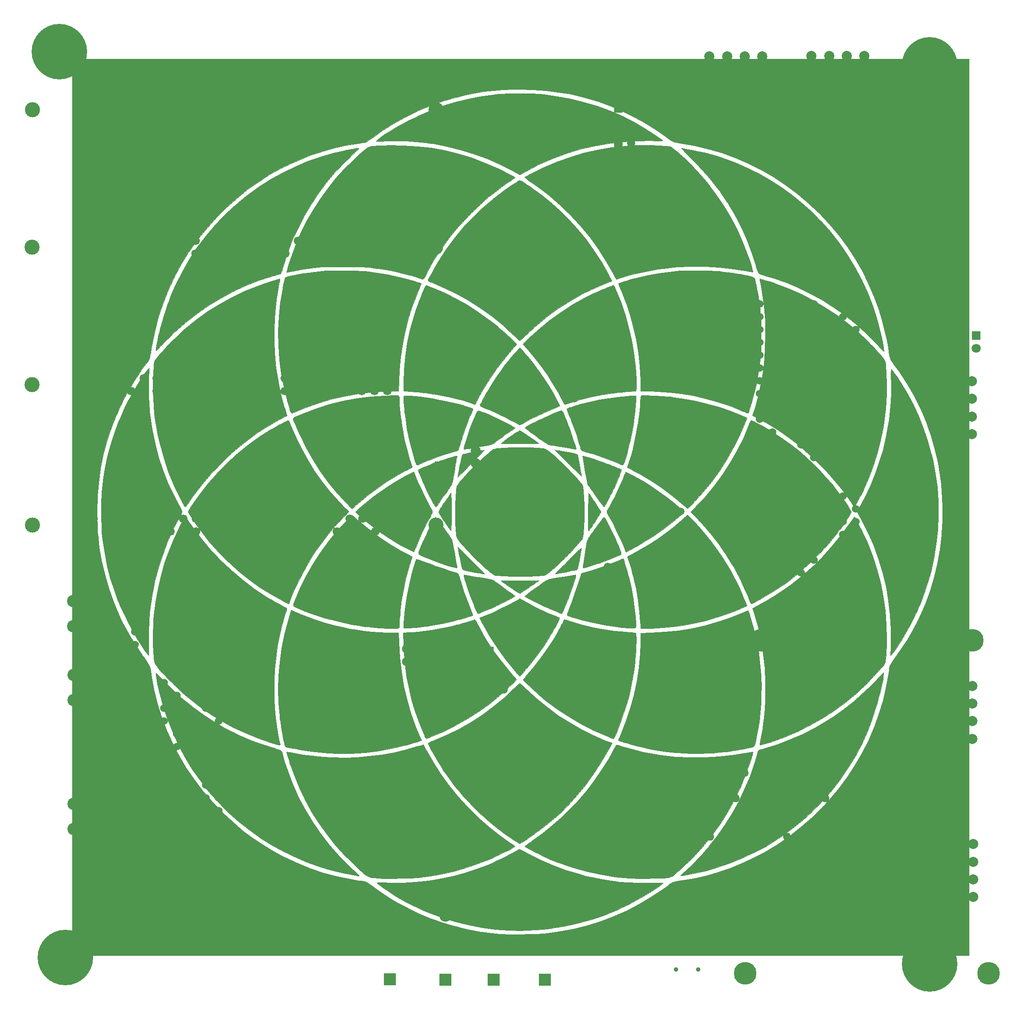
<source format=gbr>
G04 #@! TF.FileFunction,Soldermask,Bot*
%FSLAX46Y46*%
G04 Gerber Fmt 4.6, Leading zero omitted, Abs format (unit mm)*
G04 Created by KiCad (PCBNEW 4.0.4-stable) date 08/03/17 17:46:02*
%MOMM*%
%LPD*%
G01*
G04 APERTURE LIST*
%ADD10C,0.100000*%
%ADD11C,0.010000*%
%ADD12C,11.000000*%
%ADD13C,0.700000*%
%ADD14C,4.500000*%
%ADD15C,0.900000*%
%ADD16R,2.400000X2.400000*%
%ADD17C,2.400000*%
%ADD18R,2.000000X1.000000*%
%ADD19R,1.500000X1.000000*%
%ADD20C,1.800000*%
%ADD21R,1.600000X1.600000*%
%ADD22O,1.600000X1.600000*%
%ADD23C,3.000000*%
%ADD24C,1.524000*%
%ADD25R,1.800000X1.800000*%
%ADD26C,1.500000*%
%ADD27R,1.000000X0.500000*%
%ADD28C,1.600000*%
%ADD29R,2.000000X2.000000*%
%ADD30C,2.000000*%
%ADD31R,1.700000X1.700000*%
%ADD32O,1.700000X1.700000*%
%ADD33C,1.700000*%
G04 APERTURE END LIST*
D10*
D11*
G36*
X205320900Y-201688700D02*
X27520900Y-201688700D01*
X27520900Y-114294814D01*
X32480727Y-114294814D01*
X32486474Y-115180061D01*
X32499039Y-116019938D01*
X32518437Y-116784662D01*
X32544686Y-117444451D01*
X32577802Y-117969523D01*
X32583649Y-118038033D01*
X32911191Y-120821402D01*
X33392555Y-123579323D01*
X34023639Y-126296903D01*
X34800339Y-128959246D01*
X35718554Y-131551459D01*
X36774180Y-134058646D01*
X37305970Y-135181721D01*
X38214331Y-136936476D01*
X39209192Y-138670784D01*
X40310054Y-140416763D01*
X41536416Y-142206533D01*
X41765373Y-142526621D01*
X42097887Y-143002637D01*
X42393429Y-143452388D01*
X42632927Y-143845238D01*
X42797310Y-144150552D01*
X42845927Y-144262288D01*
X42924205Y-144521783D01*
X43015638Y-144904738D01*
X43110719Y-145366801D01*
X43199938Y-145863621D01*
X43231940Y-146062700D01*
X43753440Y-148887021D01*
X44433462Y-151654457D01*
X45269907Y-154360714D01*
X46260674Y-157001499D01*
X47403663Y-159572521D01*
X48696776Y-162069487D01*
X50137912Y-164488105D01*
X51724971Y-166824082D01*
X53455853Y-169073126D01*
X55328459Y-171230944D01*
X55781644Y-171716700D01*
X57605526Y-173569913D01*
X59431335Y-175269976D01*
X61279295Y-176832081D01*
X63169632Y-178271419D01*
X65122570Y-179603182D01*
X67158336Y-180842560D01*
X69297154Y-182004747D01*
X69854233Y-182286962D01*
X72267019Y-183415140D01*
X74689802Y-184390819D01*
X77146055Y-185221360D01*
X79659252Y-185914126D01*
X82252867Y-186476476D01*
X84332233Y-186827141D01*
X84857497Y-186905463D01*
X85263203Y-186972775D01*
X85584407Y-187044225D01*
X85856169Y-187134961D01*
X86113545Y-187260130D01*
X86391593Y-187434880D01*
X86725370Y-187674360D01*
X87149936Y-187993717D01*
X87307086Y-188112528D01*
X89331283Y-189546476D01*
X91482854Y-190890822D01*
X93739132Y-192134466D01*
X96077455Y-193266311D01*
X98475157Y-194275258D01*
X100909576Y-195150208D01*
X102931629Y-195763878D01*
X104244998Y-196113082D01*
X105510358Y-196414910D01*
X106760594Y-196674856D01*
X108028587Y-196898411D01*
X109347221Y-197091067D01*
X110749379Y-197258317D01*
X112267945Y-197405652D01*
X113245900Y-197486566D01*
X113586513Y-197503384D01*
X114070044Y-197513460D01*
X114670230Y-197517295D01*
X115360811Y-197515390D01*
X116115525Y-197508245D01*
X116908110Y-197496363D01*
X117712306Y-197480242D01*
X118501851Y-197460386D01*
X119250483Y-197437293D01*
X119931943Y-197411467D01*
X120519967Y-197383407D01*
X120988295Y-197353614D01*
X121204566Y-197334744D01*
X124097446Y-196960296D01*
X126916575Y-196433806D01*
X129665396Y-195753946D01*
X132347350Y-194919388D01*
X134965879Y-193928807D01*
X137524425Y-192780875D01*
X140026429Y-191474264D01*
X142475332Y-190007648D01*
X144874577Y-188379699D01*
X145376900Y-188013916D01*
X145756950Y-187736342D01*
X146101572Y-187489283D01*
X146382088Y-187292952D01*
X146569823Y-187167563D01*
X146619818Y-187137850D01*
X146769106Y-187090790D01*
X147049514Y-187028856D01*
X147424275Y-186959268D01*
X147856623Y-186889248D01*
X147974484Y-186871782D01*
X150696159Y-186405630D01*
X153324553Y-185808988D01*
X155882087Y-185075004D01*
X158391185Y-184196825D01*
X160874269Y-183167600D01*
X162357279Y-182476498D01*
X164837259Y-181179446D01*
X167244699Y-179729835D01*
X169578086Y-178128829D01*
X171835901Y-176377587D01*
X174016630Y-174477272D01*
X176118757Y-172429044D01*
X177728605Y-170700700D01*
X179544989Y-168540255D01*
X181226955Y-166279980D01*
X182770953Y-163927502D01*
X184173436Y-161490446D01*
X185430854Y-158976438D01*
X186539659Y-156393104D01*
X187496304Y-153748070D01*
X188297239Y-151048961D01*
X188938916Y-148303404D01*
X189405347Y-145606370D01*
X189474645Y-145146054D01*
X189543267Y-144730789D01*
X189604827Y-144396499D01*
X189652939Y-144179112D01*
X189667526Y-144131503D01*
X189745046Y-143990448D01*
X189904747Y-143743580D01*
X190126745Y-143420199D01*
X190391155Y-143049609D01*
X190535710Y-142852166D01*
X191909599Y-140914075D01*
X193143777Y-139003834D01*
X194256660Y-137088717D01*
X195266666Y-135136000D01*
X196192210Y-133112957D01*
X196686009Y-131923366D01*
X197622459Y-129364863D01*
X198415633Y-126720526D01*
X199063903Y-123997310D01*
X199565642Y-121202166D01*
X199919224Y-118342049D01*
X199955336Y-117953366D01*
X200039257Y-116734618D01*
X200087538Y-115391240D01*
X200101177Y-113963928D01*
X200081174Y-112493374D01*
X200028524Y-111020273D01*
X199944227Y-109585318D01*
X199829280Y-108229203D01*
X199686983Y-107009497D01*
X199215203Y-104159083D01*
X198584094Y-101364338D01*
X197794901Y-98628309D01*
X196848870Y-95954042D01*
X195747245Y-93344583D01*
X194491274Y-90802979D01*
X193082201Y-88332275D01*
X191521272Y-85935519D01*
X190477903Y-84488166D01*
X190163163Y-84063983D01*
X189930458Y-83729195D01*
X189763304Y-83442702D01*
X189645220Y-83163407D01*
X189559723Y-82850211D01*
X189490331Y-82462017D01*
X189420560Y-81957725D01*
X189400087Y-81800700D01*
X189223725Y-80640129D01*
X188984821Y-79368115D01*
X188693100Y-78026354D01*
X188358288Y-76656541D01*
X187990109Y-75300370D01*
X187598288Y-73999537D01*
X187533065Y-73796275D01*
X186587737Y-71151064D01*
X185486453Y-68568734D01*
X184232244Y-66053884D01*
X182828143Y-63611113D01*
X181277181Y-61245021D01*
X179582390Y-58960207D01*
X177746801Y-56761269D01*
X175773446Y-54652807D01*
X173665357Y-52639421D01*
X173473219Y-52466699D01*
X171250278Y-50586889D01*
X168955744Y-48860220D01*
X166590482Y-47287108D01*
X164155359Y-45867966D01*
X161651239Y-44603210D01*
X159078989Y-43493253D01*
X156439474Y-42538511D01*
X153733560Y-41739397D01*
X150962111Y-41096325D01*
X148975233Y-40737912D01*
X148438769Y-40649189D01*
X147928829Y-40559217D01*
X147481219Y-40474737D01*
X147131742Y-40402491D01*
X146925360Y-40351950D01*
X146643880Y-40235182D01*
X146259433Y-40017915D01*
X145764299Y-39695449D01*
X145232027Y-39321749D01*
X143029068Y-37805800D01*
X140846058Y-36445394D01*
X138664616Y-35231138D01*
X136466363Y-34153637D01*
X134232918Y-33203496D01*
X131945900Y-32371321D01*
X131091420Y-32094251D01*
X128715921Y-31413862D01*
X126330815Y-30864155D01*
X123915147Y-30442307D01*
X121447960Y-30145496D01*
X118908299Y-29970898D01*
X116275209Y-29915690D01*
X115023900Y-29929669D01*
X112971069Y-30004487D01*
X111037727Y-30144140D01*
X109184822Y-30353984D01*
X107373300Y-30639373D01*
X105564108Y-31005662D01*
X103718193Y-31458205D01*
X103551566Y-31502639D01*
X100926494Y-32279736D01*
X98402436Y-33177582D01*
X95962250Y-34204491D01*
X93588792Y-35368776D01*
X91264919Y-36678751D01*
X88973488Y-38142729D01*
X87052842Y-39503764D01*
X86621827Y-39812122D01*
X86230251Y-40071965D01*
X85906717Y-40265382D01*
X85679830Y-40374458D01*
X85644566Y-40385668D01*
X85424833Y-40432741D01*
X85085435Y-40492197D01*
X84674804Y-40556022D01*
X84289900Y-40609845D01*
X82005079Y-40983025D01*
X79666301Y-41504376D01*
X77291387Y-42168701D01*
X74898162Y-42970805D01*
X72504446Y-43905491D01*
X71494158Y-44340358D01*
X69116746Y-45482039D01*
X66782704Y-46780995D01*
X64502298Y-48228433D01*
X62285791Y-49815564D01*
X60143446Y-51533595D01*
X58085530Y-53373735D01*
X56122305Y-55327194D01*
X54264036Y-57385179D01*
X52520987Y-59538900D01*
X50903421Y-61779565D01*
X50592326Y-62242700D01*
X49103445Y-64639229D01*
X47765275Y-67112255D01*
X46578850Y-69659084D01*
X45545206Y-72277023D01*
X44665378Y-74963378D01*
X43940401Y-77715454D01*
X43371310Y-80530559D01*
X43228500Y-81404011D01*
X43102621Y-82152595D01*
X42977038Y-82753742D01*
X42845115Y-83229207D01*
X42700218Y-83600744D01*
X42535714Y-83890107D01*
X42427598Y-84030139D01*
X42141233Y-84384762D01*
X41785999Y-84860589D01*
X41378613Y-85432713D01*
X40935795Y-86076227D01*
X40474263Y-86766224D01*
X40010737Y-87477797D01*
X39561935Y-88186039D01*
X39144576Y-88866043D01*
X38866029Y-89336033D01*
X38529231Y-89935391D01*
X38147922Y-90648706D01*
X37741434Y-91436952D01*
X37329099Y-92261107D01*
X36930250Y-93082146D01*
X36564218Y-93861045D01*
X36250337Y-94558780D01*
X36076798Y-94966366D01*
X35130028Y-97453889D01*
X34329196Y-99977593D01*
X33670503Y-102553518D01*
X33150153Y-105197701D01*
X32764347Y-107926179D01*
X32588431Y-109698366D01*
X32553638Y-110230406D01*
X32525560Y-110895770D01*
X32504212Y-111664675D01*
X32489612Y-112507339D01*
X32481778Y-113393979D01*
X32480727Y-114294814D01*
X27520900Y-114294814D01*
X27520900Y-23888700D01*
X205320900Y-23888700D01*
X205320900Y-201688700D01*
X205320900Y-201688700D01*
G37*
X205320900Y-201688700D02*
X27520900Y-201688700D01*
X27520900Y-114294814D01*
X32480727Y-114294814D01*
X32486474Y-115180061D01*
X32499039Y-116019938D01*
X32518437Y-116784662D01*
X32544686Y-117444451D01*
X32577802Y-117969523D01*
X32583649Y-118038033D01*
X32911191Y-120821402D01*
X33392555Y-123579323D01*
X34023639Y-126296903D01*
X34800339Y-128959246D01*
X35718554Y-131551459D01*
X36774180Y-134058646D01*
X37305970Y-135181721D01*
X38214331Y-136936476D01*
X39209192Y-138670784D01*
X40310054Y-140416763D01*
X41536416Y-142206533D01*
X41765373Y-142526621D01*
X42097887Y-143002637D01*
X42393429Y-143452388D01*
X42632927Y-143845238D01*
X42797310Y-144150552D01*
X42845927Y-144262288D01*
X42924205Y-144521783D01*
X43015638Y-144904738D01*
X43110719Y-145366801D01*
X43199938Y-145863621D01*
X43231940Y-146062700D01*
X43753440Y-148887021D01*
X44433462Y-151654457D01*
X45269907Y-154360714D01*
X46260674Y-157001499D01*
X47403663Y-159572521D01*
X48696776Y-162069487D01*
X50137912Y-164488105D01*
X51724971Y-166824082D01*
X53455853Y-169073126D01*
X55328459Y-171230944D01*
X55781644Y-171716700D01*
X57605526Y-173569913D01*
X59431335Y-175269976D01*
X61279295Y-176832081D01*
X63169632Y-178271419D01*
X65122570Y-179603182D01*
X67158336Y-180842560D01*
X69297154Y-182004747D01*
X69854233Y-182286962D01*
X72267019Y-183415140D01*
X74689802Y-184390819D01*
X77146055Y-185221360D01*
X79659252Y-185914126D01*
X82252867Y-186476476D01*
X84332233Y-186827141D01*
X84857497Y-186905463D01*
X85263203Y-186972775D01*
X85584407Y-187044225D01*
X85856169Y-187134961D01*
X86113545Y-187260130D01*
X86391593Y-187434880D01*
X86725370Y-187674360D01*
X87149936Y-187993717D01*
X87307086Y-188112528D01*
X89331283Y-189546476D01*
X91482854Y-190890822D01*
X93739132Y-192134466D01*
X96077455Y-193266311D01*
X98475157Y-194275258D01*
X100909576Y-195150208D01*
X102931629Y-195763878D01*
X104244998Y-196113082D01*
X105510358Y-196414910D01*
X106760594Y-196674856D01*
X108028587Y-196898411D01*
X109347221Y-197091067D01*
X110749379Y-197258317D01*
X112267945Y-197405652D01*
X113245900Y-197486566D01*
X113586513Y-197503384D01*
X114070044Y-197513460D01*
X114670230Y-197517295D01*
X115360811Y-197515390D01*
X116115525Y-197508245D01*
X116908110Y-197496363D01*
X117712306Y-197480242D01*
X118501851Y-197460386D01*
X119250483Y-197437293D01*
X119931943Y-197411467D01*
X120519967Y-197383407D01*
X120988295Y-197353614D01*
X121204566Y-197334744D01*
X124097446Y-196960296D01*
X126916575Y-196433806D01*
X129665396Y-195753946D01*
X132347350Y-194919388D01*
X134965879Y-193928807D01*
X137524425Y-192780875D01*
X140026429Y-191474264D01*
X142475332Y-190007648D01*
X144874577Y-188379699D01*
X145376900Y-188013916D01*
X145756950Y-187736342D01*
X146101572Y-187489283D01*
X146382088Y-187292952D01*
X146569823Y-187167563D01*
X146619818Y-187137850D01*
X146769106Y-187090790D01*
X147049514Y-187028856D01*
X147424275Y-186959268D01*
X147856623Y-186889248D01*
X147974484Y-186871782D01*
X150696159Y-186405630D01*
X153324553Y-185808988D01*
X155882087Y-185075004D01*
X158391185Y-184196825D01*
X160874269Y-183167600D01*
X162357279Y-182476498D01*
X164837259Y-181179446D01*
X167244699Y-179729835D01*
X169578086Y-178128829D01*
X171835901Y-176377587D01*
X174016630Y-174477272D01*
X176118757Y-172429044D01*
X177728605Y-170700700D01*
X179544989Y-168540255D01*
X181226955Y-166279980D01*
X182770953Y-163927502D01*
X184173436Y-161490446D01*
X185430854Y-158976438D01*
X186539659Y-156393104D01*
X187496304Y-153748070D01*
X188297239Y-151048961D01*
X188938916Y-148303404D01*
X189405347Y-145606370D01*
X189474645Y-145146054D01*
X189543267Y-144730789D01*
X189604827Y-144396499D01*
X189652939Y-144179112D01*
X189667526Y-144131503D01*
X189745046Y-143990448D01*
X189904747Y-143743580D01*
X190126745Y-143420199D01*
X190391155Y-143049609D01*
X190535710Y-142852166D01*
X191909599Y-140914075D01*
X193143777Y-139003834D01*
X194256660Y-137088717D01*
X195266666Y-135136000D01*
X196192210Y-133112957D01*
X196686009Y-131923366D01*
X197622459Y-129364863D01*
X198415633Y-126720526D01*
X199063903Y-123997310D01*
X199565642Y-121202166D01*
X199919224Y-118342049D01*
X199955336Y-117953366D01*
X200039257Y-116734618D01*
X200087538Y-115391240D01*
X200101177Y-113963928D01*
X200081174Y-112493374D01*
X200028524Y-111020273D01*
X199944227Y-109585318D01*
X199829280Y-108229203D01*
X199686983Y-107009497D01*
X199215203Y-104159083D01*
X198584094Y-101364338D01*
X197794901Y-98628309D01*
X196848870Y-95954042D01*
X195747245Y-93344583D01*
X194491274Y-90802979D01*
X193082201Y-88332275D01*
X191521272Y-85935519D01*
X190477903Y-84488166D01*
X190163163Y-84063983D01*
X189930458Y-83729195D01*
X189763304Y-83442702D01*
X189645220Y-83163407D01*
X189559723Y-82850211D01*
X189490331Y-82462017D01*
X189420560Y-81957725D01*
X189400087Y-81800700D01*
X189223725Y-80640129D01*
X188984821Y-79368115D01*
X188693100Y-78026354D01*
X188358288Y-76656541D01*
X187990109Y-75300370D01*
X187598288Y-73999537D01*
X187533065Y-73796275D01*
X186587737Y-71151064D01*
X185486453Y-68568734D01*
X184232244Y-66053884D01*
X182828143Y-63611113D01*
X181277181Y-61245021D01*
X179582390Y-58960207D01*
X177746801Y-56761269D01*
X175773446Y-54652807D01*
X173665357Y-52639421D01*
X173473219Y-52466699D01*
X171250278Y-50586889D01*
X168955744Y-48860220D01*
X166590482Y-47287108D01*
X164155359Y-45867966D01*
X161651239Y-44603210D01*
X159078989Y-43493253D01*
X156439474Y-42538511D01*
X153733560Y-41739397D01*
X150962111Y-41096325D01*
X148975233Y-40737912D01*
X148438769Y-40649189D01*
X147928829Y-40559217D01*
X147481219Y-40474737D01*
X147131742Y-40402491D01*
X146925360Y-40351950D01*
X146643880Y-40235182D01*
X146259433Y-40017915D01*
X145764299Y-39695449D01*
X145232027Y-39321749D01*
X143029068Y-37805800D01*
X140846058Y-36445394D01*
X138664616Y-35231138D01*
X136466363Y-34153637D01*
X134232918Y-33203496D01*
X131945900Y-32371321D01*
X131091420Y-32094251D01*
X128715921Y-31413862D01*
X126330815Y-30864155D01*
X123915147Y-30442307D01*
X121447960Y-30145496D01*
X118908299Y-29970898D01*
X116275209Y-29915690D01*
X115023900Y-29929669D01*
X112971069Y-30004487D01*
X111037727Y-30144140D01*
X109184822Y-30353984D01*
X107373300Y-30639373D01*
X105564108Y-31005662D01*
X103718193Y-31458205D01*
X103551566Y-31502639D01*
X100926494Y-32279736D01*
X98402436Y-33177582D01*
X95962250Y-34204491D01*
X93588792Y-35368776D01*
X91264919Y-36678751D01*
X88973488Y-38142729D01*
X87052842Y-39503764D01*
X86621827Y-39812122D01*
X86230251Y-40071965D01*
X85906717Y-40265382D01*
X85679830Y-40374458D01*
X85644566Y-40385668D01*
X85424833Y-40432741D01*
X85085435Y-40492197D01*
X84674804Y-40556022D01*
X84289900Y-40609845D01*
X82005079Y-40983025D01*
X79666301Y-41504376D01*
X77291387Y-42168701D01*
X74898162Y-42970805D01*
X72504446Y-43905491D01*
X71494158Y-44340358D01*
X69116746Y-45482039D01*
X66782704Y-46780995D01*
X64502298Y-48228433D01*
X62285791Y-49815564D01*
X60143446Y-51533595D01*
X58085530Y-53373735D01*
X56122305Y-55327194D01*
X54264036Y-57385179D01*
X52520987Y-59538900D01*
X50903421Y-61779565D01*
X50592326Y-62242700D01*
X49103445Y-64639229D01*
X47765275Y-67112255D01*
X46578850Y-69659084D01*
X45545206Y-72277023D01*
X44665378Y-74963378D01*
X43940401Y-77715454D01*
X43371310Y-80530559D01*
X43228500Y-81404011D01*
X43102621Y-82152595D01*
X42977038Y-82753742D01*
X42845115Y-83229207D01*
X42700218Y-83600744D01*
X42535714Y-83890107D01*
X42427598Y-84030139D01*
X42141233Y-84384762D01*
X41785999Y-84860589D01*
X41378613Y-85432713D01*
X40935795Y-86076227D01*
X40474263Y-86766224D01*
X40010737Y-87477797D01*
X39561935Y-88186039D01*
X39144576Y-88866043D01*
X38866029Y-89336033D01*
X38529231Y-89935391D01*
X38147922Y-90648706D01*
X37741434Y-91436952D01*
X37329099Y-92261107D01*
X36930250Y-93082146D01*
X36564218Y-93861045D01*
X36250337Y-94558780D01*
X36076798Y-94966366D01*
X35130028Y-97453889D01*
X34329196Y-99977593D01*
X33670503Y-102553518D01*
X33150153Y-105197701D01*
X32764347Y-107926179D01*
X32588431Y-109698366D01*
X32553638Y-110230406D01*
X32525560Y-110895770D01*
X32504212Y-111664675D01*
X32489612Y-112507339D01*
X32481778Y-113393979D01*
X32480727Y-114294814D01*
X27520900Y-114294814D01*
X27520900Y-23888700D01*
X205320900Y-23888700D01*
X205320900Y-201688700D01*
G36*
X116368700Y-180646125D02*
X116590128Y-180755492D01*
X116907678Y-180921436D01*
X117295698Y-181130591D01*
X117660902Y-181331886D01*
X120130135Y-182610168D01*
X122674948Y-183738394D01*
X125298180Y-184717673D01*
X128002669Y-185549118D01*
X129311977Y-185891449D01*
X131069357Y-186297590D01*
X132762537Y-186628201D01*
X134427695Y-186887243D01*
X136101009Y-187078677D01*
X137818657Y-187206466D01*
X139616818Y-187274570D01*
X141531669Y-187286952D01*
X142011400Y-187282088D01*
X142666671Y-187275159D01*
X143264207Y-187271984D01*
X143783894Y-187272422D01*
X144205621Y-187276331D01*
X144509276Y-187283570D01*
X144674745Y-187293997D01*
X144699566Y-187301005D01*
X144629185Y-187403166D01*
X144429130Y-187579428D01*
X144116037Y-187818639D01*
X143706542Y-188109649D01*
X143217280Y-188441308D01*
X142664886Y-188802465D01*
X142065995Y-189181969D01*
X141437243Y-189568672D01*
X140795265Y-189951421D01*
X140423900Y-190166931D01*
X137955812Y-191505030D01*
X135492550Y-192680304D01*
X133018650Y-193698041D01*
X130518643Y-194563530D01*
X127977066Y-195282059D01*
X125378451Y-195858916D01*
X122707334Y-196299390D01*
X122347566Y-196347747D01*
X120915442Y-196506907D01*
X119382786Y-196625942D01*
X117806991Y-196702519D01*
X116245453Y-196734303D01*
X114755565Y-196718962D01*
X113965566Y-196688497D01*
X111426729Y-196490680D01*
X108870356Y-196155046D01*
X106331606Y-195688202D01*
X103845639Y-195096752D01*
X101447615Y-194387302D01*
X101096233Y-194270631D01*
X99142766Y-193560939D01*
X97187745Y-192751368D01*
X95263658Y-191858039D01*
X93402992Y-190897070D01*
X91638235Y-189884582D01*
X90001874Y-188836695D01*
X89634315Y-188583440D01*
X89075539Y-188191141D01*
X88643105Y-187883558D01*
X88323263Y-187650290D01*
X88102258Y-187480936D01*
X87966340Y-187365093D01*
X87901757Y-187292361D01*
X87891535Y-187265285D01*
X87971812Y-187248886D01*
X88200447Y-187237785D01*
X88556544Y-187232089D01*
X89019207Y-187231903D01*
X89567540Y-187237333D01*
X90180648Y-187248486D01*
X90364733Y-187252737D01*
X93067523Y-187255944D01*
X95677970Y-187129828D01*
X98217315Y-186870653D01*
X100706798Y-186474684D01*
X103167661Y-185938185D01*
X105621143Y-185257422D01*
X108088486Y-184428658D01*
X109520566Y-183884116D01*
X110166078Y-183617138D01*
X110910406Y-183290291D01*
X111717180Y-182921063D01*
X112550027Y-182526947D01*
X113372577Y-182125434D01*
X114148458Y-181734014D01*
X114841298Y-181370178D01*
X115414725Y-181051417D01*
X115432744Y-181040968D01*
X115754649Y-180858746D01*
X116025750Y-180714164D01*
X116210693Y-180625582D01*
X116269044Y-180606700D01*
X116368700Y-180646125D01*
X116368700Y-180646125D01*
G37*
X116368700Y-180646125D02*
X116590128Y-180755492D01*
X116907678Y-180921436D01*
X117295698Y-181130591D01*
X117660902Y-181331886D01*
X120130135Y-182610168D01*
X122674948Y-183738394D01*
X125298180Y-184717673D01*
X128002669Y-185549118D01*
X129311977Y-185891449D01*
X131069357Y-186297590D01*
X132762537Y-186628201D01*
X134427695Y-186887243D01*
X136101009Y-187078677D01*
X137818657Y-187206466D01*
X139616818Y-187274570D01*
X141531669Y-187286952D01*
X142011400Y-187282088D01*
X142666671Y-187275159D01*
X143264207Y-187271984D01*
X143783894Y-187272422D01*
X144205621Y-187276331D01*
X144509276Y-187283570D01*
X144674745Y-187293997D01*
X144699566Y-187301005D01*
X144629185Y-187403166D01*
X144429130Y-187579428D01*
X144116037Y-187818639D01*
X143706542Y-188109649D01*
X143217280Y-188441308D01*
X142664886Y-188802465D01*
X142065995Y-189181969D01*
X141437243Y-189568672D01*
X140795265Y-189951421D01*
X140423900Y-190166931D01*
X137955812Y-191505030D01*
X135492550Y-192680304D01*
X133018650Y-193698041D01*
X130518643Y-194563530D01*
X127977066Y-195282059D01*
X125378451Y-195858916D01*
X122707334Y-196299390D01*
X122347566Y-196347747D01*
X120915442Y-196506907D01*
X119382786Y-196625942D01*
X117806991Y-196702519D01*
X116245453Y-196734303D01*
X114755565Y-196718962D01*
X113965566Y-196688497D01*
X111426729Y-196490680D01*
X108870356Y-196155046D01*
X106331606Y-195688202D01*
X103845639Y-195096752D01*
X101447615Y-194387302D01*
X101096233Y-194270631D01*
X99142766Y-193560939D01*
X97187745Y-192751368D01*
X95263658Y-191858039D01*
X93402992Y-190897070D01*
X91638235Y-189884582D01*
X90001874Y-188836695D01*
X89634315Y-188583440D01*
X89075539Y-188191141D01*
X88643105Y-187883558D01*
X88323263Y-187650290D01*
X88102258Y-187480936D01*
X87966340Y-187365093D01*
X87901757Y-187292361D01*
X87891535Y-187265285D01*
X87971812Y-187248886D01*
X88200447Y-187237785D01*
X88556544Y-187232089D01*
X89019207Y-187231903D01*
X89567540Y-187237333D01*
X90180648Y-187248486D01*
X90364733Y-187252737D01*
X93067523Y-187255944D01*
X95677970Y-187129828D01*
X98217315Y-186870653D01*
X100706798Y-186474684D01*
X103167661Y-185938185D01*
X105621143Y-185257422D01*
X108088486Y-184428658D01*
X109520566Y-183884116D01*
X110166078Y-183617138D01*
X110910406Y-183290291D01*
X111717180Y-182921063D01*
X112550027Y-182526947D01*
X113372577Y-182125434D01*
X114148458Y-181734014D01*
X114841298Y-181370178D01*
X115414725Y-181051417D01*
X115432744Y-181040968D01*
X115754649Y-180858746D01*
X116025750Y-180714164D01*
X116210693Y-180625582D01*
X116269044Y-180606700D01*
X116368700Y-180646125D01*
G36*
X97205285Y-159957080D02*
X97318112Y-160161508D01*
X97481311Y-160462521D01*
X97680452Y-160833584D01*
X97795169Y-161048700D01*
X99134457Y-163416892D01*
X100571842Y-165666770D01*
X102122755Y-167819129D01*
X103802625Y-169894760D01*
X105626884Y-171914456D01*
X106595099Y-172906946D01*
X108410446Y-174642528D01*
X110281452Y-176276179D01*
X112182872Y-177786999D01*
X114089460Y-179154089D01*
X114364786Y-179339105D01*
X114713292Y-179574502D01*
X115004748Y-179777498D01*
X115213158Y-179929520D01*
X115312524Y-180011994D01*
X115317286Y-180019631D01*
X115246168Y-180095362D01*
X115040562Y-180231979D01*
X114719838Y-180419647D01*
X114303364Y-180648531D01*
X113810511Y-180908794D01*
X113260649Y-181190601D01*
X112673147Y-181484118D01*
X112067374Y-181779507D01*
X111462700Y-182066934D01*
X110878495Y-182336564D01*
X110334129Y-182578560D01*
X109986233Y-182726630D01*
X107745390Y-183599299D01*
X105511823Y-184346867D01*
X103255037Y-184977008D01*
X100944540Y-185497394D01*
X98549838Y-185915701D01*
X96040438Y-186239601D01*
X96016233Y-186242219D01*
X95526724Y-186284093D01*
X94898305Y-186320885D01*
X94161336Y-186352161D01*
X93346178Y-186377487D01*
X92483190Y-186396430D01*
X91602731Y-186408556D01*
X90735163Y-186413432D01*
X89910844Y-186410624D01*
X89160135Y-186399698D01*
X88513396Y-186380221D01*
X88057566Y-186355886D01*
X87450385Y-186308467D01*
X86974289Y-186252338D01*
X86591136Y-186172746D01*
X86262786Y-186054939D01*
X85951097Y-185884165D01*
X85617928Y-185645672D01*
X85225139Y-185324707D01*
X85085548Y-185206361D01*
X84639348Y-184812400D01*
X84106232Y-184318770D01*
X83511032Y-183750373D01*
X82878577Y-183132111D01*
X82233699Y-182488886D01*
X81601230Y-181845601D01*
X81005999Y-181227158D01*
X80472839Y-180658460D01*
X80026580Y-180164409D01*
X79823667Y-179929366D01*
X78084848Y-177758435D01*
X76503314Y-175549656D01*
X75068931Y-173285335D01*
X73771563Y-170947781D01*
X72601078Y-168519303D01*
X71547340Y-165982207D01*
X71028177Y-164574589D01*
X70853866Y-164069353D01*
X70679544Y-163542186D01*
X70512745Y-163018336D01*
X70361001Y-162523055D01*
X70231846Y-162081591D01*
X70132811Y-161719194D01*
X70071431Y-161461114D01*
X70055237Y-161332601D01*
X70058482Y-161324228D01*
X70149982Y-161326116D01*
X70380515Y-161354704D01*
X70722603Y-161405915D01*
X71148767Y-161475666D01*
X71562752Y-161547583D01*
X72836808Y-161764451D01*
X74020871Y-161943110D01*
X75164026Y-162089052D01*
X76315360Y-162207775D01*
X77523957Y-162304770D01*
X78838904Y-162385535D01*
X79230016Y-162405847D01*
X81568196Y-162455423D01*
X83978860Y-162377336D01*
X86428618Y-162176078D01*
X88884083Y-161856142D01*
X91311865Y-161422017D01*
X93678575Y-160878197D01*
X95950824Y-160229173D01*
X96339080Y-160104191D01*
X96676746Y-159997333D01*
X96948585Y-159918431D01*
X97118623Y-159877530D01*
X97157262Y-159875769D01*
X97205285Y-159957080D01*
X97205285Y-159957080D01*
G37*
X97205285Y-159957080D02*
X97318112Y-160161508D01*
X97481311Y-160462521D01*
X97680452Y-160833584D01*
X97795169Y-161048700D01*
X99134457Y-163416892D01*
X100571842Y-165666770D01*
X102122755Y-167819129D01*
X103802625Y-169894760D01*
X105626884Y-171914456D01*
X106595099Y-172906946D01*
X108410446Y-174642528D01*
X110281452Y-176276179D01*
X112182872Y-177786999D01*
X114089460Y-179154089D01*
X114364786Y-179339105D01*
X114713292Y-179574502D01*
X115004748Y-179777498D01*
X115213158Y-179929520D01*
X115312524Y-180011994D01*
X115317286Y-180019631D01*
X115246168Y-180095362D01*
X115040562Y-180231979D01*
X114719838Y-180419647D01*
X114303364Y-180648531D01*
X113810511Y-180908794D01*
X113260649Y-181190601D01*
X112673147Y-181484118D01*
X112067374Y-181779507D01*
X111462700Y-182066934D01*
X110878495Y-182336564D01*
X110334129Y-182578560D01*
X109986233Y-182726630D01*
X107745390Y-183599299D01*
X105511823Y-184346867D01*
X103255037Y-184977008D01*
X100944540Y-185497394D01*
X98549838Y-185915701D01*
X96040438Y-186239601D01*
X96016233Y-186242219D01*
X95526724Y-186284093D01*
X94898305Y-186320885D01*
X94161336Y-186352161D01*
X93346178Y-186377487D01*
X92483190Y-186396430D01*
X91602731Y-186408556D01*
X90735163Y-186413432D01*
X89910844Y-186410624D01*
X89160135Y-186399698D01*
X88513396Y-186380221D01*
X88057566Y-186355886D01*
X87450385Y-186308467D01*
X86974289Y-186252338D01*
X86591136Y-186172746D01*
X86262786Y-186054939D01*
X85951097Y-185884165D01*
X85617928Y-185645672D01*
X85225139Y-185324707D01*
X85085548Y-185206361D01*
X84639348Y-184812400D01*
X84106232Y-184318770D01*
X83511032Y-183750373D01*
X82878577Y-183132111D01*
X82233699Y-182488886D01*
X81601230Y-181845601D01*
X81005999Y-181227158D01*
X80472839Y-180658460D01*
X80026580Y-180164409D01*
X79823667Y-179929366D01*
X78084848Y-177758435D01*
X76503314Y-175549656D01*
X75068931Y-173285335D01*
X73771563Y-170947781D01*
X72601078Y-168519303D01*
X71547340Y-165982207D01*
X71028177Y-164574589D01*
X70853866Y-164069353D01*
X70679544Y-163542186D01*
X70512745Y-163018336D01*
X70361001Y-162523055D01*
X70231846Y-162081591D01*
X70132811Y-161719194D01*
X70071431Y-161461114D01*
X70055237Y-161332601D01*
X70058482Y-161324228D01*
X70149982Y-161326116D01*
X70380515Y-161354704D01*
X70722603Y-161405915D01*
X71148767Y-161475666D01*
X71562752Y-161547583D01*
X72836808Y-161764451D01*
X74020871Y-161943110D01*
X75164026Y-162089052D01*
X76315360Y-162207775D01*
X77523957Y-162304770D01*
X78838904Y-162385535D01*
X79230016Y-162405847D01*
X81568196Y-162455423D01*
X83978860Y-162377336D01*
X86428618Y-162176078D01*
X88884083Y-161856142D01*
X91311865Y-161422017D01*
X93678575Y-160878197D01*
X95950824Y-160229173D01*
X96339080Y-160104191D01*
X96676746Y-159997333D01*
X96948585Y-159918431D01*
X97118623Y-159877530D01*
X97157262Y-159875769D01*
X97205285Y-159957080D01*
G36*
X135492653Y-159913114D02*
X135707907Y-159968868D01*
X136017950Y-160058881D01*
X136363034Y-160165535D01*
X137139552Y-160399852D01*
X138028635Y-160648237D01*
X138975847Y-160896732D01*
X139926756Y-161131377D01*
X140826926Y-161338213D01*
X141439900Y-161467472D01*
X144288935Y-161954044D01*
X147155564Y-162274247D01*
X150042291Y-162428091D01*
X152951624Y-162415588D01*
X155886067Y-162236749D01*
X158848126Y-161891585D01*
X160932785Y-161552203D01*
X161475377Y-161453804D01*
X161873580Y-161383335D01*
X162149701Y-161338973D01*
X162326049Y-161318895D01*
X162424933Y-161321280D01*
X162468663Y-161344303D01*
X162479545Y-161386143D01*
X162479566Y-161425830D01*
X162453259Y-161574894D01*
X162379964Y-161857249D01*
X162268121Y-162246179D01*
X162126170Y-162714970D01*
X161962551Y-163236909D01*
X161785703Y-163785279D01*
X161604068Y-164333367D01*
X161426083Y-164854458D01*
X161260190Y-165321837D01*
X161181035Y-165536033D01*
X160093505Y-168190854D01*
X158858105Y-170768125D01*
X157478734Y-173261379D01*
X155959291Y-175664148D01*
X154303677Y-177969965D01*
X152515790Y-180172362D01*
X152006125Y-180753784D01*
X151525021Y-181280276D01*
X150989192Y-181843357D01*
X150415173Y-182427539D01*
X149819497Y-183017333D01*
X149218697Y-183597250D01*
X148629307Y-184151801D01*
X148067860Y-184665497D01*
X147550889Y-185122850D01*
X147094929Y-185508369D01*
X146716512Y-185806567D01*
X146432171Y-186001954D01*
X146362509Y-186040870D01*
X146088591Y-186141094D01*
X145706300Y-186228859D01*
X145300260Y-186287594D01*
X144960636Y-186313530D01*
X144479364Y-186336892D01*
X143884110Y-186357388D01*
X143202544Y-186374725D01*
X142462334Y-186388610D01*
X141691149Y-186398752D01*
X140916657Y-186404859D01*
X140166527Y-186406638D01*
X139468427Y-186403797D01*
X138850025Y-186396044D01*
X138338991Y-186383087D01*
X137968566Y-186365026D01*
X135110395Y-186081854D01*
X132293029Y-185635452D01*
X129511606Y-185024692D01*
X126761264Y-184248441D01*
X124037141Y-183305569D01*
X122897900Y-182858890D01*
X122481384Y-182682240D01*
X121952034Y-182445997D01*
X121347736Y-182167748D01*
X120706378Y-181865081D01*
X120065847Y-181555584D01*
X119680566Y-181365396D01*
X118952286Y-180999811D01*
X118367889Y-180700087D01*
X117917696Y-180460718D01*
X117592028Y-180276199D01*
X117381209Y-180141026D01*
X117275559Y-180049694D01*
X117265400Y-179996697D01*
X117268831Y-179993626D01*
X117347889Y-179937449D01*
X117543949Y-179799786D01*
X117835095Y-179595979D01*
X118199410Y-179341366D01*
X118614978Y-179051289D01*
X118664566Y-179016697D01*
X120667459Y-177558021D01*
X122541448Y-176062454D01*
X124326935Y-174496302D01*
X125945963Y-172944366D01*
X127775828Y-171027573D01*
X129461308Y-169070248D01*
X131022153Y-167045987D01*
X132478116Y-164928389D01*
X133848947Y-162691051D01*
X134550822Y-161442011D01*
X134801546Y-160983696D01*
X135024505Y-160578333D01*
X135207132Y-160248592D01*
X135336857Y-160017142D01*
X135401113Y-159906653D01*
X135405278Y-159900765D01*
X135492653Y-159913114D01*
X135492653Y-159913114D01*
G37*
X135492653Y-159913114D02*
X135707907Y-159968868D01*
X136017950Y-160058881D01*
X136363034Y-160165535D01*
X137139552Y-160399852D01*
X138028635Y-160648237D01*
X138975847Y-160896732D01*
X139926756Y-161131377D01*
X140826926Y-161338213D01*
X141439900Y-161467472D01*
X144288935Y-161954044D01*
X147155564Y-162274247D01*
X150042291Y-162428091D01*
X152951624Y-162415588D01*
X155886067Y-162236749D01*
X158848126Y-161891585D01*
X160932785Y-161552203D01*
X161475377Y-161453804D01*
X161873580Y-161383335D01*
X162149701Y-161338973D01*
X162326049Y-161318895D01*
X162424933Y-161321280D01*
X162468663Y-161344303D01*
X162479545Y-161386143D01*
X162479566Y-161425830D01*
X162453259Y-161574894D01*
X162379964Y-161857249D01*
X162268121Y-162246179D01*
X162126170Y-162714970D01*
X161962551Y-163236909D01*
X161785703Y-163785279D01*
X161604068Y-164333367D01*
X161426083Y-164854458D01*
X161260190Y-165321837D01*
X161181035Y-165536033D01*
X160093505Y-168190854D01*
X158858105Y-170768125D01*
X157478734Y-173261379D01*
X155959291Y-175664148D01*
X154303677Y-177969965D01*
X152515790Y-180172362D01*
X152006125Y-180753784D01*
X151525021Y-181280276D01*
X150989192Y-181843357D01*
X150415173Y-182427539D01*
X149819497Y-183017333D01*
X149218697Y-183597250D01*
X148629307Y-184151801D01*
X148067860Y-184665497D01*
X147550889Y-185122850D01*
X147094929Y-185508369D01*
X146716512Y-185806567D01*
X146432171Y-186001954D01*
X146362509Y-186040870D01*
X146088591Y-186141094D01*
X145706300Y-186228859D01*
X145300260Y-186287594D01*
X144960636Y-186313530D01*
X144479364Y-186336892D01*
X143884110Y-186357388D01*
X143202544Y-186374725D01*
X142462334Y-186388610D01*
X141691149Y-186398752D01*
X140916657Y-186404859D01*
X140166527Y-186406638D01*
X139468427Y-186403797D01*
X138850025Y-186396044D01*
X138338991Y-186383087D01*
X137968566Y-186365026D01*
X135110395Y-186081854D01*
X132293029Y-185635452D01*
X129511606Y-185024692D01*
X126761264Y-184248441D01*
X124037141Y-183305569D01*
X122897900Y-182858890D01*
X122481384Y-182682240D01*
X121952034Y-182445997D01*
X121347736Y-182167748D01*
X120706378Y-181865081D01*
X120065847Y-181555584D01*
X119680566Y-181365396D01*
X118952286Y-180999811D01*
X118367889Y-180700087D01*
X117917696Y-180460718D01*
X117592028Y-180276199D01*
X117381209Y-180141026D01*
X117275559Y-180049694D01*
X117265400Y-179996697D01*
X117268831Y-179993626D01*
X117347889Y-179937449D01*
X117543949Y-179799786D01*
X117835095Y-179595979D01*
X118199410Y-179341366D01*
X118614978Y-179051289D01*
X118664566Y-179016697D01*
X120667459Y-177558021D01*
X122541448Y-176062454D01*
X124326935Y-174496302D01*
X125945963Y-172944366D01*
X127775828Y-171027573D01*
X129461308Y-169070248D01*
X131022153Y-167045987D01*
X132478116Y-164928389D01*
X133848947Y-162691051D01*
X134550822Y-161442011D01*
X134801546Y-160983696D01*
X135024505Y-160578333D01*
X135207132Y-160248592D01*
X135336857Y-160017142D01*
X135401113Y-159906653D01*
X135405278Y-159900765D01*
X135492653Y-159913114D01*
G36*
X44248384Y-145698994D02*
X44421792Y-145865114D01*
X44671139Y-146118581D01*
X44977632Y-146440250D01*
X45322474Y-146810977D01*
X45359824Y-146851623D01*
X47229405Y-148773552D01*
X49220567Y-150601904D01*
X51315796Y-152323575D01*
X53497579Y-153925459D01*
X55748402Y-155394453D01*
X58050750Y-156717453D01*
X59609566Y-157513785D01*
X60557162Y-157964811D01*
X61447593Y-158367986D01*
X62314849Y-158736476D01*
X63192920Y-159083444D01*
X64115797Y-159422057D01*
X65117470Y-159765479D01*
X66231929Y-160126875D01*
X66886653Y-160332288D01*
X67591783Y-160556467D01*
X68161281Y-160748310D01*
X68588045Y-160905210D01*
X68864971Y-161024558D01*
X68983884Y-161102222D01*
X69076964Y-161282575D01*
X69166272Y-161536051D01*
X69182731Y-161596417D01*
X69388429Y-162346217D01*
X69649670Y-163209514D01*
X69952474Y-164145404D01*
X70282863Y-165112980D01*
X70626857Y-166071337D01*
X70970475Y-166979569D01*
X71299740Y-167796771D01*
X71310333Y-167822033D01*
X72458926Y-170341737D01*
X73762279Y-172804572D01*
X75211836Y-175198393D01*
X76799036Y-177511058D01*
X78515322Y-179730426D01*
X80352136Y-181844353D01*
X82300919Y-183840696D01*
X83190780Y-184677912D01*
X83567760Y-185026737D01*
X83897787Y-185338590D01*
X84161824Y-185594948D01*
X84340837Y-185777288D01*
X84415791Y-185867085D01*
X84416900Y-185871070D01*
X84393823Y-185916923D01*
X84297888Y-185925251D01*
X84089034Y-185896958D01*
X83993566Y-185880625D01*
X81310957Y-185351660D01*
X78751202Y-184721858D01*
X76296129Y-183984114D01*
X73927568Y-183131320D01*
X71627346Y-182156373D01*
X69377293Y-181052166D01*
X67159238Y-179811593D01*
X64985900Y-178447979D01*
X62662963Y-176816201D01*
X60465784Y-175073221D01*
X58390357Y-173215007D01*
X56432681Y-171237523D01*
X54588751Y-169136736D01*
X52854564Y-166908612D01*
X51289905Y-164647033D01*
X49903879Y-162380420D01*
X48631209Y-160003602D01*
X47484242Y-157542284D01*
X46475323Y-155022167D01*
X45962249Y-153555700D01*
X45753185Y-152900130D01*
X45541305Y-152189897D01*
X45330494Y-151442154D01*
X45124638Y-150674057D01*
X44927620Y-149902763D01*
X44743326Y-149145426D01*
X44575639Y-148419203D01*
X44428445Y-147741248D01*
X44305628Y-147128718D01*
X44211072Y-146598768D01*
X44148664Y-146168553D01*
X44122286Y-145855230D01*
X44135824Y-145675953D01*
X44169711Y-145639366D01*
X44248384Y-145698994D01*
X44248384Y-145698994D01*
G37*
X44248384Y-145698994D02*
X44421792Y-145865114D01*
X44671139Y-146118581D01*
X44977632Y-146440250D01*
X45322474Y-146810977D01*
X45359824Y-146851623D01*
X47229405Y-148773552D01*
X49220567Y-150601904D01*
X51315796Y-152323575D01*
X53497579Y-153925459D01*
X55748402Y-155394453D01*
X58050750Y-156717453D01*
X59609566Y-157513785D01*
X60557162Y-157964811D01*
X61447593Y-158367986D01*
X62314849Y-158736476D01*
X63192920Y-159083444D01*
X64115797Y-159422057D01*
X65117470Y-159765479D01*
X66231929Y-160126875D01*
X66886653Y-160332288D01*
X67591783Y-160556467D01*
X68161281Y-160748310D01*
X68588045Y-160905210D01*
X68864971Y-161024558D01*
X68983884Y-161102222D01*
X69076964Y-161282575D01*
X69166272Y-161536051D01*
X69182731Y-161596417D01*
X69388429Y-162346217D01*
X69649670Y-163209514D01*
X69952474Y-164145404D01*
X70282863Y-165112980D01*
X70626857Y-166071337D01*
X70970475Y-166979569D01*
X71299740Y-167796771D01*
X71310333Y-167822033D01*
X72458926Y-170341737D01*
X73762279Y-172804572D01*
X75211836Y-175198393D01*
X76799036Y-177511058D01*
X78515322Y-179730426D01*
X80352136Y-181844353D01*
X82300919Y-183840696D01*
X83190780Y-184677912D01*
X83567760Y-185026737D01*
X83897787Y-185338590D01*
X84161824Y-185594948D01*
X84340837Y-185777288D01*
X84415791Y-185867085D01*
X84416900Y-185871070D01*
X84393823Y-185916923D01*
X84297888Y-185925251D01*
X84089034Y-185896958D01*
X83993566Y-185880625D01*
X81310957Y-185351660D01*
X78751202Y-184721858D01*
X76296129Y-183984114D01*
X73927568Y-183131320D01*
X71627346Y-182156373D01*
X69377293Y-181052166D01*
X67159238Y-179811593D01*
X64985900Y-178447979D01*
X62662963Y-176816201D01*
X60465784Y-175073221D01*
X58390357Y-173215007D01*
X56432681Y-171237523D01*
X54588751Y-169136736D01*
X52854564Y-166908612D01*
X51289905Y-164647033D01*
X49903879Y-162380420D01*
X48631209Y-160003602D01*
X47484242Y-157542284D01*
X46475323Y-155022167D01*
X45962249Y-153555700D01*
X45753185Y-152900130D01*
X45541305Y-152189897D01*
X45330494Y-151442154D01*
X45124638Y-150674057D01*
X44927620Y-149902763D01*
X44743326Y-149145426D01*
X44575639Y-148419203D01*
X44428445Y-147741248D01*
X44305628Y-147128718D01*
X44211072Y-146598768D01*
X44148664Y-146168553D01*
X44122286Y-145855230D01*
X44135824Y-145675953D01*
X44169711Y-145639366D01*
X44248384Y-145698994D01*
G36*
X188387566Y-146003897D02*
X188360753Y-146394940D01*
X188283655Y-146926273D01*
X188161281Y-147578138D01*
X187998643Y-148330774D01*
X187800750Y-149164421D01*
X187572613Y-150059321D01*
X187319242Y-150995714D01*
X187045647Y-151953839D01*
X186756839Y-152913937D01*
X186457829Y-153856249D01*
X186204348Y-154614033D01*
X185249336Y-157137710D01*
X184137487Y-159607970D01*
X182875098Y-162016785D01*
X181468470Y-164356131D01*
X179923899Y-166617980D01*
X178247685Y-168794306D01*
X176446126Y-170877083D01*
X174525522Y-172858285D01*
X172492170Y-174729886D01*
X170352368Y-176483859D01*
X168112417Y-178112178D01*
X167378964Y-178603125D01*
X165169370Y-179964697D01*
X162875318Y-181209955D01*
X160514921Y-182331954D01*
X158106292Y-183323746D01*
X155667545Y-184178384D01*
X153216792Y-184888920D01*
X150772148Y-185448409D01*
X148557339Y-185821915D01*
X148139445Y-185879976D01*
X148938339Y-185119228D01*
X149270322Y-184805051D01*
X149587294Y-184508540D01*
X149853807Y-184262641D01*
X150034413Y-184100303D01*
X150037254Y-184097831D01*
X150219953Y-183925084D01*
X150495345Y-183646542D01*
X150843977Y-183283282D01*
X151246395Y-182856384D01*
X151683145Y-182386924D01*
X152134775Y-181895982D01*
X152581829Y-181404635D01*
X153004856Y-180933961D01*
X153384400Y-180505038D01*
X153701009Y-180138945D01*
X153806331Y-180014033D01*
X155466092Y-177902777D01*
X157017321Y-175679612D01*
X158450767Y-173362133D01*
X159757180Y-170967931D01*
X160927310Y-168514601D01*
X161951906Y-166019736D01*
X162821719Y-163500929D01*
X163243757Y-162064700D01*
X163352811Y-161679966D01*
X163450712Y-161356132D01*
X163526619Y-161127686D01*
X163569210Y-161029598D01*
X163667376Y-160985718D01*
X163898201Y-160906689D01*
X164231082Y-160802309D01*
X164635418Y-160682377D01*
X164810067Y-160632312D01*
X167349151Y-159831285D01*
X169870506Y-158877838D01*
X172347793Y-157784121D01*
X174754673Y-156562288D01*
X177064806Y-155224491D01*
X178423036Y-154351462D01*
X180429398Y-152926633D01*
X182417374Y-151351412D01*
X184365294Y-149644707D01*
X186251486Y-147825426D01*
X187904109Y-146079040D01*
X188387566Y-145545048D01*
X188387566Y-146003897D01*
X188387566Y-146003897D01*
G37*
X188387566Y-146003897D02*
X188360753Y-146394940D01*
X188283655Y-146926273D01*
X188161281Y-147578138D01*
X187998643Y-148330774D01*
X187800750Y-149164421D01*
X187572613Y-150059321D01*
X187319242Y-150995714D01*
X187045647Y-151953839D01*
X186756839Y-152913937D01*
X186457829Y-153856249D01*
X186204348Y-154614033D01*
X185249336Y-157137710D01*
X184137487Y-159607970D01*
X182875098Y-162016785D01*
X181468470Y-164356131D01*
X179923899Y-166617980D01*
X178247685Y-168794306D01*
X176446126Y-170877083D01*
X174525522Y-172858285D01*
X172492170Y-174729886D01*
X170352368Y-176483859D01*
X168112417Y-178112178D01*
X167378964Y-178603125D01*
X165169370Y-179964697D01*
X162875318Y-181209955D01*
X160514921Y-182331954D01*
X158106292Y-183323746D01*
X155667545Y-184178384D01*
X153216792Y-184888920D01*
X150772148Y-185448409D01*
X148557339Y-185821915D01*
X148139445Y-185879976D01*
X148938339Y-185119228D01*
X149270322Y-184805051D01*
X149587294Y-184508540D01*
X149853807Y-184262641D01*
X150034413Y-184100303D01*
X150037254Y-184097831D01*
X150219953Y-183925084D01*
X150495345Y-183646542D01*
X150843977Y-183283282D01*
X151246395Y-182856384D01*
X151683145Y-182386924D01*
X152134775Y-181895982D01*
X152581829Y-181404635D01*
X153004856Y-180933961D01*
X153384400Y-180505038D01*
X153701009Y-180138945D01*
X153806331Y-180014033D01*
X155466092Y-177902777D01*
X157017321Y-175679612D01*
X158450767Y-173362133D01*
X159757180Y-170967931D01*
X160927310Y-168514601D01*
X161951906Y-166019736D01*
X162821719Y-163500929D01*
X163243757Y-162064700D01*
X163352811Y-161679966D01*
X163450712Y-161356132D01*
X163526619Y-161127686D01*
X163569210Y-161029598D01*
X163667376Y-160985718D01*
X163898201Y-160906689D01*
X164231082Y-160802309D01*
X164635418Y-160682377D01*
X164810067Y-160632312D01*
X167349151Y-159831285D01*
X169870506Y-158877838D01*
X172347793Y-157784121D01*
X174754673Y-156562288D01*
X177064806Y-155224491D01*
X178423036Y-154351462D01*
X180429398Y-152926633D01*
X182417374Y-151351412D01*
X184365294Y-149644707D01*
X186251486Y-147825426D01*
X187904109Y-146079040D01*
X188387566Y-145545048D01*
X188387566Y-146003897D01*
G36*
X116369657Y-147727991D02*
X116547026Y-147885404D01*
X116804227Y-148124915D01*
X117121180Y-148427833D01*
X117467398Y-148765233D01*
X119501406Y-150647801D01*
X121653853Y-152414837D01*
X123912223Y-154058163D01*
X126264000Y-155569601D01*
X128696668Y-156940972D01*
X131197713Y-158164099D01*
X133079334Y-158966637D01*
X134540102Y-159551574D01*
X133959998Y-160659970D01*
X132561244Y-163152771D01*
X131026703Y-165547409D01*
X129360394Y-167839135D01*
X127566336Y-170023200D01*
X125648546Y-172094854D01*
X123611044Y-174049348D01*
X121457846Y-175881932D01*
X120357900Y-176736869D01*
X119923654Y-177059062D01*
X119442327Y-177407286D01*
X118933887Y-177767983D01*
X118418304Y-178127597D01*
X117915545Y-178472571D01*
X117445579Y-178789350D01*
X117028374Y-179064376D01*
X116683900Y-179284094D01*
X116432125Y-179434946D01*
X116293017Y-179503377D01*
X116278937Y-179506033D01*
X116185943Y-179461031D01*
X115975037Y-179335442D01*
X115668676Y-179143394D01*
X115289316Y-178899015D01*
X114859411Y-178616431D01*
X114762795Y-178552214D01*
X113510641Y-177698361D01*
X112365920Y-176872493D01*
X111293719Y-176045900D01*
X110259130Y-175189868D01*
X109227242Y-174275686D01*
X108163146Y-173274641D01*
X107230015Y-172356775D01*
X106119080Y-171221686D01*
X105121281Y-170148142D01*
X104209360Y-169103011D01*
X103356059Y-168053161D01*
X102534120Y-166965459D01*
X101716288Y-165806776D01*
X101159808Y-164978406D01*
X100834688Y-164476370D01*
X100487630Y-163923577D01*
X100128914Y-163338016D01*
X99768818Y-162737673D01*
X99417621Y-162140536D01*
X99085602Y-161564593D01*
X98783040Y-161027832D01*
X98520214Y-160548239D01*
X98307403Y-160143803D01*
X98154885Y-159832511D01*
X98072940Y-159632350D01*
X98065633Y-159563744D01*
X98152650Y-159520821D01*
X98368946Y-159426197D01*
X98686822Y-159291657D01*
X99078577Y-159128987D01*
X99323964Y-159028341D01*
X101894285Y-157903861D01*
X104336168Y-156679734D01*
X106664732Y-155346121D01*
X108895095Y-153893184D01*
X111042375Y-152311084D01*
X113121691Y-150589982D01*
X115116399Y-148750866D01*
X115473433Y-148407777D01*
X115789891Y-148109675D01*
X116045491Y-147875178D01*
X116219953Y-147722906D01*
X116292200Y-147671366D01*
X116369657Y-147727991D01*
X116369657Y-147727991D01*
G37*
X116369657Y-147727991D02*
X116547026Y-147885404D01*
X116804227Y-148124915D01*
X117121180Y-148427833D01*
X117467398Y-148765233D01*
X119501406Y-150647801D01*
X121653853Y-152414837D01*
X123912223Y-154058163D01*
X126264000Y-155569601D01*
X128696668Y-156940972D01*
X131197713Y-158164099D01*
X133079334Y-158966637D01*
X134540102Y-159551574D01*
X133959998Y-160659970D01*
X132561244Y-163152771D01*
X131026703Y-165547409D01*
X129360394Y-167839135D01*
X127566336Y-170023200D01*
X125648546Y-172094854D01*
X123611044Y-174049348D01*
X121457846Y-175881932D01*
X120357900Y-176736869D01*
X119923654Y-177059062D01*
X119442327Y-177407286D01*
X118933887Y-177767983D01*
X118418304Y-178127597D01*
X117915545Y-178472571D01*
X117445579Y-178789350D01*
X117028374Y-179064376D01*
X116683900Y-179284094D01*
X116432125Y-179434946D01*
X116293017Y-179503377D01*
X116278937Y-179506033D01*
X116185943Y-179461031D01*
X115975037Y-179335442D01*
X115668676Y-179143394D01*
X115289316Y-178899015D01*
X114859411Y-178616431D01*
X114762795Y-178552214D01*
X113510641Y-177698361D01*
X112365920Y-176872493D01*
X111293719Y-176045900D01*
X110259130Y-175189868D01*
X109227242Y-174275686D01*
X108163146Y-173274641D01*
X107230015Y-172356775D01*
X106119080Y-171221686D01*
X105121281Y-170148142D01*
X104209360Y-169103011D01*
X103356059Y-168053161D01*
X102534120Y-166965459D01*
X101716288Y-165806776D01*
X101159808Y-164978406D01*
X100834688Y-164476370D01*
X100487630Y-163923577D01*
X100128914Y-163338016D01*
X99768818Y-162737673D01*
X99417621Y-162140536D01*
X99085602Y-161564593D01*
X98783040Y-161027832D01*
X98520214Y-160548239D01*
X98307403Y-160143803D01*
X98154885Y-159832511D01*
X98072940Y-159632350D01*
X98065633Y-159563744D01*
X98152650Y-159520821D01*
X98368946Y-159426197D01*
X98686822Y-159291657D01*
X99078577Y-159128987D01*
X99323964Y-159028341D01*
X101894285Y-157903861D01*
X104336168Y-156679734D01*
X106664732Y-155346121D01*
X108895095Y-153893184D01*
X111042375Y-152311084D01*
X113121691Y-150589982D01*
X115116399Y-148750866D01*
X115473433Y-148407777D01*
X115789891Y-148109675D01*
X116045491Y-147875178D01*
X116219953Y-147722906D01*
X116292200Y-147671366D01*
X116369657Y-147727991D01*
G36*
X71447508Y-133419064D02*
X73340748Y-134221231D01*
X75349279Y-134965177D01*
X77424627Y-135635746D01*
X79518318Y-136217786D01*
X81581879Y-136696142D01*
X82511900Y-136877976D01*
X83896770Y-137105889D01*
X85377221Y-137302563D01*
X86901494Y-137463185D01*
X88417831Y-137582940D01*
X89874476Y-137657018D01*
X91144088Y-137680700D01*
X92264493Y-137680700D01*
X92321734Y-139606866D01*
X92485788Y-142542229D01*
X92802151Y-145406860D01*
X93272155Y-148206700D01*
X93897129Y-150947692D01*
X94678405Y-153635778D01*
X95617313Y-156276900D01*
X96559358Y-158532008D01*
X96777992Y-159020982D01*
X96545279Y-159109549D01*
X96305031Y-159192767D01*
X95937229Y-159310070D01*
X95477633Y-159450809D01*
X94962006Y-159604331D01*
X94426111Y-159759988D01*
X93905709Y-159907128D01*
X93445255Y-160032786D01*
X90869609Y-160637684D01*
X88224568Y-161101833D01*
X85539078Y-161422334D01*
X82842087Y-161596286D01*
X80162544Y-161620789D01*
X78320900Y-161547958D01*
X76685927Y-161415879D01*
X74942475Y-161211813D01*
X73240900Y-160958470D01*
X72604976Y-160850257D01*
X71979974Y-160736534D01*
X71389070Y-160622205D01*
X70855443Y-160512175D01*
X70402270Y-160411347D01*
X70052729Y-160324628D01*
X69829996Y-160256920D01*
X69760528Y-160222033D01*
X69697222Y-160084499D01*
X69615078Y-159799756D01*
X69517836Y-159388418D01*
X69409240Y-158871095D01*
X69293031Y-158268401D01*
X69172951Y-157600948D01*
X69052742Y-156889349D01*
X68936146Y-156154215D01*
X68826905Y-155416159D01*
X68728760Y-154695794D01*
X68666741Y-154196902D01*
X68438128Y-151589681D01*
X68361745Y-148934298D01*
X68435429Y-146252144D01*
X68657019Y-143564608D01*
X69024354Y-140893079D01*
X69535272Y-138258948D01*
X70187610Y-135683603D01*
X70709793Y-133980155D01*
X70966450Y-133200610D01*
X71447508Y-133419064D01*
X71447508Y-133419064D01*
G37*
X71447508Y-133419064D02*
X73340748Y-134221231D01*
X75349279Y-134965177D01*
X77424627Y-135635746D01*
X79518318Y-136217786D01*
X81581879Y-136696142D01*
X82511900Y-136877976D01*
X83896770Y-137105889D01*
X85377221Y-137302563D01*
X86901494Y-137463185D01*
X88417831Y-137582940D01*
X89874476Y-137657018D01*
X91144088Y-137680700D01*
X92264493Y-137680700D01*
X92321734Y-139606866D01*
X92485788Y-142542229D01*
X92802151Y-145406860D01*
X93272155Y-148206700D01*
X93897129Y-150947692D01*
X94678405Y-153635778D01*
X95617313Y-156276900D01*
X96559358Y-158532008D01*
X96777992Y-159020982D01*
X96545279Y-159109549D01*
X96305031Y-159192767D01*
X95937229Y-159310070D01*
X95477633Y-159450809D01*
X94962006Y-159604331D01*
X94426111Y-159759988D01*
X93905709Y-159907128D01*
X93445255Y-160032786D01*
X90869609Y-160637684D01*
X88224568Y-161101833D01*
X85539078Y-161422334D01*
X82842087Y-161596286D01*
X80162544Y-161620789D01*
X78320900Y-161547958D01*
X76685927Y-161415879D01*
X74942475Y-161211813D01*
X73240900Y-160958470D01*
X72604976Y-160850257D01*
X71979974Y-160736534D01*
X71389070Y-160622205D01*
X70855443Y-160512175D01*
X70402270Y-160411347D01*
X70052729Y-160324628D01*
X69829996Y-160256920D01*
X69760528Y-160222033D01*
X69697222Y-160084499D01*
X69615078Y-159799756D01*
X69517836Y-159388418D01*
X69409240Y-158871095D01*
X69293031Y-158268401D01*
X69172951Y-157600948D01*
X69052742Y-156889349D01*
X68936146Y-156154215D01*
X68826905Y-155416159D01*
X68728760Y-154695794D01*
X68666741Y-154196902D01*
X68438128Y-151589681D01*
X68361745Y-148934298D01*
X68435429Y-146252144D01*
X68657019Y-143564608D01*
X69024354Y-140893079D01*
X69535272Y-138258948D01*
X70187610Y-135683603D01*
X70709793Y-133980155D01*
X70966450Y-133200610D01*
X71447508Y-133419064D01*
G36*
X161590595Y-133356122D02*
X161682564Y-133575789D01*
X161804377Y-133915131D01*
X161948890Y-134352243D01*
X162108955Y-134865224D01*
X162277428Y-135432170D01*
X162447162Y-136031179D01*
X162516201Y-136283700D01*
X163113289Y-138729874D01*
X163572360Y-141152443D01*
X163897247Y-143583201D01*
X164091784Y-146053946D01*
X164159802Y-148596474D01*
X164149057Y-149830366D01*
X164079008Y-151768073D01*
X163942700Y-153606639D01*
X163733646Y-155405358D01*
X163445358Y-157223521D01*
X163199919Y-158505332D01*
X163083295Y-159070909D01*
X162990985Y-159493239D01*
X162915312Y-159795363D01*
X162848601Y-160000318D01*
X162783175Y-160131144D01*
X162711358Y-160210878D01*
X162625475Y-160262559D01*
X162612410Y-160268631D01*
X162372478Y-160351316D01*
X161987510Y-160450994D01*
X161480477Y-160563482D01*
X160874347Y-160684591D01*
X160192088Y-160810135D01*
X159456669Y-160935927D01*
X158691059Y-161057782D01*
X157918227Y-161171511D01*
X157161141Y-161272930D01*
X156976233Y-161295966D01*
X155863171Y-161414143D01*
X154665661Y-161508704D01*
X153427159Y-161578047D01*
X152191119Y-161620565D01*
X151000994Y-161634655D01*
X149900240Y-161618711D01*
X149144566Y-161585180D01*
X147254815Y-161446429D01*
X145490945Y-161264531D01*
X143813631Y-161033500D01*
X142183550Y-160747351D01*
X140561376Y-160400098D01*
X139277737Y-160083354D01*
X138872394Y-159973838D01*
X138408228Y-159841848D01*
X137913278Y-159696103D01*
X137415578Y-159545321D01*
X136943165Y-159398220D01*
X136524077Y-159263519D01*
X136186349Y-159149937D01*
X135958018Y-159066191D01*
X135869052Y-159023368D01*
X135872991Y-158923470D01*
X135937093Y-158705673D01*
X136049690Y-158405420D01*
X136152607Y-158161785D01*
X137227709Y-155518565D01*
X138137487Y-152839226D01*
X138882203Y-150122588D01*
X139462120Y-147367472D01*
X139877501Y-144572699D01*
X140128607Y-141737091D01*
X140201704Y-139966700D01*
X140254566Y-137723033D01*
X142244057Y-137664786D01*
X145075844Y-137512315D01*
X147820506Y-137221433D01*
X150492842Y-136788952D01*
X153107648Y-136211685D01*
X155679722Y-135486447D01*
X158223861Y-134610049D01*
X160300556Y-133775958D01*
X160713102Y-133601580D01*
X161071033Y-133453864D01*
X161345306Y-133344520D01*
X161506877Y-133285256D01*
X161535617Y-133278033D01*
X161590595Y-133356122D01*
X161590595Y-133356122D01*
G37*
X161590595Y-133356122D02*
X161682564Y-133575789D01*
X161804377Y-133915131D01*
X161948890Y-134352243D01*
X162108955Y-134865224D01*
X162277428Y-135432170D01*
X162447162Y-136031179D01*
X162516201Y-136283700D01*
X163113289Y-138729874D01*
X163572360Y-141152443D01*
X163897247Y-143583201D01*
X164091784Y-146053946D01*
X164159802Y-148596474D01*
X164149057Y-149830366D01*
X164079008Y-151768073D01*
X163942700Y-153606639D01*
X163733646Y-155405358D01*
X163445358Y-157223521D01*
X163199919Y-158505332D01*
X163083295Y-159070909D01*
X162990985Y-159493239D01*
X162915312Y-159795363D01*
X162848601Y-160000318D01*
X162783175Y-160131144D01*
X162711358Y-160210878D01*
X162625475Y-160262559D01*
X162612410Y-160268631D01*
X162372478Y-160351316D01*
X161987510Y-160450994D01*
X161480477Y-160563482D01*
X160874347Y-160684591D01*
X160192088Y-160810135D01*
X159456669Y-160935927D01*
X158691059Y-161057782D01*
X157918227Y-161171511D01*
X157161141Y-161272930D01*
X156976233Y-161295966D01*
X155863171Y-161414143D01*
X154665661Y-161508704D01*
X153427159Y-161578047D01*
X152191119Y-161620565D01*
X151000994Y-161634655D01*
X149900240Y-161618711D01*
X149144566Y-161585180D01*
X147254815Y-161446429D01*
X145490945Y-161264531D01*
X143813631Y-161033500D01*
X142183550Y-160747351D01*
X140561376Y-160400098D01*
X139277737Y-160083354D01*
X138872394Y-159973838D01*
X138408228Y-159841848D01*
X137913278Y-159696103D01*
X137415578Y-159545321D01*
X136943165Y-159398220D01*
X136524077Y-159263519D01*
X136186349Y-159149937D01*
X135958018Y-159066191D01*
X135869052Y-159023368D01*
X135872991Y-158923470D01*
X135937093Y-158705673D01*
X136049690Y-158405420D01*
X136152607Y-158161785D01*
X137227709Y-155518565D01*
X138137487Y-152839226D01*
X138882203Y-150122588D01*
X139462120Y-147367472D01*
X139877501Y-144572699D01*
X140128607Y-141737091D01*
X140201704Y-139966700D01*
X140254566Y-137723033D01*
X142244057Y-137664786D01*
X145075844Y-137512315D01*
X147820506Y-137221433D01*
X150492842Y-136788952D01*
X153107648Y-136211685D01*
X155679722Y-135486447D01*
X158223861Y-134610049D01*
X160300556Y-133775958D01*
X160713102Y-133601580D01*
X161071033Y-133453864D01*
X161345306Y-133344520D01*
X161506877Y-133285256D01*
X161535617Y-133278033D01*
X161590595Y-133356122D01*
G36*
X50022121Y-114717284D02*
X50144130Y-114885919D01*
X50250811Y-115048804D01*
X50386398Y-115254625D01*
X50597324Y-115564226D01*
X50860230Y-115943789D01*
X51151759Y-116359497D01*
X51328698Y-116609388D01*
X53102245Y-118964453D01*
X54992696Y-121205734D01*
X56993671Y-123327138D01*
X59098794Y-125322573D01*
X61301686Y-127185947D01*
X63595969Y-128911169D01*
X65647764Y-130286365D01*
X65936686Y-130464659D01*
X66317831Y-130692694D01*
X66767835Y-130957176D01*
X67263332Y-131244812D01*
X67780957Y-131542308D01*
X68297343Y-131836370D01*
X68789125Y-132113705D01*
X69232937Y-132361017D01*
X69605414Y-132565015D01*
X69883189Y-132712403D01*
X70042898Y-132789888D01*
X70058302Y-132795723D01*
X70061657Y-132881050D01*
X70019396Y-133099449D01*
X69938292Y-133422965D01*
X69825119Y-133823647D01*
X69745331Y-134087236D01*
X69116601Y-136273403D01*
X68602124Y-138417801D01*
X68197034Y-140553437D01*
X67896471Y-142713316D01*
X67695569Y-144930446D01*
X67589467Y-147237831D01*
X67568990Y-148858144D01*
X67601564Y-150791953D01*
X67698820Y-152699323D01*
X67857938Y-154552460D01*
X68076098Y-156323571D01*
X68350479Y-157984863D01*
X68628798Y-159302584D01*
X68692888Y-159582990D01*
X68737621Y-159795168D01*
X68752315Y-159884533D01*
X68727572Y-159927415D01*
X68639248Y-159937793D01*
X68469616Y-159911576D01*
X68200947Y-159844672D01*
X67815514Y-159732989D01*
X67295590Y-159572436D01*
X67012240Y-159482904D01*
X64391923Y-158580794D01*
X61894636Y-157574628D01*
X59502903Y-156454860D01*
X57199251Y-155211942D01*
X54966202Y-153836328D01*
X52786282Y-152318469D01*
X50642014Y-150648819D01*
X50253900Y-150327597D01*
X49778074Y-149915413D01*
X49214621Y-149403024D01*
X48589423Y-148815881D01*
X47928361Y-148179437D01*
X47257316Y-147519142D01*
X46602169Y-146860449D01*
X45988802Y-146228810D01*
X45443097Y-145649675D01*
X45013016Y-145173700D01*
X44603245Y-144696321D01*
X44295261Y-144301824D01*
X44071693Y-143952771D01*
X43915171Y-143611729D01*
X43808328Y-143241263D01*
X43733791Y-142803937D01*
X43677336Y-142295033D01*
X43635422Y-141726656D01*
X43604079Y-141021829D01*
X43583135Y-140213094D01*
X43572417Y-139332995D01*
X43571754Y-138414073D01*
X43580974Y-137488870D01*
X43599904Y-136589930D01*
X43628373Y-135749795D01*
X43666209Y-135001006D01*
X43713240Y-134376107D01*
X43719529Y-134310623D01*
X44060434Y-131547296D01*
X44529286Y-128882301D01*
X45130642Y-126298001D01*
X45869060Y-123776759D01*
X46749095Y-121300940D01*
X47628676Y-119181033D01*
X47840894Y-118713350D01*
X48085306Y-118194300D01*
X48351177Y-117644756D01*
X48627775Y-117085594D01*
X48904363Y-116537687D01*
X49170209Y-116021911D01*
X49414579Y-115559139D01*
X49626738Y-115170246D01*
X49795952Y-114876107D01*
X49911487Y-114697596D01*
X49957566Y-114652053D01*
X50022121Y-114717284D01*
X50022121Y-114717284D01*
G37*
X50022121Y-114717284D02*
X50144130Y-114885919D01*
X50250811Y-115048804D01*
X50386398Y-115254625D01*
X50597324Y-115564226D01*
X50860230Y-115943789D01*
X51151759Y-116359497D01*
X51328698Y-116609388D01*
X53102245Y-118964453D01*
X54992696Y-121205734D01*
X56993671Y-123327138D01*
X59098794Y-125322573D01*
X61301686Y-127185947D01*
X63595969Y-128911169D01*
X65647764Y-130286365D01*
X65936686Y-130464659D01*
X66317831Y-130692694D01*
X66767835Y-130957176D01*
X67263332Y-131244812D01*
X67780957Y-131542308D01*
X68297343Y-131836370D01*
X68789125Y-132113705D01*
X69232937Y-132361017D01*
X69605414Y-132565015D01*
X69883189Y-132712403D01*
X70042898Y-132789888D01*
X70058302Y-132795723D01*
X70061657Y-132881050D01*
X70019396Y-133099449D01*
X69938292Y-133422965D01*
X69825119Y-133823647D01*
X69745331Y-134087236D01*
X69116601Y-136273403D01*
X68602124Y-138417801D01*
X68197034Y-140553437D01*
X67896471Y-142713316D01*
X67695569Y-144930446D01*
X67589467Y-147237831D01*
X67568990Y-148858144D01*
X67601564Y-150791953D01*
X67698820Y-152699323D01*
X67857938Y-154552460D01*
X68076098Y-156323571D01*
X68350479Y-157984863D01*
X68628798Y-159302584D01*
X68692888Y-159582990D01*
X68737621Y-159795168D01*
X68752315Y-159884533D01*
X68727572Y-159927415D01*
X68639248Y-159937793D01*
X68469616Y-159911576D01*
X68200947Y-159844672D01*
X67815514Y-159732989D01*
X67295590Y-159572436D01*
X67012240Y-159482904D01*
X64391923Y-158580794D01*
X61894636Y-157574628D01*
X59502903Y-156454860D01*
X57199251Y-155211942D01*
X54966202Y-153836328D01*
X52786282Y-152318469D01*
X50642014Y-150648819D01*
X50253900Y-150327597D01*
X49778074Y-149915413D01*
X49214621Y-149403024D01*
X48589423Y-148815881D01*
X47928361Y-148179437D01*
X47257316Y-147519142D01*
X46602169Y-146860449D01*
X45988802Y-146228810D01*
X45443097Y-145649675D01*
X45013016Y-145173700D01*
X44603245Y-144696321D01*
X44295261Y-144301824D01*
X44071693Y-143952771D01*
X43915171Y-143611729D01*
X43808328Y-143241263D01*
X43733791Y-142803937D01*
X43677336Y-142295033D01*
X43635422Y-141726656D01*
X43604079Y-141021829D01*
X43583135Y-140213094D01*
X43572417Y-139332995D01*
X43571754Y-138414073D01*
X43580974Y-137488870D01*
X43599904Y-136589930D01*
X43628373Y-135749795D01*
X43666209Y-135001006D01*
X43713240Y-134376107D01*
X43719529Y-134310623D01*
X44060434Y-131547296D01*
X44529286Y-128882301D01*
X45130642Y-126298001D01*
X45869060Y-123776759D01*
X46749095Y-121300940D01*
X47628676Y-119181033D01*
X47840894Y-118713350D01*
X48085306Y-118194300D01*
X48351177Y-117644756D01*
X48627775Y-117085594D01*
X48904363Y-116537687D01*
X49170209Y-116021911D01*
X49414579Y-115559139D01*
X49626738Y-115170246D01*
X49795952Y-114876107D01*
X49911487Y-114697596D01*
X49957566Y-114652053D01*
X50022121Y-114717284D01*
G36*
X182651486Y-114739575D02*
X182709867Y-114793793D01*
X182727124Y-114814771D01*
X182825621Y-114967292D01*
X182984103Y-115249584D01*
X183190819Y-115638031D01*
X183434020Y-116109016D01*
X183701955Y-116638922D01*
X183982875Y-117204132D01*
X184265028Y-117781031D01*
X184536665Y-118346000D01*
X184786036Y-118875425D01*
X185001390Y-119345687D01*
X185152242Y-119689033D01*
X186184937Y-122321027D01*
X187060478Y-125004840D01*
X187777080Y-127730767D01*
X188332958Y-130489104D01*
X188726327Y-133270146D01*
X188955403Y-136064186D01*
X189018398Y-138861522D01*
X188977895Y-140487321D01*
X188935918Y-141370544D01*
X188891047Y-142098607D01*
X188841711Y-142685677D01*
X188786341Y-143145921D01*
X188723366Y-143493508D01*
X188651217Y-143742604D01*
X188605791Y-143845178D01*
X188454808Y-144075582D01*
X188195934Y-144405961D01*
X187844546Y-144820198D01*
X187416025Y-145302174D01*
X186925749Y-145835769D01*
X186389098Y-146404866D01*
X185821450Y-146993344D01*
X185238185Y-147585086D01*
X184654681Y-148163972D01*
X184086318Y-148713884D01*
X183548475Y-149218703D01*
X183056530Y-149662310D01*
X183051015Y-149667154D01*
X180875852Y-151467426D01*
X178603051Y-153135723D01*
X176241999Y-154666787D01*
X173802083Y-156055359D01*
X171292687Y-157296181D01*
X168723199Y-158383997D01*
X166103004Y-159313547D01*
X165485233Y-159507137D01*
X164928417Y-159676081D01*
X164512683Y-159797797D01*
X164217621Y-159875992D01*
X164022821Y-159914369D01*
X163907871Y-159916633D01*
X163852362Y-159886490D01*
X163835884Y-159827645D01*
X163835484Y-159806593D01*
X163854837Y-159643536D01*
X163903678Y-159380309D01*
X163955479Y-159143700D01*
X164105828Y-158435463D01*
X164258893Y-157594873D01*
X164409344Y-156658717D01*
X164551852Y-155663782D01*
X164681087Y-154646858D01*
X164791718Y-153644732D01*
X164863249Y-152878366D01*
X164898134Y-152343768D01*
X164925694Y-151671471D01*
X164945933Y-150892952D01*
X164958857Y-150039686D01*
X164964469Y-149143151D01*
X164962775Y-148234821D01*
X164953778Y-147346174D01*
X164937483Y-146508684D01*
X164913895Y-145753829D01*
X164883019Y-145113085D01*
X164862091Y-144810118D01*
X164555621Y-141960194D01*
X164095762Y-139177306D01*
X163480988Y-136453577D01*
X162743913Y-133887997D01*
X162412666Y-132846962D01*
X162594283Y-132735395D01*
X162736842Y-132654874D01*
X162994607Y-132515780D01*
X163332200Y-132336988D01*
X163714241Y-132137371D01*
X163751911Y-132117829D01*
X165216438Y-131313396D01*
X166743501Y-130388745D01*
X168301210Y-129364226D01*
X169857680Y-128260184D01*
X170226566Y-127986346D01*
X172349852Y-126296892D01*
X174407238Y-124461048D01*
X176384744Y-122493603D01*
X178268391Y-120409343D01*
X180044202Y-118223056D01*
X181698198Y-115949529D01*
X181937785Y-115597655D01*
X182196780Y-115215958D01*
X182379643Y-114957159D01*
X182504378Y-114803401D01*
X182588991Y-114736825D01*
X182651486Y-114739575D01*
X182651486Y-114739575D01*
G37*
X182651486Y-114739575D02*
X182709867Y-114793793D01*
X182727124Y-114814771D01*
X182825621Y-114967292D01*
X182984103Y-115249584D01*
X183190819Y-115638031D01*
X183434020Y-116109016D01*
X183701955Y-116638922D01*
X183982875Y-117204132D01*
X184265028Y-117781031D01*
X184536665Y-118346000D01*
X184786036Y-118875425D01*
X185001390Y-119345687D01*
X185152242Y-119689033D01*
X186184937Y-122321027D01*
X187060478Y-125004840D01*
X187777080Y-127730767D01*
X188332958Y-130489104D01*
X188726327Y-133270146D01*
X188955403Y-136064186D01*
X189018398Y-138861522D01*
X188977895Y-140487321D01*
X188935918Y-141370544D01*
X188891047Y-142098607D01*
X188841711Y-142685677D01*
X188786341Y-143145921D01*
X188723366Y-143493508D01*
X188651217Y-143742604D01*
X188605791Y-143845178D01*
X188454808Y-144075582D01*
X188195934Y-144405961D01*
X187844546Y-144820198D01*
X187416025Y-145302174D01*
X186925749Y-145835769D01*
X186389098Y-146404866D01*
X185821450Y-146993344D01*
X185238185Y-147585086D01*
X184654681Y-148163972D01*
X184086318Y-148713884D01*
X183548475Y-149218703D01*
X183056530Y-149662310D01*
X183051015Y-149667154D01*
X180875852Y-151467426D01*
X178603051Y-153135723D01*
X176241999Y-154666787D01*
X173802083Y-156055359D01*
X171292687Y-157296181D01*
X168723199Y-158383997D01*
X166103004Y-159313547D01*
X165485233Y-159507137D01*
X164928417Y-159676081D01*
X164512683Y-159797797D01*
X164217621Y-159875992D01*
X164022821Y-159914369D01*
X163907871Y-159916633D01*
X163852362Y-159886490D01*
X163835884Y-159827645D01*
X163835484Y-159806593D01*
X163854837Y-159643536D01*
X163903678Y-159380309D01*
X163955479Y-159143700D01*
X164105828Y-158435463D01*
X164258893Y-157594873D01*
X164409344Y-156658717D01*
X164551852Y-155663782D01*
X164681087Y-154646858D01*
X164791718Y-153644732D01*
X164863249Y-152878366D01*
X164898134Y-152343768D01*
X164925694Y-151671471D01*
X164945933Y-150892952D01*
X164958857Y-150039686D01*
X164964469Y-149143151D01*
X164962775Y-148234821D01*
X164953778Y-147346174D01*
X164937483Y-146508684D01*
X164913895Y-145753829D01*
X164883019Y-145113085D01*
X164862091Y-144810118D01*
X164555621Y-141960194D01*
X164095762Y-139177306D01*
X163480988Y-136453577D01*
X162743913Y-133887997D01*
X162412666Y-132846962D01*
X162594283Y-132735395D01*
X162736842Y-132654874D01*
X162994607Y-132515780D01*
X163332200Y-132336988D01*
X163714241Y-132137371D01*
X163751911Y-132117829D01*
X165216438Y-131313396D01*
X166743501Y-130388745D01*
X168301210Y-129364226D01*
X169857680Y-128260184D01*
X170226566Y-127986346D01*
X172349852Y-126296892D01*
X174407238Y-124461048D01*
X176384744Y-122493603D01*
X178268391Y-120409343D01*
X180044202Y-118223056D01*
X181698198Y-115949529D01*
X181937785Y-115597655D01*
X182196780Y-115215958D01*
X182379643Y-114957159D01*
X182504378Y-114803401D01*
X182588991Y-114736825D01*
X182651486Y-114739575D01*
G36*
X107400925Y-135140211D02*
X107532487Y-135326309D01*
X107710052Y-135616254D01*
X107918700Y-135986268D01*
X108039895Y-136212621D01*
X109371700Y-138593554D01*
X110802206Y-140854621D01*
X112351939Y-143025641D01*
X114041427Y-145136434D01*
X114742858Y-145950003D01*
X115649028Y-146980307D01*
X114362265Y-148236003D01*
X112357967Y-150075318D01*
X110231386Y-151803287D01*
X107993776Y-153412690D01*
X105656390Y-154896304D01*
X103230483Y-156246909D01*
X100727308Y-157457283D01*
X98603352Y-158348539D01*
X98251962Y-158483727D01*
X97959046Y-158592045D01*
X97760317Y-158660553D01*
X97694028Y-158678033D01*
X97628636Y-158606787D01*
X97517856Y-158418586D01*
X97383889Y-158151734D01*
X97362817Y-158106533D01*
X96851282Y-156933305D01*
X96339879Y-155638092D01*
X95844883Y-154267472D01*
X95382574Y-152868022D01*
X94969230Y-151486319D01*
X94701954Y-150492879D01*
X94224146Y-148466248D01*
X93848088Y-146524317D01*
X93567427Y-144621443D01*
X93375814Y-142711988D01*
X93266897Y-140750313D01*
X93247029Y-140037838D01*
X93197480Y-137695977D01*
X93654356Y-137649428D01*
X93939781Y-137624664D01*
X94331654Y-137596334D01*
X94767275Y-137568797D01*
X95010144Y-137555178D01*
X96153349Y-137469608D01*
X97411913Y-137331316D01*
X98742778Y-137147407D01*
X100102890Y-136924984D01*
X101449193Y-136671151D01*
X102738631Y-136393012D01*
X103928149Y-136097671D01*
X104059566Y-136062112D01*
X104318127Y-135989265D01*
X104678461Y-135884767D01*
X105108064Y-135758361D01*
X105574429Y-135619791D01*
X106045053Y-135478799D01*
X106487430Y-135345130D01*
X106869055Y-135228525D01*
X107157424Y-135138728D01*
X107320031Y-135085483D01*
X107330284Y-135081736D01*
X107400925Y-135140211D01*
X107400925Y-135140211D01*
G37*
X107400925Y-135140211D02*
X107532487Y-135326309D01*
X107710052Y-135616254D01*
X107918700Y-135986268D01*
X108039895Y-136212621D01*
X109371700Y-138593554D01*
X110802206Y-140854621D01*
X112351939Y-143025641D01*
X114041427Y-145136434D01*
X114742858Y-145950003D01*
X115649028Y-146980307D01*
X114362265Y-148236003D01*
X112357967Y-150075318D01*
X110231386Y-151803287D01*
X107993776Y-153412690D01*
X105656390Y-154896304D01*
X103230483Y-156246909D01*
X100727308Y-157457283D01*
X98603352Y-158348539D01*
X98251962Y-158483727D01*
X97959046Y-158592045D01*
X97760317Y-158660553D01*
X97694028Y-158678033D01*
X97628636Y-158606787D01*
X97517856Y-158418586D01*
X97383889Y-158151734D01*
X97362817Y-158106533D01*
X96851282Y-156933305D01*
X96339879Y-155638092D01*
X95844883Y-154267472D01*
X95382574Y-152868022D01*
X94969230Y-151486319D01*
X94701954Y-150492879D01*
X94224146Y-148466248D01*
X93848088Y-146524317D01*
X93567427Y-144621443D01*
X93375814Y-142711988D01*
X93266897Y-140750313D01*
X93247029Y-140037838D01*
X93197480Y-137695977D01*
X93654356Y-137649428D01*
X93939781Y-137624664D01*
X94331654Y-137596334D01*
X94767275Y-137568797D01*
X95010144Y-137555178D01*
X96153349Y-137469608D01*
X97411913Y-137331316D01*
X98742778Y-137147407D01*
X100102890Y-136924984D01*
X101449193Y-136671151D01*
X102738631Y-136393012D01*
X103928149Y-136097671D01*
X104059566Y-136062112D01*
X104318127Y-135989265D01*
X104678461Y-135884767D01*
X105108064Y-135758361D01*
X105574429Y-135619791D01*
X106045053Y-135478799D01*
X106487430Y-135345130D01*
X106869055Y-135228525D01*
X107157424Y-135138728D01*
X107320031Y-135085483D01*
X107330284Y-135081736D01*
X107400925Y-135140211D01*
G36*
X125189482Y-135083896D02*
X125401087Y-135141124D01*
X125707799Y-135232840D01*
X126044274Y-135339123D01*
X128226264Y-135982961D01*
X130484406Y-136533377D01*
X132775293Y-136982164D01*
X135055518Y-137321118D01*
X137281675Y-137542033D01*
X137913801Y-137583008D01*
X138458371Y-137618413D01*
X138851235Y-137655311D01*
X139110017Y-137696160D01*
X139252343Y-137743414D01*
X139288338Y-137774503D01*
X139322667Y-137918152D01*
X139345763Y-138206463D01*
X139357898Y-138615152D01*
X139359343Y-139119940D01*
X139350369Y-139696545D01*
X139331248Y-140320685D01*
X139302252Y-140968080D01*
X139263652Y-141614447D01*
X139242037Y-141914033D01*
X139104347Y-143488691D01*
X138938265Y-144946781D01*
X138735664Y-146333146D01*
X138488418Y-147692630D01*
X138188400Y-149070075D01*
X137827485Y-150510325D01*
X137414233Y-152000405D01*
X137203784Y-152704512D01*
X136970507Y-153439605D01*
X136721079Y-154188330D01*
X136462177Y-154933331D01*
X136200478Y-155657256D01*
X135942660Y-156342749D01*
X135695399Y-156972457D01*
X135465372Y-157529024D01*
X135259256Y-157995098D01*
X135083729Y-158353323D01*
X134945466Y-158586346D01*
X134851146Y-158676812D01*
X134845284Y-158677371D01*
X134737869Y-158646689D01*
X134503141Y-158562471D01*
X134170329Y-158435741D01*
X133768665Y-158277524D01*
X133523566Y-158178878D01*
X130880441Y-157018732D01*
X128337809Y-155722481D01*
X125894269Y-154289263D01*
X123548418Y-152718217D01*
X121298857Y-151008481D01*
X119808277Y-149752902D01*
X119397295Y-149387175D01*
X118966661Y-148995133D01*
X118534554Y-148594262D01*
X118119151Y-148202046D01*
X117738629Y-147835973D01*
X117411166Y-147513530D01*
X117154938Y-147252201D01*
X116988124Y-147069474D01*
X116928900Y-146983001D01*
X116982779Y-146892885D01*
X117127558Y-146710503D01*
X117337946Y-146466768D01*
X117478371Y-146311320D01*
X118992369Y-144562841D01*
X120458817Y-142672837D01*
X121860271Y-140666419D01*
X123179287Y-138568696D01*
X124398419Y-136404781D01*
X124519008Y-136176497D01*
X124721837Y-135790888D01*
X124895442Y-135462319D01*
X125025285Y-135218196D01*
X125096823Y-135085924D01*
X125105799Y-135070548D01*
X125189482Y-135083896D01*
X125189482Y-135083896D01*
G37*
X125189482Y-135083896D02*
X125401087Y-135141124D01*
X125707799Y-135232840D01*
X126044274Y-135339123D01*
X128226264Y-135982961D01*
X130484406Y-136533377D01*
X132775293Y-136982164D01*
X135055518Y-137321118D01*
X137281675Y-137542033D01*
X137913801Y-137583008D01*
X138458371Y-137618413D01*
X138851235Y-137655311D01*
X139110017Y-137696160D01*
X139252343Y-137743414D01*
X139288338Y-137774503D01*
X139322667Y-137918152D01*
X139345763Y-138206463D01*
X139357898Y-138615152D01*
X139359343Y-139119940D01*
X139350369Y-139696545D01*
X139331248Y-140320685D01*
X139302252Y-140968080D01*
X139263652Y-141614447D01*
X139242037Y-141914033D01*
X139104347Y-143488691D01*
X138938265Y-144946781D01*
X138735664Y-146333146D01*
X138488418Y-147692630D01*
X138188400Y-149070075D01*
X137827485Y-150510325D01*
X137414233Y-152000405D01*
X137203784Y-152704512D01*
X136970507Y-153439605D01*
X136721079Y-154188330D01*
X136462177Y-154933331D01*
X136200478Y-155657256D01*
X135942660Y-156342749D01*
X135695399Y-156972457D01*
X135465372Y-157529024D01*
X135259256Y-157995098D01*
X135083729Y-158353323D01*
X134945466Y-158586346D01*
X134851146Y-158676812D01*
X134845284Y-158677371D01*
X134737869Y-158646689D01*
X134503141Y-158562471D01*
X134170329Y-158435741D01*
X133768665Y-158277524D01*
X133523566Y-158178878D01*
X130880441Y-157018732D01*
X128337809Y-155722481D01*
X125894269Y-154289263D01*
X123548418Y-152718217D01*
X121298857Y-151008481D01*
X119808277Y-149752902D01*
X119397295Y-149387175D01*
X118966661Y-148995133D01*
X118534554Y-148594262D01*
X118119151Y-148202046D01*
X117738629Y-147835973D01*
X117411166Y-147513530D01*
X117154938Y-147252201D01*
X116988124Y-147069474D01*
X116928900Y-146983001D01*
X116982779Y-146892885D01*
X117127558Y-146710503D01*
X117337946Y-146466768D01*
X117478371Y-146311320D01*
X118992369Y-144562841D01*
X120458817Y-142672837D01*
X121860271Y-140666419D01*
X123179287Y-138568696D01*
X124398419Y-136404781D01*
X124519008Y-136176497D01*
X124721837Y-135790888D01*
X124895442Y-135462319D01*
X125025285Y-135218196D01*
X125096823Y-135085924D01*
X125105799Y-135070548D01*
X125189482Y-135083896D01*
G36*
X117182900Y-131426814D02*
X118297449Y-132036823D01*
X119518089Y-132659596D01*
X120786516Y-133267301D01*
X122044426Y-133832103D01*
X123233515Y-134326170D01*
X123363566Y-134377332D01*
X123690302Y-134508916D01*
X123957745Y-134623803D01*
X124125670Y-134704393D01*
X124158501Y-134725171D01*
X124143981Y-134817936D01*
X124055745Y-135036099D01*
X123904849Y-135358471D01*
X123702348Y-135763865D01*
X123459300Y-136231092D01*
X123186761Y-136738966D01*
X122895789Y-137266298D01*
X122597438Y-137791901D01*
X122302767Y-138294586D01*
X122249357Y-138383679D01*
X120998621Y-140344379D01*
X119614592Y-142297352D01*
X118129338Y-144198409D01*
X117391876Y-145077174D01*
X117060885Y-145460755D01*
X116768847Y-145796080D01*
X116533093Y-146063505D01*
X116370952Y-146243386D01*
X116299755Y-146316081D01*
X116298321Y-146316700D01*
X116231976Y-146259000D01*
X116079558Y-146105067D01*
X115869242Y-145883654D01*
X115779750Y-145787533D01*
X114632575Y-144481354D01*
X113479371Y-143038873D01*
X112341556Y-141490885D01*
X111240548Y-139868181D01*
X110197765Y-138201556D01*
X109234626Y-136521801D01*
X108897014Y-135892247D01*
X108290541Y-134738794D01*
X109413554Y-134290503D01*
X110905457Y-133664207D01*
X112414146Y-132967847D01*
X113971950Y-132185719D01*
X115611202Y-131302120D01*
X115912900Y-131133617D01*
X116293900Y-130919769D01*
X117182900Y-131426814D01*
X117182900Y-131426814D01*
G37*
X117182900Y-131426814D02*
X118297449Y-132036823D01*
X119518089Y-132659596D01*
X120786516Y-133267301D01*
X122044426Y-133832103D01*
X123233515Y-134326170D01*
X123363566Y-134377332D01*
X123690302Y-134508916D01*
X123957745Y-134623803D01*
X124125670Y-134704393D01*
X124158501Y-134725171D01*
X124143981Y-134817936D01*
X124055745Y-135036099D01*
X123904849Y-135358471D01*
X123702348Y-135763865D01*
X123459300Y-136231092D01*
X123186761Y-136738966D01*
X122895789Y-137266298D01*
X122597438Y-137791901D01*
X122302767Y-138294586D01*
X122249357Y-138383679D01*
X120998621Y-140344379D01*
X119614592Y-142297352D01*
X118129338Y-144198409D01*
X117391876Y-145077174D01*
X117060885Y-145460755D01*
X116768847Y-145796080D01*
X116533093Y-146063505D01*
X116370952Y-146243386D01*
X116299755Y-146316081D01*
X116298321Y-146316700D01*
X116231976Y-146259000D01*
X116079558Y-146105067D01*
X115869242Y-145883654D01*
X115779750Y-145787533D01*
X114632575Y-144481354D01*
X113479371Y-143038873D01*
X112341556Y-141490885D01*
X111240548Y-139868181D01*
X110197765Y-138201556D01*
X109234626Y-136521801D01*
X108897014Y-135892247D01*
X108290541Y-134738794D01*
X109413554Y-134290503D01*
X110905457Y-133664207D01*
X112414146Y-132967847D01*
X113971950Y-132185719D01*
X115611202Y-131302120D01*
X115912900Y-131133617D01*
X116293900Y-130919769D01*
X117182900Y-131426814D01*
G36*
X42705875Y-87685033D02*
X42691179Y-89311115D01*
X42715233Y-90812766D01*
X42779656Y-92230768D01*
X42886072Y-93605903D01*
X42975829Y-94472326D01*
X43382171Y-97314597D01*
X43950615Y-100108610D01*
X44680488Y-102852267D01*
X45571115Y-105543466D01*
X46621824Y-108180107D01*
X47831938Y-110760090D01*
X48768854Y-112522908D01*
X49025711Y-113006449D01*
X49201345Y-113388493D01*
X49289230Y-113654094D01*
X49298341Y-113735487D01*
X49254483Y-113908977D01*
X49141047Y-114186787D01*
X48976040Y-114528318D01*
X48810633Y-114834964D01*
X47562058Y-117204447D01*
X46440544Y-119673541D01*
X45453769Y-122221770D01*
X44609407Y-124828660D01*
X43915133Y-127473737D01*
X43690223Y-128494366D01*
X43348758Y-130277864D01*
X43082550Y-132010280D01*
X42888064Y-133731911D01*
X42761761Y-135483058D01*
X42700107Y-137304019D01*
X42699563Y-139235093D01*
X42707556Y-139691533D01*
X42719423Y-140319411D01*
X42728217Y-140888720D01*
X42733772Y-141378508D01*
X42735922Y-141767826D01*
X42734501Y-142035723D01*
X42729343Y-142161250D01*
X42727168Y-142168033D01*
X42658160Y-142110636D01*
X42513135Y-141962667D01*
X42382540Y-141821140D01*
X42159445Y-141546504D01*
X41869648Y-141147014D01*
X41528335Y-140646036D01*
X41150691Y-140066933D01*
X40751900Y-139433070D01*
X40347148Y-138767811D01*
X39951620Y-138094519D01*
X39884153Y-137977033D01*
X39555072Y-137386644D01*
X39188199Y-136702279D01*
X38797500Y-135952186D01*
X38396943Y-135164616D01*
X38000496Y-134367819D01*
X37622127Y-133590044D01*
X37275804Y-132859542D01*
X36975495Y-132204562D01*
X36735166Y-131653355D01*
X36630017Y-131395527D01*
X35809420Y-129156045D01*
X35108169Y-126908122D01*
X34518907Y-124621513D01*
X34034279Y-122265975D01*
X33646930Y-119811263D01*
X33473942Y-118419033D01*
X33420314Y-117819602D01*
X33377164Y-117081246D01*
X33344492Y-116234049D01*
X33322299Y-115308095D01*
X33310585Y-114333468D01*
X33309350Y-113340253D01*
X33318593Y-112358532D01*
X33338315Y-111418389D01*
X33368515Y-110549910D01*
X33409194Y-109783177D01*
X33460352Y-109148275D01*
X33473942Y-109021033D01*
X33755421Y-106845474D01*
X34096606Y-104793430D01*
X34506869Y-102826735D01*
X34995581Y-100907225D01*
X35572117Y-98996735D01*
X36245846Y-97057099D01*
X36712477Y-95833327D01*
X36989038Y-95164691D01*
X37333109Y-94387546D01*
X37726466Y-93539407D01*
X38150884Y-92657789D01*
X38588137Y-91780207D01*
X39020001Y-90944178D01*
X39428252Y-90187217D01*
X39626186Y-89835506D01*
X39896385Y-89375849D01*
X40215407Y-88852553D01*
X40566932Y-88290591D01*
X40934639Y-87714938D01*
X41302207Y-87150565D01*
X41653314Y-86622444D01*
X41971640Y-86155550D01*
X42240865Y-85774855D01*
X42444666Y-85505332D01*
X42497970Y-85441366D01*
X42755914Y-85145033D01*
X42705875Y-87685033D01*
X42705875Y-87685033D01*
G37*
X42705875Y-87685033D02*
X42691179Y-89311115D01*
X42715233Y-90812766D01*
X42779656Y-92230768D01*
X42886072Y-93605903D01*
X42975829Y-94472326D01*
X43382171Y-97314597D01*
X43950615Y-100108610D01*
X44680488Y-102852267D01*
X45571115Y-105543466D01*
X46621824Y-108180107D01*
X47831938Y-110760090D01*
X48768854Y-112522908D01*
X49025711Y-113006449D01*
X49201345Y-113388493D01*
X49289230Y-113654094D01*
X49298341Y-113735487D01*
X49254483Y-113908977D01*
X49141047Y-114186787D01*
X48976040Y-114528318D01*
X48810633Y-114834964D01*
X47562058Y-117204447D01*
X46440544Y-119673541D01*
X45453769Y-122221770D01*
X44609407Y-124828660D01*
X43915133Y-127473737D01*
X43690223Y-128494366D01*
X43348758Y-130277864D01*
X43082550Y-132010280D01*
X42888064Y-133731911D01*
X42761761Y-135483058D01*
X42700107Y-137304019D01*
X42699563Y-139235093D01*
X42707556Y-139691533D01*
X42719423Y-140319411D01*
X42728217Y-140888720D01*
X42733772Y-141378508D01*
X42735922Y-141767826D01*
X42734501Y-142035723D01*
X42729343Y-142161250D01*
X42727168Y-142168033D01*
X42658160Y-142110636D01*
X42513135Y-141962667D01*
X42382540Y-141821140D01*
X42159445Y-141546504D01*
X41869648Y-141147014D01*
X41528335Y-140646036D01*
X41150691Y-140066933D01*
X40751900Y-139433070D01*
X40347148Y-138767811D01*
X39951620Y-138094519D01*
X39884153Y-137977033D01*
X39555072Y-137386644D01*
X39188199Y-136702279D01*
X38797500Y-135952186D01*
X38396943Y-135164616D01*
X38000496Y-134367819D01*
X37622127Y-133590044D01*
X37275804Y-132859542D01*
X36975495Y-132204562D01*
X36735166Y-131653355D01*
X36630017Y-131395527D01*
X35809420Y-129156045D01*
X35108169Y-126908122D01*
X34518907Y-124621513D01*
X34034279Y-122265975D01*
X33646930Y-119811263D01*
X33473942Y-118419033D01*
X33420314Y-117819602D01*
X33377164Y-117081246D01*
X33344492Y-116234049D01*
X33322299Y-115308095D01*
X33310585Y-114333468D01*
X33309350Y-113340253D01*
X33318593Y-112358532D01*
X33338315Y-111418389D01*
X33368515Y-110549910D01*
X33409194Y-109783177D01*
X33460352Y-109148275D01*
X33473942Y-109021033D01*
X33755421Y-106845474D01*
X34096606Y-104793430D01*
X34506869Y-102826735D01*
X34995581Y-100907225D01*
X35572117Y-98996735D01*
X36245846Y-97057099D01*
X36712477Y-95833327D01*
X36989038Y-95164691D01*
X37333109Y-94387546D01*
X37726466Y-93539407D01*
X38150884Y-92657789D01*
X38588137Y-91780207D01*
X39020001Y-90944178D01*
X39428252Y-90187217D01*
X39626186Y-89835506D01*
X39896385Y-89375849D01*
X40215407Y-88852553D01*
X40566932Y-88290591D01*
X40934639Y-87714938D01*
X41302207Y-87150565D01*
X41653314Y-86622444D01*
X41971640Y-86155550D01*
X42240865Y-85774855D01*
X42444666Y-85505332D01*
X42497970Y-85441366D01*
X42755914Y-85145033D01*
X42705875Y-87685033D01*
G36*
X190057047Y-85509754D02*
X190268835Y-85796790D01*
X190536057Y-86171759D01*
X190839979Y-86607844D01*
X191161866Y-87078222D01*
X191482985Y-87556076D01*
X191717809Y-87912049D01*
X193027488Y-90055096D01*
X194236753Y-92315800D01*
X195334623Y-94668030D01*
X196310118Y-97085655D01*
X197152259Y-99542543D01*
X197850066Y-102012564D01*
X198120476Y-103150057D01*
X198664062Y-105967934D01*
X199039246Y-108794155D01*
X199246432Y-111623744D01*
X199286028Y-114451727D01*
X199158440Y-117273131D01*
X198864072Y-120082979D01*
X198403332Y-122876297D01*
X197776625Y-125648112D01*
X196984357Y-128393449D01*
X196026934Y-131107332D01*
X195789361Y-131711700D01*
X195470588Y-132463547D01*
X195074611Y-133326683D01*
X194617360Y-134270973D01*
X194114762Y-135266286D01*
X193582748Y-136282487D01*
X193037246Y-137289443D01*
X192494185Y-138257020D01*
X191969495Y-139155087D01*
X191479104Y-139953509D01*
X191224193Y-140347700D01*
X190846619Y-140905697D01*
X190512851Y-141373834D01*
X190230322Y-141743542D01*
X190006467Y-142006253D01*
X189848720Y-142153400D01*
X189764514Y-142176415D01*
X189761283Y-142066730D01*
X189773337Y-142019866D01*
X189787883Y-141895329D01*
X189805316Y-141627589D01*
X189824409Y-141242729D01*
X189843936Y-140766830D01*
X189862674Y-140225973D01*
X189871794Y-139924366D01*
X189871947Y-137032649D01*
X189706220Y-134168809D01*
X189375636Y-131337035D01*
X188881216Y-128541516D01*
X188223979Y-125786443D01*
X187404949Y-123076005D01*
X186425146Y-120414392D01*
X185285590Y-117805792D01*
X183987304Y-115254397D01*
X183757168Y-114837892D01*
X183127997Y-113712084D01*
X183502359Y-113059892D01*
X184693689Y-110844739D01*
X185781913Y-108536513D01*
X186755537Y-106165232D01*
X187603070Y-103760917D01*
X188313018Y-101353585D01*
X188849076Y-99093526D01*
X189204968Y-97234397D01*
X189483271Y-95437132D01*
X189687997Y-93658439D01*
X189823157Y-91855022D01*
X189892763Y-89983587D01*
X189900825Y-88000841D01*
X189898093Y-87771582D01*
X189891438Y-87144789D01*
X189888804Y-86579760D01*
X189890013Y-86096686D01*
X189894889Y-85715759D01*
X189903254Y-85457173D01*
X189914932Y-85341117D01*
X189919425Y-85337473D01*
X190057047Y-85509754D01*
X190057047Y-85509754D01*
G37*
X190057047Y-85509754D02*
X190268835Y-85796790D01*
X190536057Y-86171759D01*
X190839979Y-86607844D01*
X191161866Y-87078222D01*
X191482985Y-87556076D01*
X191717809Y-87912049D01*
X193027488Y-90055096D01*
X194236753Y-92315800D01*
X195334623Y-94668030D01*
X196310118Y-97085655D01*
X197152259Y-99542543D01*
X197850066Y-102012564D01*
X198120476Y-103150057D01*
X198664062Y-105967934D01*
X199039246Y-108794155D01*
X199246432Y-111623744D01*
X199286028Y-114451727D01*
X199158440Y-117273131D01*
X198864072Y-120082979D01*
X198403332Y-122876297D01*
X197776625Y-125648112D01*
X196984357Y-128393449D01*
X196026934Y-131107332D01*
X195789361Y-131711700D01*
X195470588Y-132463547D01*
X195074611Y-133326683D01*
X194617360Y-134270973D01*
X194114762Y-135266286D01*
X193582748Y-136282487D01*
X193037246Y-137289443D01*
X192494185Y-138257020D01*
X191969495Y-139155087D01*
X191479104Y-139953509D01*
X191224193Y-140347700D01*
X190846619Y-140905697D01*
X190512851Y-141373834D01*
X190230322Y-141743542D01*
X190006467Y-142006253D01*
X189848720Y-142153400D01*
X189764514Y-142176415D01*
X189761283Y-142066730D01*
X189773337Y-142019866D01*
X189787883Y-141895329D01*
X189805316Y-141627589D01*
X189824409Y-141242729D01*
X189843936Y-140766830D01*
X189862674Y-140225973D01*
X189871794Y-139924366D01*
X189871947Y-137032649D01*
X189706220Y-134168809D01*
X189375636Y-131337035D01*
X188881216Y-128541516D01*
X188223979Y-125786443D01*
X187404949Y-123076005D01*
X186425146Y-120414392D01*
X185285590Y-117805792D01*
X183987304Y-115254397D01*
X183757168Y-114837892D01*
X183127997Y-113712084D01*
X183502359Y-113059892D01*
X184693689Y-110844739D01*
X185781913Y-108536513D01*
X186755537Y-106165232D01*
X187603070Y-103760917D01*
X188313018Y-101353585D01*
X188849076Y-99093526D01*
X189204968Y-97234397D01*
X189483271Y-95437132D01*
X189687997Y-93658439D01*
X189823157Y-91855022D01*
X189892763Y-89983587D01*
X189900825Y-88000841D01*
X189898093Y-87771582D01*
X189891438Y-87144789D01*
X189888804Y-86579760D01*
X189890013Y-86096686D01*
X189894889Y-85715759D01*
X189903254Y-85457173D01*
X189914932Y-85341117D01*
X189919425Y-85337473D01*
X190057047Y-85509754D01*
G36*
X84022030Y-115229125D02*
X86182577Y-117029094D01*
X88407167Y-118686174D01*
X90685793Y-120193547D01*
X93008447Y-121544394D01*
X94217769Y-122176411D01*
X94523269Y-122339397D01*
X94760828Y-122483998D01*
X94896519Y-122588662D01*
X94915566Y-122619656D01*
X94889938Y-122735746D01*
X94821091Y-122971757D01*
X94721078Y-123287555D01*
X94655195Y-123486544D01*
X94328152Y-124528611D01*
X94002678Y-125695562D01*
X93689119Y-126943176D01*
X93397819Y-128227231D01*
X93139124Y-129503506D01*
X92923379Y-130727778D01*
X92849848Y-131203700D01*
X92764063Y-131823139D01*
X92679235Y-132504022D01*
X92598650Y-133213197D01*
X92525597Y-133917514D01*
X92463362Y-134583822D01*
X92415232Y-135178971D01*
X92384495Y-135669811D01*
X92374410Y-135998257D01*
X92374398Y-136304809D01*
X92360334Y-136525682D01*
X92308477Y-136674527D01*
X92195085Y-136764998D01*
X91996418Y-136810746D01*
X91688733Y-136825423D01*
X91248290Y-136822681D01*
X90947525Y-136818772D01*
X90452432Y-136811693D01*
X89981807Y-136802495D01*
X89577910Y-136792177D01*
X89283001Y-136781739D01*
X89200566Y-136777483D01*
X88466933Y-136726770D01*
X87673489Y-136662327D01*
X86878592Y-136589478D01*
X86140601Y-136513548D01*
X85559900Y-136445272D01*
X84306458Y-136261697D01*
X82977351Y-136023959D01*
X81598394Y-135739107D01*
X80195405Y-135414191D01*
X78794200Y-135056258D01*
X77420595Y-134672358D01*
X76100408Y-134269541D01*
X74859455Y-133854854D01*
X73723553Y-133435348D01*
X72718518Y-133018071D01*
X72297183Y-132823998D01*
X71954875Y-132657892D01*
X71663847Y-132512339D01*
X71462150Y-132406610D01*
X71395528Y-132367358D01*
X71360356Y-132299909D01*
X71372315Y-132162179D01*
X71437415Y-131930439D01*
X71561668Y-131580959D01*
X71659973Y-131323310D01*
X72696851Y-128870895D01*
X73891594Y-126454579D01*
X75233942Y-124090272D01*
X76713632Y-121793882D01*
X78320406Y-119581315D01*
X80044002Y-117468480D01*
X81874160Y-115471286D01*
X81904744Y-115439852D01*
X82992161Y-114323338D01*
X84022030Y-115229125D01*
X84022030Y-115229125D01*
G37*
X84022030Y-115229125D02*
X86182577Y-117029094D01*
X88407167Y-118686174D01*
X90685793Y-120193547D01*
X93008447Y-121544394D01*
X94217769Y-122176411D01*
X94523269Y-122339397D01*
X94760828Y-122483998D01*
X94896519Y-122588662D01*
X94915566Y-122619656D01*
X94889938Y-122735746D01*
X94821091Y-122971757D01*
X94721078Y-123287555D01*
X94655195Y-123486544D01*
X94328152Y-124528611D01*
X94002678Y-125695562D01*
X93689119Y-126943176D01*
X93397819Y-128227231D01*
X93139124Y-129503506D01*
X92923379Y-130727778D01*
X92849848Y-131203700D01*
X92764063Y-131823139D01*
X92679235Y-132504022D01*
X92598650Y-133213197D01*
X92525597Y-133917514D01*
X92463362Y-134583822D01*
X92415232Y-135178971D01*
X92384495Y-135669811D01*
X92374410Y-135998257D01*
X92374398Y-136304809D01*
X92360334Y-136525682D01*
X92308477Y-136674527D01*
X92195085Y-136764998D01*
X91996418Y-136810746D01*
X91688733Y-136825423D01*
X91248290Y-136822681D01*
X90947525Y-136818772D01*
X90452432Y-136811693D01*
X89981807Y-136802495D01*
X89577910Y-136792177D01*
X89283001Y-136781739D01*
X89200566Y-136777483D01*
X88466933Y-136726770D01*
X87673489Y-136662327D01*
X86878592Y-136589478D01*
X86140601Y-136513548D01*
X85559900Y-136445272D01*
X84306458Y-136261697D01*
X82977351Y-136023959D01*
X81598394Y-135739107D01*
X80195405Y-135414191D01*
X78794200Y-135056258D01*
X77420595Y-134672358D01*
X76100408Y-134269541D01*
X74859455Y-133854854D01*
X73723553Y-133435348D01*
X72718518Y-133018071D01*
X72297183Y-132823998D01*
X71954875Y-132657892D01*
X71663847Y-132512339D01*
X71462150Y-132406610D01*
X71395528Y-132367358D01*
X71360356Y-132299909D01*
X71372315Y-132162179D01*
X71437415Y-131930439D01*
X71561668Y-131580959D01*
X71659973Y-131323310D01*
X72696851Y-128870895D01*
X73891594Y-126454579D01*
X75233942Y-124090272D01*
X76713632Y-121793882D01*
X78320406Y-119581315D01*
X80044002Y-117468480D01*
X81874160Y-115471286D01*
X81904744Y-115439852D01*
X82992161Y-114323338D01*
X84022030Y-115229125D01*
G36*
X150442505Y-115210252D02*
X151826019Y-116708878D01*
X153082216Y-118159637D01*
X154234346Y-119592138D01*
X155305661Y-121035992D01*
X156319410Y-122520810D01*
X156917831Y-123456700D01*
X157981350Y-125252798D01*
X158993423Y-127144235D01*
X159925704Y-129074526D01*
X160749845Y-130987190D01*
X160946675Y-131484318D01*
X161285714Y-132357604D01*
X160718474Y-132613390D01*
X158998834Y-133340797D01*
X157167947Y-134026496D01*
X155282402Y-134651254D01*
X153398787Y-135195839D01*
X152300015Y-135474448D01*
X150392889Y-135893265D01*
X148507447Y-136228340D01*
X146601285Y-136485168D01*
X144631996Y-136669245D01*
X142557176Y-136786069D01*
X142035279Y-136804823D01*
X141438559Y-136822410D01*
X140990446Y-136830956D01*
X140670418Y-136829729D01*
X140457951Y-136817997D01*
X140332524Y-136795025D01*
X140273614Y-136760081D01*
X140263735Y-136741548D01*
X140244109Y-136612909D01*
X140219737Y-136354162D01*
X140193886Y-136004343D01*
X140172316Y-135648700D01*
X140001069Y-133500304D01*
X139723774Y-131295242D01*
X139350417Y-129100175D01*
X138890986Y-126981761D01*
X138846719Y-126801033D01*
X138727255Y-126335529D01*
X138583291Y-125802081D01*
X138424073Y-125232258D01*
X138258847Y-124657631D01*
X138096861Y-124109770D01*
X137947361Y-123620246D01*
X137819594Y-123220631D01*
X137722806Y-122942493D01*
X137698782Y-122881648D01*
X137626567Y-122688608D01*
X137601111Y-122577693D01*
X137603773Y-122569988D01*
X137684879Y-122523771D01*
X137882909Y-122416379D01*
X138164964Y-122265548D01*
X138391900Y-122145139D01*
X139340027Y-121638056D01*
X140172298Y-121179748D01*
X140926575Y-120747959D01*
X141640714Y-120320433D01*
X142352577Y-119874911D01*
X143100021Y-119389138D01*
X143260233Y-119283125D01*
X144483926Y-118439229D01*
X145733105Y-117518039D01*
X146959940Y-116556812D01*
X148116601Y-115592805D01*
X148965368Y-114839035D01*
X149566396Y-114287472D01*
X150442505Y-115210252D01*
X150442505Y-115210252D01*
G37*
X150442505Y-115210252D02*
X151826019Y-116708878D01*
X153082216Y-118159637D01*
X154234346Y-119592138D01*
X155305661Y-121035992D01*
X156319410Y-122520810D01*
X156917831Y-123456700D01*
X157981350Y-125252798D01*
X158993423Y-127144235D01*
X159925704Y-129074526D01*
X160749845Y-130987190D01*
X160946675Y-131484318D01*
X161285714Y-132357604D01*
X160718474Y-132613390D01*
X158998834Y-133340797D01*
X157167947Y-134026496D01*
X155282402Y-134651254D01*
X153398787Y-135195839D01*
X152300015Y-135474448D01*
X150392889Y-135893265D01*
X148507447Y-136228340D01*
X146601285Y-136485168D01*
X144631996Y-136669245D01*
X142557176Y-136786069D01*
X142035279Y-136804823D01*
X141438559Y-136822410D01*
X140990446Y-136830956D01*
X140670418Y-136829729D01*
X140457951Y-136817997D01*
X140332524Y-136795025D01*
X140273614Y-136760081D01*
X140263735Y-136741548D01*
X140244109Y-136612909D01*
X140219737Y-136354162D01*
X140193886Y-136004343D01*
X140172316Y-135648700D01*
X140001069Y-133500304D01*
X139723774Y-131295242D01*
X139350417Y-129100175D01*
X138890986Y-126981761D01*
X138846719Y-126801033D01*
X138727255Y-126335529D01*
X138583291Y-125802081D01*
X138424073Y-125232258D01*
X138258847Y-124657631D01*
X138096861Y-124109770D01*
X137947361Y-123620246D01*
X137819594Y-123220631D01*
X137722806Y-122942493D01*
X137698782Y-122881648D01*
X137626567Y-122688608D01*
X137601111Y-122577693D01*
X137603773Y-122569988D01*
X137684879Y-122523771D01*
X137882909Y-122416379D01*
X138164964Y-122265548D01*
X138391900Y-122145139D01*
X139340027Y-121638056D01*
X140172298Y-121179748D01*
X140926575Y-120747959D01*
X141640714Y-120320433D01*
X142352577Y-119874911D01*
X143100021Y-119389138D01*
X143260233Y-119283125D01*
X144483926Y-118439229D01*
X145733105Y-117518039D01*
X146959940Y-116556812D01*
X148116601Y-115592805D01*
X148965368Y-114839035D01*
X149566396Y-114287472D01*
X150442505Y-115210252D01*
G36*
X95862169Y-123092030D02*
X96096983Y-123157361D01*
X96447710Y-123274413D01*
X96894198Y-123436371D01*
X97416297Y-123636419D01*
X97556098Y-123691514D01*
X98118844Y-123906376D01*
X98808566Y-124156763D01*
X99589699Y-124430729D01*
X100426677Y-124716325D01*
X101283934Y-125001605D01*
X102125904Y-125274621D01*
X102917021Y-125523426D01*
X103621719Y-125736072D01*
X103776754Y-125781183D01*
X103970570Y-125876549D01*
X104058409Y-125952972D01*
X104113320Y-126070575D01*
X104203822Y-126322213D01*
X104320320Y-126678725D01*
X104453218Y-127110954D01*
X104565815Y-127494859D01*
X105194144Y-129501649D01*
X105925909Y-131520359D01*
X106465376Y-132851782D01*
X106645399Y-133288282D01*
X106793580Y-133670316D01*
X106900266Y-133971062D01*
X106955809Y-134163698D01*
X106958083Y-134221107D01*
X106847188Y-134273618D01*
X106597710Y-134362206D01*
X106234734Y-134479525D01*
X105783349Y-134618230D01*
X105268643Y-134770976D01*
X104715701Y-134930416D01*
X104149612Y-135089205D01*
X103595464Y-135239998D01*
X103078342Y-135375449D01*
X102662566Y-135478829D01*
X101188169Y-135807288D01*
X99658461Y-136100973D01*
X98171492Y-136341230D01*
X98005900Y-136364838D01*
X97524279Y-136426860D01*
X96954182Y-136491335D01*
X96331993Y-136555024D01*
X95694096Y-136614687D01*
X95076873Y-136667084D01*
X94516709Y-136708974D01*
X94049988Y-136737116D01*
X93713092Y-136748272D01*
X93699813Y-136748327D01*
X93203726Y-136749366D01*
X93259695Y-135796866D01*
X93507460Y-133002087D01*
X93921859Y-130202060D01*
X94501056Y-127408632D01*
X94658431Y-126764173D01*
X94801996Y-126208736D01*
X94958179Y-125632094D01*
X95119517Y-125059099D01*
X95278545Y-124514601D01*
X95427800Y-124023450D01*
X95559818Y-123610496D01*
X95667135Y-123300590D01*
X95742288Y-123118581D01*
X95763418Y-123085235D01*
X95862169Y-123092030D01*
X95862169Y-123092030D01*
G37*
X95862169Y-123092030D02*
X96096983Y-123157361D01*
X96447710Y-123274413D01*
X96894198Y-123436371D01*
X97416297Y-123636419D01*
X97556098Y-123691514D01*
X98118844Y-123906376D01*
X98808566Y-124156763D01*
X99589699Y-124430729D01*
X100426677Y-124716325D01*
X101283934Y-125001605D01*
X102125904Y-125274621D01*
X102917021Y-125523426D01*
X103621719Y-125736072D01*
X103776754Y-125781183D01*
X103970570Y-125876549D01*
X104058409Y-125952972D01*
X104113320Y-126070575D01*
X104203822Y-126322213D01*
X104320320Y-126678725D01*
X104453218Y-127110954D01*
X104565815Y-127494859D01*
X105194144Y-129501649D01*
X105925909Y-131520359D01*
X106465376Y-132851782D01*
X106645399Y-133288282D01*
X106793580Y-133670316D01*
X106900266Y-133971062D01*
X106955809Y-134163698D01*
X106958083Y-134221107D01*
X106847188Y-134273618D01*
X106597710Y-134362206D01*
X106234734Y-134479525D01*
X105783349Y-134618230D01*
X105268643Y-134770976D01*
X104715701Y-134930416D01*
X104149612Y-135089205D01*
X103595464Y-135239998D01*
X103078342Y-135375449D01*
X102662566Y-135478829D01*
X101188169Y-135807288D01*
X99658461Y-136100973D01*
X98171492Y-136341230D01*
X98005900Y-136364838D01*
X97524279Y-136426860D01*
X96954182Y-136491335D01*
X96331993Y-136555024D01*
X95694096Y-136614687D01*
X95076873Y-136667084D01*
X94516709Y-136708974D01*
X94049988Y-136737116D01*
X93713092Y-136748272D01*
X93699813Y-136748327D01*
X93203726Y-136749366D01*
X93259695Y-135796866D01*
X93507460Y-133002087D01*
X93921859Y-130202060D01*
X94501056Y-127408632D01*
X94658431Y-126764173D01*
X94801996Y-126208736D01*
X94958179Y-125632094D01*
X95119517Y-125059099D01*
X95278545Y-124514601D01*
X95427800Y-124023450D01*
X95559818Y-123610496D01*
X95667135Y-123300590D01*
X95742288Y-123118581D01*
X95763418Y-123085235D01*
X95862169Y-123092030D01*
G36*
X136827312Y-123062478D02*
X136903124Y-123292327D01*
X137008614Y-123631210D01*
X137135842Y-124052095D01*
X137276874Y-124527954D01*
X137423770Y-125031757D01*
X137568595Y-125536475D01*
X137703411Y-126015078D01*
X137820281Y-126440537D01*
X137911268Y-126785822D01*
X137919255Y-126817351D01*
X138415720Y-128997072D01*
X138806324Y-131167456D01*
X139084193Y-133287132D01*
X139189985Y-134463366D01*
X139226272Y-134949295D01*
X139261938Y-135418889D01*
X139293363Y-135824985D01*
X139316923Y-136120418D01*
X139320919Y-136168585D01*
X139337814Y-136442234D01*
X139321245Y-136592921D01*
X139258565Y-136665732D01*
X139172798Y-136696595D01*
X138938300Y-136727980D01*
X138567675Y-136739239D01*
X138092811Y-136731329D01*
X137545598Y-136705206D01*
X136957924Y-136661825D01*
X136486900Y-136616075D01*
X135460821Y-136488534D01*
X134337955Y-136319574D01*
X133152003Y-136116158D01*
X131936664Y-135885247D01*
X130725639Y-135633803D01*
X129552629Y-135368788D01*
X128451333Y-135097162D01*
X127455451Y-134825888D01*
X126692392Y-134592776D01*
X126316549Y-134467407D01*
X125995791Y-134355154D01*
X125767228Y-134269334D01*
X125672489Y-134226696D01*
X125652647Y-134157218D01*
X125681639Y-133994869D01*
X125763963Y-133725598D01*
X125904117Y-133335355D01*
X126106599Y-132810090D01*
X126207875Y-132554454D01*
X126509442Y-131771713D01*
X126844417Y-130855923D01*
X127202265Y-129837568D01*
X127572448Y-128747132D01*
X127944429Y-127615097D01*
X128282626Y-126552088D01*
X128493005Y-125879809D01*
X129632452Y-125554845D01*
X130813260Y-125199014D01*
X132059571Y-124788919D01*
X133320479Y-124342914D01*
X134545077Y-123879353D01*
X135682458Y-123416592D01*
X136264591Y-123163622D01*
X136523560Y-123053579D01*
X136713079Y-122983581D01*
X136789113Y-122968691D01*
X136827312Y-123062478D01*
X136827312Y-123062478D01*
G37*
X136827312Y-123062478D02*
X136903124Y-123292327D01*
X137008614Y-123631210D01*
X137135842Y-124052095D01*
X137276874Y-124527954D01*
X137423770Y-125031757D01*
X137568595Y-125536475D01*
X137703411Y-126015078D01*
X137820281Y-126440537D01*
X137911268Y-126785822D01*
X137919255Y-126817351D01*
X138415720Y-128997072D01*
X138806324Y-131167456D01*
X139084193Y-133287132D01*
X139189985Y-134463366D01*
X139226272Y-134949295D01*
X139261938Y-135418889D01*
X139293363Y-135824985D01*
X139316923Y-136120418D01*
X139320919Y-136168585D01*
X139337814Y-136442234D01*
X139321245Y-136592921D01*
X139258565Y-136665732D01*
X139172798Y-136696595D01*
X138938300Y-136727980D01*
X138567675Y-136739239D01*
X138092811Y-136731329D01*
X137545598Y-136705206D01*
X136957924Y-136661825D01*
X136486900Y-136616075D01*
X135460821Y-136488534D01*
X134337955Y-136319574D01*
X133152003Y-136116158D01*
X131936664Y-135885247D01*
X130725639Y-135633803D01*
X129552629Y-135368788D01*
X128451333Y-135097162D01*
X127455451Y-134825888D01*
X126692392Y-134592776D01*
X126316549Y-134467407D01*
X125995791Y-134355154D01*
X125767228Y-134269334D01*
X125672489Y-134226696D01*
X125652647Y-134157218D01*
X125681639Y-133994869D01*
X125763963Y-133725598D01*
X125904117Y-133335355D01*
X126106599Y-132810090D01*
X126207875Y-132554454D01*
X126509442Y-131771713D01*
X126844417Y-130855923D01*
X127202265Y-129837568D01*
X127572448Y-128747132D01*
X127944429Y-127615097D01*
X128282626Y-126552088D01*
X128493005Y-125879809D01*
X129632452Y-125554845D01*
X130813260Y-125199014D01*
X132059571Y-124788919D01*
X133320479Y-124342914D01*
X134545077Y-123879353D01*
X135682458Y-123416592D01*
X136264591Y-123163622D01*
X136523560Y-123053579D01*
X136713079Y-122983581D01*
X136789113Y-122968691D01*
X136827312Y-123062478D01*
G36*
X105480872Y-126199619D02*
X105710566Y-126250506D01*
X105891236Y-126290381D01*
X106132318Y-126337795D01*
X106450570Y-126395617D01*
X106862750Y-126466715D01*
X107385615Y-126553958D01*
X108035925Y-126660217D01*
X108830436Y-126788358D01*
X109174834Y-126843577D01*
X109679532Y-126927129D01*
X110128652Y-127006663D01*
X110494586Y-127076867D01*
X110749723Y-127132434D01*
X110866455Y-127168053D01*
X110868167Y-127169217D01*
X110957658Y-127233664D01*
X111167930Y-127383616D01*
X111481579Y-127606710D01*
X111881202Y-127890577D01*
X112349395Y-128222854D01*
X112868755Y-128591174D01*
X113140066Y-128783486D01*
X113673881Y-129163805D01*
X114160358Y-129514251D01*
X114582957Y-129822602D01*
X114925137Y-130076640D01*
X115170359Y-130264145D01*
X115302082Y-130372895D01*
X115320233Y-130394218D01*
X115247039Y-130463437D01*
X115039951Y-130595926D01*
X114717714Y-130781634D01*
X114299069Y-131010512D01*
X113802759Y-131272508D01*
X113247528Y-131557571D01*
X112652118Y-131855651D01*
X112035272Y-132156697D01*
X112018233Y-132164898D01*
X111597570Y-132362491D01*
X111113900Y-132581786D01*
X110591993Y-132812380D01*
X110056620Y-133043868D01*
X109532550Y-133265846D01*
X109044553Y-133467909D01*
X108617399Y-133639654D01*
X108275858Y-133770675D01*
X108044700Y-133850568D01*
X107957196Y-133870700D01*
X107902933Y-133796827D01*
X107795753Y-133592257D01*
X107647959Y-133282560D01*
X107471856Y-132893306D01*
X107327982Y-132563094D01*
X107095266Y-132009063D01*
X106845856Y-131396002D01*
X106605713Y-130788881D01*
X106400796Y-130252671D01*
X106351576Y-130119466D01*
X106199481Y-129691110D01*
X106032438Y-129199665D01*
X105858973Y-128672565D01*
X105687612Y-128137244D01*
X105526882Y-127621138D01*
X105385309Y-127151681D01*
X105271418Y-126756308D01*
X105193737Y-126462454D01*
X105160790Y-126297553D01*
X105160233Y-126286071D01*
X105184786Y-126202198D01*
X105280591Y-126174096D01*
X105480872Y-126199619D01*
X105480872Y-126199619D01*
G37*
X105480872Y-126199619D02*
X105710566Y-126250506D01*
X105891236Y-126290381D01*
X106132318Y-126337795D01*
X106450570Y-126395617D01*
X106862750Y-126466715D01*
X107385615Y-126553958D01*
X108035925Y-126660217D01*
X108830436Y-126788358D01*
X109174834Y-126843577D01*
X109679532Y-126927129D01*
X110128652Y-127006663D01*
X110494586Y-127076867D01*
X110749723Y-127132434D01*
X110866455Y-127168053D01*
X110868167Y-127169217D01*
X110957658Y-127233664D01*
X111167930Y-127383616D01*
X111481579Y-127606710D01*
X111881202Y-127890577D01*
X112349395Y-128222854D01*
X112868755Y-128591174D01*
X113140066Y-128783486D01*
X113673881Y-129163805D01*
X114160358Y-129514251D01*
X114582957Y-129822602D01*
X114925137Y-130076640D01*
X115170359Y-130264145D01*
X115302082Y-130372895D01*
X115320233Y-130394218D01*
X115247039Y-130463437D01*
X115039951Y-130595926D01*
X114717714Y-130781634D01*
X114299069Y-131010512D01*
X113802759Y-131272508D01*
X113247528Y-131557571D01*
X112652118Y-131855651D01*
X112035272Y-132156697D01*
X112018233Y-132164898D01*
X111597570Y-132362491D01*
X111113900Y-132581786D01*
X110591993Y-132812380D01*
X110056620Y-133043868D01*
X109532550Y-133265846D01*
X109044553Y-133467909D01*
X108617399Y-133639654D01*
X108275858Y-133770675D01*
X108044700Y-133850568D01*
X107957196Y-133870700D01*
X107902933Y-133796827D01*
X107795753Y-133592257D01*
X107647959Y-133282560D01*
X107471856Y-132893306D01*
X107327982Y-132563094D01*
X107095266Y-132009063D01*
X106845856Y-131396002D01*
X106605713Y-130788881D01*
X106400796Y-130252671D01*
X106351576Y-130119466D01*
X106199481Y-129691110D01*
X106032438Y-129199665D01*
X105858973Y-128672565D01*
X105687612Y-128137244D01*
X105526882Y-127621138D01*
X105385309Y-127151681D01*
X105271418Y-126756308D01*
X105193737Y-126462454D01*
X105160790Y-126297553D01*
X105160233Y-126286071D01*
X105184786Y-126202198D01*
X105280591Y-126174096D01*
X105480872Y-126199619D01*
G36*
X127392960Y-126187871D02*
X127394598Y-126294136D01*
X127343181Y-126538677D01*
X127245444Y-126901342D01*
X127108119Y-127361982D01*
X126937939Y-127900444D01*
X126741639Y-128496578D01*
X126525951Y-129130232D01*
X126297610Y-129781256D01*
X126063347Y-130429498D01*
X125829898Y-131054807D01*
X125603994Y-131637032D01*
X125423950Y-132080569D01*
X125175684Y-132672859D01*
X124981953Y-133124580D01*
X124834720Y-133452507D01*
X124725947Y-133673419D01*
X124647599Y-133804092D01*
X124591636Y-133861306D01*
X124567892Y-133867563D01*
X124472045Y-133836370D01*
X124247668Y-133752346D01*
X123923100Y-133626424D01*
X123526679Y-133469538D01*
X123278900Y-133370235D01*
X122491150Y-133043779D01*
X121662869Y-132683923D01*
X120839308Y-132311311D01*
X120065719Y-131946585D01*
X119387352Y-131610389D01*
X119145199Y-131484501D01*
X118531559Y-131158020D01*
X118055849Y-130900446D01*
X117704933Y-130704178D01*
X117465677Y-130561616D01*
X117324945Y-130465163D01*
X117269602Y-130407216D01*
X117267566Y-130398163D01*
X117334049Y-130329569D01*
X117520349Y-130179078D01*
X117806744Y-129960722D01*
X118173511Y-129688533D01*
X118600928Y-129376545D01*
X119069271Y-129038788D01*
X119558819Y-128689295D01*
X120049849Y-128342099D01*
X120522638Y-128011231D01*
X120957464Y-127710724D01*
X121334604Y-127454610D01*
X121634335Y-127256921D01*
X121836936Y-127131690D01*
X121911001Y-127094456D01*
X122055599Y-127060207D01*
X122334088Y-127005466D01*
X122722451Y-126934206D01*
X123196675Y-126850397D01*
X123732744Y-126758012D01*
X124306643Y-126661022D01*
X124894358Y-126563398D01*
X125471874Y-126469112D01*
X126015175Y-126382136D01*
X126500247Y-126306440D01*
X126903075Y-126245997D01*
X127199643Y-126204777D01*
X127365938Y-126186753D01*
X127392960Y-126187871D01*
X127392960Y-126187871D01*
G37*
X127392960Y-126187871D02*
X127394598Y-126294136D01*
X127343181Y-126538677D01*
X127245444Y-126901342D01*
X127108119Y-127361982D01*
X126937939Y-127900444D01*
X126741639Y-128496578D01*
X126525951Y-129130232D01*
X126297610Y-129781256D01*
X126063347Y-130429498D01*
X125829898Y-131054807D01*
X125603994Y-131637032D01*
X125423950Y-132080569D01*
X125175684Y-132672859D01*
X124981953Y-133124580D01*
X124834720Y-133452507D01*
X124725947Y-133673419D01*
X124647599Y-133804092D01*
X124591636Y-133861306D01*
X124567892Y-133867563D01*
X124472045Y-133836370D01*
X124247668Y-133752346D01*
X123923100Y-133626424D01*
X123526679Y-133469538D01*
X123278900Y-133370235D01*
X122491150Y-133043779D01*
X121662869Y-132683923D01*
X120839308Y-132311311D01*
X120065719Y-131946585D01*
X119387352Y-131610389D01*
X119145199Y-131484501D01*
X118531559Y-131158020D01*
X118055849Y-130900446D01*
X117704933Y-130704178D01*
X117465677Y-130561616D01*
X117324945Y-130465163D01*
X117269602Y-130407216D01*
X117267566Y-130398163D01*
X117334049Y-130329569D01*
X117520349Y-130179078D01*
X117806744Y-129960722D01*
X118173511Y-129688533D01*
X118600928Y-129376545D01*
X119069271Y-129038788D01*
X119558819Y-128689295D01*
X120049849Y-128342099D01*
X120522638Y-128011231D01*
X120957464Y-127710724D01*
X121334604Y-127454610D01*
X121634335Y-127256921D01*
X121836936Y-127131690D01*
X121911001Y-127094456D01*
X122055599Y-127060207D01*
X122334088Y-127005466D01*
X122722451Y-126934206D01*
X123196675Y-126850397D01*
X123732744Y-126758012D01*
X124306643Y-126661022D01*
X124894358Y-126563398D01*
X125471874Y-126469112D01*
X126015175Y-126382136D01*
X126500247Y-126306440D01*
X126903075Y-126245997D01*
X127199643Y-126204777D01*
X127365938Y-126186753D01*
X127392960Y-126187871D01*
G36*
X70445705Y-95569591D02*
X70505225Y-95676798D01*
X70606881Y-95903836D01*
X70733751Y-96211837D01*
X70809699Y-96405700D01*
X71787934Y-98738016D01*
X72917330Y-101052440D01*
X74184085Y-103327765D01*
X75574398Y-105542784D01*
X77074468Y-107676290D01*
X78670494Y-109707076D01*
X80348674Y-111613935D01*
X81439870Y-112740067D01*
X82371565Y-113665101D01*
X81129278Y-114983734D01*
X80078227Y-116118319D01*
X79136109Y-117178220D01*
X78278859Y-118193565D01*
X77482413Y-119194481D01*
X76722706Y-120211098D01*
X75975674Y-121273542D01*
X75311476Y-122267554D01*
X74536553Y-123506907D01*
X73752385Y-124864077D01*
X72984043Y-126291061D01*
X72256600Y-127739857D01*
X71595124Y-129162461D01*
X71086505Y-130357033D01*
X70912138Y-130787592D01*
X70755136Y-131174995D01*
X70628940Y-131486100D01*
X70546989Y-131687765D01*
X70528583Y-131732866D01*
X70445149Y-131878990D01*
X70385215Y-131923248D01*
X70292256Y-131884988D01*
X70076812Y-131779231D01*
X69765154Y-131619385D01*
X69383550Y-131418861D01*
X69091528Y-131262896D01*
X66846529Y-129990977D01*
X64740957Y-128660045D01*
X62749804Y-127251513D01*
X60848059Y-125746796D01*
X59010713Y-124127307D01*
X57434023Y-122599292D01*
X55922871Y-121012061D01*
X54539254Y-119427208D01*
X53247850Y-117800716D01*
X52013341Y-116088566D01*
X51064762Y-114661519D01*
X50453257Y-113710516D01*
X51030066Y-112805108D01*
X52605564Y-110488485D01*
X54319210Y-108264486D01*
X56162563Y-106141325D01*
X58127186Y-104127217D01*
X60204640Y-102230378D01*
X62386484Y-100459022D01*
X64664282Y-98821364D01*
X66776840Y-97476081D01*
X67382355Y-97118863D01*
X67981215Y-96776370D01*
X68555063Y-96458140D01*
X69085539Y-96173714D01*
X69554285Y-95932631D01*
X69942943Y-95744432D01*
X70233154Y-95618655D01*
X70406560Y-95564841D01*
X70445705Y-95569591D01*
X70445705Y-95569591D01*
G37*
X70445705Y-95569591D02*
X70505225Y-95676798D01*
X70606881Y-95903836D01*
X70733751Y-96211837D01*
X70809699Y-96405700D01*
X71787934Y-98738016D01*
X72917330Y-101052440D01*
X74184085Y-103327765D01*
X75574398Y-105542784D01*
X77074468Y-107676290D01*
X78670494Y-109707076D01*
X80348674Y-111613935D01*
X81439870Y-112740067D01*
X82371565Y-113665101D01*
X81129278Y-114983734D01*
X80078227Y-116118319D01*
X79136109Y-117178220D01*
X78278859Y-118193565D01*
X77482413Y-119194481D01*
X76722706Y-120211098D01*
X75975674Y-121273542D01*
X75311476Y-122267554D01*
X74536553Y-123506907D01*
X73752385Y-124864077D01*
X72984043Y-126291061D01*
X72256600Y-127739857D01*
X71595124Y-129162461D01*
X71086505Y-130357033D01*
X70912138Y-130787592D01*
X70755136Y-131174995D01*
X70628940Y-131486100D01*
X70546989Y-131687765D01*
X70528583Y-131732866D01*
X70445149Y-131878990D01*
X70385215Y-131923248D01*
X70292256Y-131884988D01*
X70076812Y-131779231D01*
X69765154Y-131619385D01*
X69383550Y-131418861D01*
X69091528Y-131262896D01*
X66846529Y-129990977D01*
X64740957Y-128660045D01*
X62749804Y-127251513D01*
X60848059Y-125746796D01*
X59010713Y-124127307D01*
X57434023Y-122599292D01*
X55922871Y-121012061D01*
X54539254Y-119427208D01*
X53247850Y-117800716D01*
X52013341Y-116088566D01*
X51064762Y-114661519D01*
X50453257Y-113710516D01*
X51030066Y-112805108D01*
X52605564Y-110488485D01*
X54319210Y-108264486D01*
X56162563Y-106141325D01*
X58127186Y-104127217D01*
X60204640Y-102230378D01*
X62386484Y-100459022D01*
X64664282Y-98821364D01*
X66776840Y-97476081D01*
X67382355Y-97118863D01*
X67981215Y-96776370D01*
X68555063Y-96458140D01*
X69085539Y-96173714D01*
X69554285Y-95932631D01*
X69942943Y-95744432D01*
X70233154Y-95618655D01*
X70406560Y-95564841D01*
X70445705Y-95569591D01*
G36*
X162279634Y-95556959D02*
X162520599Y-95669429D01*
X162861731Y-95841643D01*
X163279795Y-96061138D01*
X163751551Y-96315448D01*
X164253764Y-96592110D01*
X164763196Y-96878657D01*
X165256609Y-97162625D01*
X165527566Y-97321990D01*
X167872621Y-98805963D01*
X170151748Y-100431822D01*
X171966930Y-101870187D01*
X172434156Y-102274411D01*
X172989849Y-102781407D01*
X173610127Y-103367255D01*
X174271106Y-104008034D01*
X174948902Y-104679826D01*
X175619632Y-105358709D01*
X176259411Y-106020764D01*
X176844356Y-106642071D01*
X177350584Y-107198710D01*
X177751839Y-107663898D01*
X178297175Y-108333650D01*
X178841259Y-109023811D01*
X179373609Y-109719356D01*
X179883741Y-110405257D01*
X180361175Y-111066486D01*
X180795427Y-111688017D01*
X181176015Y-112254822D01*
X181492457Y-112751873D01*
X181734271Y-113164144D01*
X181890975Y-113476608D01*
X181952085Y-113674236D01*
X181952538Y-113685947D01*
X181898558Y-113905932D01*
X181739681Y-114246397D01*
X181481157Y-114699201D01*
X181128230Y-115256209D01*
X180686149Y-115909279D01*
X180160159Y-116650276D01*
X179555510Y-117471060D01*
X179255795Y-117868700D01*
X177471146Y-120081372D01*
X175563920Y-122178216D01*
X173538762Y-124155154D01*
X171400318Y-126008107D01*
X169153233Y-127732997D01*
X166802153Y-129325747D01*
X164892566Y-130477478D01*
X164457708Y-130722768D01*
X163997547Y-130976385D01*
X163537632Y-131224906D01*
X163103515Y-131454908D01*
X162720743Y-131652967D01*
X162414868Y-131805661D01*
X162211438Y-131899566D01*
X162140480Y-131923366D01*
X162092158Y-131848752D01*
X161993725Y-131642038D01*
X161856516Y-131328916D01*
X161691862Y-130935079D01*
X161552264Y-130589866D01*
X161224833Y-129805486D01*
X160830761Y-128921147D01*
X160390191Y-127978081D01*
X159923268Y-127017517D01*
X159450135Y-126080685D01*
X158990937Y-125208815D01*
X158565819Y-124443138D01*
X158460122Y-124261033D01*
X157096405Y-122062962D01*
X155653201Y-119986625D01*
X154105715Y-117999495D01*
X152429151Y-116069050D01*
X151310858Y-114883158D01*
X150175149Y-113714057D01*
X151187308Y-112679878D01*
X153085761Y-110625632D01*
X154863429Y-108468428D01*
X156512940Y-106219721D01*
X158026924Y-103890962D01*
X159398007Y-101493607D01*
X160618819Y-99039108D01*
X161681989Y-96538918D01*
X161838821Y-96130533D01*
X161959638Y-95840015D01*
X162070364Y-95623752D01*
X162150627Y-95520432D01*
X162162074Y-95516700D01*
X162279634Y-95556959D01*
X162279634Y-95556959D01*
G37*
X162279634Y-95556959D02*
X162520599Y-95669429D01*
X162861731Y-95841643D01*
X163279795Y-96061138D01*
X163751551Y-96315448D01*
X164253764Y-96592110D01*
X164763196Y-96878657D01*
X165256609Y-97162625D01*
X165527566Y-97321990D01*
X167872621Y-98805963D01*
X170151748Y-100431822D01*
X171966930Y-101870187D01*
X172434156Y-102274411D01*
X172989849Y-102781407D01*
X173610127Y-103367255D01*
X174271106Y-104008034D01*
X174948902Y-104679826D01*
X175619632Y-105358709D01*
X176259411Y-106020764D01*
X176844356Y-106642071D01*
X177350584Y-107198710D01*
X177751839Y-107663898D01*
X178297175Y-108333650D01*
X178841259Y-109023811D01*
X179373609Y-109719356D01*
X179883741Y-110405257D01*
X180361175Y-111066486D01*
X180795427Y-111688017D01*
X181176015Y-112254822D01*
X181492457Y-112751873D01*
X181734271Y-113164144D01*
X181890975Y-113476608D01*
X181952085Y-113674236D01*
X181952538Y-113685947D01*
X181898558Y-113905932D01*
X181739681Y-114246397D01*
X181481157Y-114699201D01*
X181128230Y-115256209D01*
X180686149Y-115909279D01*
X180160159Y-116650276D01*
X179555510Y-117471060D01*
X179255795Y-117868700D01*
X177471146Y-120081372D01*
X175563920Y-122178216D01*
X173538762Y-124155154D01*
X171400318Y-126008107D01*
X169153233Y-127732997D01*
X166802153Y-129325747D01*
X164892566Y-130477478D01*
X164457708Y-130722768D01*
X163997547Y-130976385D01*
X163537632Y-131224906D01*
X163103515Y-131454908D01*
X162720743Y-131652967D01*
X162414868Y-131805661D01*
X162211438Y-131899566D01*
X162140480Y-131923366D01*
X162092158Y-131848752D01*
X161993725Y-131642038D01*
X161856516Y-131328916D01*
X161691862Y-130935079D01*
X161552264Y-130589866D01*
X161224833Y-129805486D01*
X160830761Y-128921147D01*
X160390191Y-127978081D01*
X159923268Y-127017517D01*
X159450135Y-126080685D01*
X158990937Y-125208815D01*
X158565819Y-124443138D01*
X158460122Y-124261033D01*
X157096405Y-122062962D01*
X155653201Y-119986625D01*
X154105715Y-117999495D01*
X152429151Y-116069050D01*
X151310858Y-114883158D01*
X150175149Y-113714057D01*
X151187308Y-112679878D01*
X153085761Y-110625632D01*
X154863429Y-108468428D01*
X156512940Y-106219721D01*
X158026924Y-103890962D01*
X159398007Y-101493607D01*
X160618819Y-99039108D01*
X161681989Y-96538918D01*
X161838821Y-96130533D01*
X161959638Y-95840015D01*
X162070364Y-95623752D01*
X162150627Y-95520432D01*
X162162074Y-95516700D01*
X162279634Y-95556959D01*
G36*
X119833420Y-127506245D02*
X119691999Y-127612569D01*
X119444903Y-127786979D01*
X119115331Y-128014026D01*
X118726484Y-128278258D01*
X118301561Y-128564223D01*
X117863761Y-128856471D01*
X117436284Y-129139550D01*
X117042330Y-129398009D01*
X116705097Y-129616398D01*
X116447787Y-129779265D01*
X116293598Y-129871159D01*
X116260491Y-129885843D01*
X116179170Y-129839021D01*
X115976646Y-129710018D01*
X115672063Y-129511394D01*
X115284566Y-129255711D01*
X114833302Y-128955527D01*
X114388900Y-128657985D01*
X113897589Y-128326254D01*
X113454901Y-128023862D01*
X113079695Y-127763977D01*
X112790827Y-127559764D01*
X112607157Y-127424389D01*
X112547400Y-127372342D01*
X112624757Y-127359244D01*
X112854591Y-127347062D01*
X113220048Y-127336079D01*
X113704273Y-127326580D01*
X114290412Y-127318850D01*
X114961609Y-127313172D01*
X115701009Y-127309833D01*
X116298587Y-127309033D01*
X120070940Y-127309033D01*
X119833420Y-127506245D01*
X119833420Y-127506245D01*
G37*
X119833420Y-127506245D02*
X119691999Y-127612569D01*
X119444903Y-127786979D01*
X119115331Y-128014026D01*
X118726484Y-128278258D01*
X118301561Y-128564223D01*
X117863761Y-128856471D01*
X117436284Y-129139550D01*
X117042330Y-129398009D01*
X116705097Y-129616398D01*
X116447787Y-129779265D01*
X116293598Y-129871159D01*
X116260491Y-129885843D01*
X116179170Y-129839021D01*
X115976646Y-129710018D01*
X115672063Y-129511394D01*
X115284566Y-129255711D01*
X114833302Y-128955527D01*
X114388900Y-128657985D01*
X113897589Y-128326254D01*
X113454901Y-128023862D01*
X113079695Y-127763977D01*
X112790827Y-127559764D01*
X112607157Y-127424389D01*
X112547400Y-127372342D01*
X112624757Y-127359244D01*
X112854591Y-127347062D01*
X113220048Y-127336079D01*
X113704273Y-127326580D01*
X114290412Y-127318850D01*
X114961609Y-127313172D01*
X115701009Y-127309833D01*
X116298587Y-127309033D01*
X120070940Y-127309033D01*
X119833420Y-127506245D01*
G36*
X117257506Y-100917306D02*
X118023889Y-100933579D01*
X118756672Y-100957279D01*
X119428937Y-100987683D01*
X120013767Y-101024066D01*
X120484246Y-101065706D01*
X120813457Y-101111878D01*
X120823566Y-101113861D01*
X121189168Y-101212540D01*
X121552663Y-101369891D01*
X121940779Y-101602378D01*
X122380240Y-101926465D01*
X122897772Y-102358616D01*
X123024900Y-102469949D01*
X123526335Y-102923269D01*
X124070386Y-103434905D01*
X124642688Y-103989680D01*
X125228879Y-104572417D01*
X125814596Y-105167939D01*
X126385474Y-105761068D01*
X126927152Y-106336628D01*
X127425267Y-106879441D01*
X127865454Y-107374331D01*
X128233350Y-107806120D01*
X128514594Y-108159631D01*
X128694821Y-108419687D01*
X128743886Y-108513033D01*
X128779745Y-108671991D01*
X128820920Y-108981018D01*
X128865617Y-109420997D01*
X128912047Y-109972813D01*
X128958416Y-110617349D01*
X128993858Y-111180033D01*
X129040197Y-112017764D01*
X129072140Y-112756345D01*
X129089205Y-113432391D01*
X129090910Y-114082514D01*
X129076773Y-114743327D01*
X129046313Y-115451445D01*
X128999047Y-116243480D01*
X128934494Y-117156045D01*
X128911137Y-117465990D01*
X128869898Y-117990165D01*
X128834177Y-118374954D01*
X128798010Y-118649915D01*
X128755437Y-118844605D01*
X128700495Y-118988582D01*
X128627222Y-119111405D01*
X128561044Y-119201657D01*
X128158447Y-119707363D01*
X127682615Y-120266217D01*
X127147491Y-120864759D01*
X126567015Y-121489531D01*
X125955128Y-122127074D01*
X125325773Y-122763930D01*
X124692891Y-123386640D01*
X124070422Y-123981745D01*
X123472309Y-124535786D01*
X122912493Y-125035305D01*
X122404916Y-125466844D01*
X121963518Y-125816943D01*
X121602242Y-126072144D01*
X121335028Y-126218988D01*
X121268415Y-126241753D01*
X120962771Y-126297161D01*
X120510313Y-126346522D01*
X119933469Y-126389415D01*
X119254666Y-126425423D01*
X118496330Y-126454125D01*
X117680887Y-126475104D01*
X116830765Y-126487939D01*
X115968391Y-126492213D01*
X115116190Y-126487505D01*
X114296590Y-126473398D01*
X113532017Y-126449471D01*
X112844898Y-126415307D01*
X112653233Y-126402719D01*
X112209563Y-126367238D01*
X111801103Y-126326663D01*
X111471515Y-126285842D01*
X111264459Y-126249626D01*
X111256233Y-126247534D01*
X111052447Y-126148602D01*
X110747574Y-125938908D01*
X110355745Y-125631782D01*
X109891089Y-125240555D01*
X109367738Y-124778557D01*
X108799822Y-124259116D01*
X108201472Y-123695564D01*
X107586817Y-123101230D01*
X106969989Y-122489444D01*
X106365118Y-121873536D01*
X105786335Y-121266836D01*
X105247770Y-120682673D01*
X104763553Y-120134379D01*
X104711306Y-120073425D01*
X104392850Y-119699318D01*
X104147739Y-119396506D01*
X103964724Y-119133826D01*
X103832556Y-118880116D01*
X103739986Y-118604213D01*
X103675765Y-118274955D01*
X103628644Y-117861179D01*
X103587373Y-117331723D01*
X103555704Y-116872138D01*
X103516222Y-116155388D01*
X103489822Y-115366610D01*
X103475899Y-114529076D01*
X103473849Y-113666059D01*
X103483068Y-112800832D01*
X103502950Y-111956668D01*
X103532892Y-111156839D01*
X103572288Y-110424620D01*
X103620534Y-109783281D01*
X103677026Y-109256097D01*
X103741159Y-108866340D01*
X103766356Y-108762869D01*
X103867808Y-108511710D01*
X104052386Y-108200530D01*
X104327008Y-107820936D01*
X104698588Y-107364535D01*
X105174042Y-106822935D01*
X105760286Y-106187743D01*
X106464233Y-105450566D01*
X106672356Y-105236060D01*
X107164843Y-104738059D01*
X107695894Y-104215315D01*
X108245831Y-103685991D01*
X108794977Y-103168249D01*
X109323656Y-102680251D01*
X109812191Y-102240160D01*
X110240905Y-101866137D01*
X110590122Y-101576345D01*
X110840165Y-101388947D01*
X110840479Y-101388736D01*
X110996332Y-101302559D01*
X111196875Y-101229561D01*
X111459722Y-101167524D01*
X111802489Y-101114228D01*
X112242792Y-101067454D01*
X112798246Y-101024982D01*
X113486467Y-100984592D01*
X114325070Y-100944066D01*
X114394306Y-100940969D01*
X115025922Y-100920293D01*
X115731605Y-100909939D01*
X116484439Y-100909185D01*
X117257506Y-100917306D01*
X117257506Y-100917306D01*
G37*
X117257506Y-100917306D02*
X118023889Y-100933579D01*
X118756672Y-100957279D01*
X119428937Y-100987683D01*
X120013767Y-101024066D01*
X120484246Y-101065706D01*
X120813457Y-101111878D01*
X120823566Y-101113861D01*
X121189168Y-101212540D01*
X121552663Y-101369891D01*
X121940779Y-101602378D01*
X122380240Y-101926465D01*
X122897772Y-102358616D01*
X123024900Y-102469949D01*
X123526335Y-102923269D01*
X124070386Y-103434905D01*
X124642688Y-103989680D01*
X125228879Y-104572417D01*
X125814596Y-105167939D01*
X126385474Y-105761068D01*
X126927152Y-106336628D01*
X127425267Y-106879441D01*
X127865454Y-107374331D01*
X128233350Y-107806120D01*
X128514594Y-108159631D01*
X128694821Y-108419687D01*
X128743886Y-108513033D01*
X128779745Y-108671991D01*
X128820920Y-108981018D01*
X128865617Y-109420997D01*
X128912047Y-109972813D01*
X128958416Y-110617349D01*
X128993858Y-111180033D01*
X129040197Y-112017764D01*
X129072140Y-112756345D01*
X129089205Y-113432391D01*
X129090910Y-114082514D01*
X129076773Y-114743327D01*
X129046313Y-115451445D01*
X128999047Y-116243480D01*
X128934494Y-117156045D01*
X128911137Y-117465990D01*
X128869898Y-117990165D01*
X128834177Y-118374954D01*
X128798010Y-118649915D01*
X128755437Y-118844605D01*
X128700495Y-118988582D01*
X128627222Y-119111405D01*
X128561044Y-119201657D01*
X128158447Y-119707363D01*
X127682615Y-120266217D01*
X127147491Y-120864759D01*
X126567015Y-121489531D01*
X125955128Y-122127074D01*
X125325773Y-122763930D01*
X124692891Y-123386640D01*
X124070422Y-123981745D01*
X123472309Y-124535786D01*
X122912493Y-125035305D01*
X122404916Y-125466844D01*
X121963518Y-125816943D01*
X121602242Y-126072144D01*
X121335028Y-126218988D01*
X121268415Y-126241753D01*
X120962771Y-126297161D01*
X120510313Y-126346522D01*
X119933469Y-126389415D01*
X119254666Y-126425423D01*
X118496330Y-126454125D01*
X117680887Y-126475104D01*
X116830765Y-126487939D01*
X115968391Y-126492213D01*
X115116190Y-126487505D01*
X114296590Y-126473398D01*
X113532017Y-126449471D01*
X112844898Y-126415307D01*
X112653233Y-126402719D01*
X112209563Y-126367238D01*
X111801103Y-126326663D01*
X111471515Y-126285842D01*
X111264459Y-126249626D01*
X111256233Y-126247534D01*
X111052447Y-126148602D01*
X110747574Y-125938908D01*
X110355745Y-125631782D01*
X109891089Y-125240555D01*
X109367738Y-124778557D01*
X108799822Y-124259116D01*
X108201472Y-123695564D01*
X107586817Y-123101230D01*
X106969989Y-122489444D01*
X106365118Y-121873536D01*
X105786335Y-121266836D01*
X105247770Y-120682673D01*
X104763553Y-120134379D01*
X104711306Y-120073425D01*
X104392850Y-119699318D01*
X104147739Y-119396506D01*
X103964724Y-119133826D01*
X103832556Y-118880116D01*
X103739986Y-118604213D01*
X103675765Y-118274955D01*
X103628644Y-117861179D01*
X103587373Y-117331723D01*
X103555704Y-116872138D01*
X103516222Y-116155388D01*
X103489822Y-115366610D01*
X103475899Y-114529076D01*
X103473849Y-113666059D01*
X103483068Y-112800832D01*
X103502950Y-111956668D01*
X103532892Y-111156839D01*
X103572288Y-110424620D01*
X103620534Y-109783281D01*
X103677026Y-109256097D01*
X103741159Y-108866340D01*
X103766356Y-108762869D01*
X103867808Y-108511710D01*
X104052386Y-108200530D01*
X104327008Y-107820936D01*
X104698588Y-107364535D01*
X105174042Y-106822935D01*
X105760286Y-106187743D01*
X106464233Y-105450566D01*
X106672356Y-105236060D01*
X107164843Y-104738059D01*
X107695894Y-104215315D01*
X108245831Y-103685991D01*
X108794977Y-103168249D01*
X109323656Y-102680251D01*
X109812191Y-102240160D01*
X110240905Y-101866137D01*
X110590122Y-101576345D01*
X110840165Y-101388947D01*
X110840479Y-101388736D01*
X110996332Y-101302559D01*
X111196875Y-101229561D01*
X111459722Y-101167524D01*
X111802489Y-101114228D01*
X112242792Y-101067454D01*
X112798246Y-101024982D01*
X113486467Y-100984592D01*
X114325070Y-100944066D01*
X114394306Y-100940969D01*
X115025922Y-100920293D01*
X115731605Y-100909939D01*
X116484439Y-100909185D01*
X117257506Y-100917306D01*
G36*
X104063850Y-120745922D02*
X104233965Y-120906958D01*
X104499297Y-121164152D01*
X104847717Y-121505581D01*
X105267095Y-121919328D01*
X105745301Y-122393472D01*
X106270205Y-122916092D01*
X106684233Y-123329700D01*
X107234587Y-123881757D01*
X107744770Y-124396414D01*
X108202940Y-124861512D01*
X108597256Y-125264895D01*
X108915875Y-125594404D01*
X109146955Y-125837884D01*
X109278655Y-125983175D01*
X109305120Y-126020370D01*
X109211931Y-126017031D01*
X108986076Y-125985825D01*
X108660965Y-125931933D01*
X108270008Y-125860535D01*
X108250566Y-125856834D01*
X107414500Y-125696376D01*
X106729651Y-125562175D01*
X106180590Y-125450456D01*
X105751883Y-125357443D01*
X105428101Y-125279360D01*
X105193813Y-125212431D01*
X105033587Y-125152881D01*
X104931993Y-125096934D01*
X104873599Y-125040815D01*
X104865298Y-125028522D01*
X104827082Y-124913191D01*
X104764805Y-124663436D01*
X104683834Y-124306182D01*
X104589537Y-123868359D01*
X104487280Y-123376891D01*
X104382433Y-122858707D01*
X104280361Y-122340734D01*
X104186432Y-121849899D01*
X104106014Y-121413129D01*
X104044475Y-121057351D01*
X104007181Y-120809491D01*
X103999500Y-120696478D01*
X104001082Y-120692961D01*
X104063850Y-120745922D01*
X104063850Y-120745922D01*
G37*
X104063850Y-120745922D02*
X104233965Y-120906958D01*
X104499297Y-121164152D01*
X104847717Y-121505581D01*
X105267095Y-121919328D01*
X105745301Y-122393472D01*
X106270205Y-122916092D01*
X106684233Y-123329700D01*
X107234587Y-123881757D01*
X107744770Y-124396414D01*
X108202940Y-124861512D01*
X108597256Y-125264895D01*
X108915875Y-125594404D01*
X109146955Y-125837884D01*
X109278655Y-125983175D01*
X109305120Y-126020370D01*
X109211931Y-126017031D01*
X108986076Y-125985825D01*
X108660965Y-125931933D01*
X108270008Y-125860535D01*
X108250566Y-125856834D01*
X107414500Y-125696376D01*
X106729651Y-125562175D01*
X106180590Y-125450456D01*
X105751883Y-125357443D01*
X105428101Y-125279360D01*
X105193813Y-125212431D01*
X105033587Y-125152881D01*
X104931993Y-125096934D01*
X104873599Y-125040815D01*
X104865298Y-125028522D01*
X104827082Y-124913191D01*
X104764805Y-124663436D01*
X104683834Y-124306182D01*
X104589537Y-123868359D01*
X104487280Y-123376891D01*
X104382433Y-122858707D01*
X104280361Y-122340734D01*
X104186432Y-121849899D01*
X104106014Y-121413129D01*
X104044475Y-121057351D01*
X104007181Y-120809491D01*
X103999500Y-120696478D01*
X104001082Y-120692961D01*
X104063850Y-120745922D01*
G36*
X128511096Y-120900805D02*
X128502235Y-121025291D01*
X128464444Y-121286065D01*
X128403325Y-121653639D01*
X128324478Y-122098525D01*
X128233505Y-122591236D01*
X128136007Y-123102284D01*
X128037587Y-123602181D01*
X127943844Y-124061441D01*
X127860381Y-124450575D01*
X127792800Y-124740096D01*
X127756959Y-124870821D01*
X127656369Y-125071123D01*
X127529746Y-125186537D01*
X127522637Y-125189064D01*
X127400010Y-125217833D01*
X127141956Y-125271638D01*
X126776689Y-125345061D01*
X126332425Y-125432682D01*
X125837381Y-125529081D01*
X125319770Y-125628839D01*
X124807809Y-125726535D01*
X124329714Y-125816751D01*
X123913699Y-125894066D01*
X123587981Y-125953062D01*
X123380774Y-125988318D01*
X123321745Y-125995969D01*
X123361842Y-125938449D01*
X123510399Y-125773605D01*
X123755766Y-125513477D01*
X124086297Y-125170106D01*
X124490343Y-124755532D01*
X124956256Y-124281796D01*
X125472388Y-123760938D01*
X125861745Y-123370324D01*
X126538236Y-122695760D01*
X127103685Y-122137612D01*
X127564283Y-121690111D01*
X127926223Y-121347485D01*
X128195695Y-121103963D01*
X128378891Y-120953773D01*
X128482003Y-120891143D01*
X128511096Y-120900805D01*
X128511096Y-120900805D01*
G37*
X128511096Y-120900805D02*
X128502235Y-121025291D01*
X128464444Y-121286065D01*
X128403325Y-121653639D01*
X128324478Y-122098525D01*
X128233505Y-122591236D01*
X128136007Y-123102284D01*
X128037587Y-123602181D01*
X127943844Y-124061441D01*
X127860381Y-124450575D01*
X127792800Y-124740096D01*
X127756959Y-124870821D01*
X127656369Y-125071123D01*
X127529746Y-125186537D01*
X127522637Y-125189064D01*
X127400010Y-125217833D01*
X127141956Y-125271638D01*
X126776689Y-125345061D01*
X126332425Y-125432682D01*
X125837381Y-125529081D01*
X125319770Y-125628839D01*
X124807809Y-125726535D01*
X124329714Y-125816751D01*
X123913699Y-125894066D01*
X123587981Y-125953062D01*
X123380774Y-125988318D01*
X123321745Y-125995969D01*
X123361842Y-125938449D01*
X123510399Y-125773605D01*
X123755766Y-125513477D01*
X124086297Y-125170106D01*
X124490343Y-124755532D01*
X124956256Y-124281796D01*
X125472388Y-123760938D01*
X125861745Y-123370324D01*
X126538236Y-122695760D01*
X127103685Y-122137612D01*
X127564283Y-121690111D01*
X127926223Y-121347485D01*
X128195695Y-121103963D01*
X128378891Y-120953773D01*
X128482003Y-120891143D01*
X128511096Y-120900805D01*
G36*
X133056632Y-114790306D02*
X133204935Y-115010622D01*
X133403027Y-115349063D01*
X133641750Y-115787175D01*
X133911949Y-116306502D01*
X134204466Y-116888590D01*
X134510145Y-117514984D01*
X134819828Y-118167229D01*
X135124360Y-118826870D01*
X135414584Y-119475452D01*
X135681342Y-120094521D01*
X135880507Y-120578033D01*
X136087887Y-121093753D01*
X136236010Y-121475466D01*
X136325463Y-121747568D01*
X136356832Y-121934459D01*
X136330703Y-122060537D01*
X136247665Y-122150199D01*
X136108302Y-122227845D01*
X135922235Y-122313649D01*
X135491187Y-122505920D01*
X134940925Y-122738129D01*
X134312049Y-122994239D01*
X133645161Y-123258215D01*
X132980861Y-123514021D01*
X132359750Y-123745622D01*
X131822429Y-123936982D01*
X131745566Y-123963262D01*
X131195127Y-124146214D01*
X130649057Y-124320700D01*
X130130891Y-124479918D01*
X129664160Y-124617071D01*
X129272400Y-124725358D01*
X128979144Y-124797981D01*
X128807926Y-124828140D01*
X128773261Y-124822027D01*
X128777955Y-124684247D01*
X128809122Y-124405177D01*
X128862571Y-124010061D01*
X128934110Y-123524143D01*
X129019547Y-122972666D01*
X129114690Y-122380873D01*
X129215347Y-121774010D01*
X129317326Y-121177318D01*
X129416436Y-120616043D01*
X129508483Y-120115427D01*
X129589277Y-119700714D01*
X129654626Y-119397149D01*
X129700337Y-119229974D01*
X129702970Y-119223366D01*
X129778807Y-119090138D01*
X129935827Y-118849103D01*
X130159778Y-118519980D01*
X130436411Y-118122488D01*
X130751472Y-117676347D01*
X131090712Y-117201276D01*
X131439877Y-116716996D01*
X131784718Y-116243225D01*
X132110983Y-115799683D01*
X132404420Y-115406089D01*
X132650779Y-115082164D01*
X132835807Y-114847626D01*
X132945253Y-114722195D01*
X132967274Y-114706570D01*
X133056632Y-114790306D01*
X133056632Y-114790306D01*
G37*
X133056632Y-114790306D02*
X133204935Y-115010622D01*
X133403027Y-115349063D01*
X133641750Y-115787175D01*
X133911949Y-116306502D01*
X134204466Y-116888590D01*
X134510145Y-117514984D01*
X134819828Y-118167229D01*
X135124360Y-118826870D01*
X135414584Y-119475452D01*
X135681342Y-120094521D01*
X135880507Y-120578033D01*
X136087887Y-121093753D01*
X136236010Y-121475466D01*
X136325463Y-121747568D01*
X136356832Y-121934459D01*
X136330703Y-122060537D01*
X136247665Y-122150199D01*
X136108302Y-122227845D01*
X135922235Y-122313649D01*
X135491187Y-122505920D01*
X134940925Y-122738129D01*
X134312049Y-122994239D01*
X133645161Y-123258215D01*
X132980861Y-123514021D01*
X132359750Y-123745622D01*
X131822429Y-123936982D01*
X131745566Y-123963262D01*
X131195127Y-124146214D01*
X130649057Y-124320700D01*
X130130891Y-124479918D01*
X129664160Y-124617071D01*
X129272400Y-124725358D01*
X128979144Y-124797981D01*
X128807926Y-124828140D01*
X128773261Y-124822027D01*
X128777955Y-124684247D01*
X128809122Y-124405177D01*
X128862571Y-124010061D01*
X128934110Y-123524143D01*
X129019547Y-122972666D01*
X129114690Y-122380873D01*
X129215347Y-121774010D01*
X129317326Y-121177318D01*
X129416436Y-120616043D01*
X129508483Y-120115427D01*
X129589277Y-119700714D01*
X129654626Y-119397149D01*
X129700337Y-119229974D01*
X129702970Y-119223366D01*
X129778807Y-119090138D01*
X129935827Y-118849103D01*
X130159778Y-118519980D01*
X130436411Y-118122488D01*
X130751472Y-117676347D01*
X131090712Y-117201276D01*
X131439877Y-116716996D01*
X131784718Y-116243225D01*
X132110983Y-115799683D01*
X132404420Y-115406089D01*
X132650779Y-115082164D01*
X132835807Y-114847626D01*
X132945253Y-114722195D01*
X132967274Y-114706570D01*
X133056632Y-114790306D01*
G36*
X99652742Y-114806604D02*
X99780740Y-114940756D01*
X99962766Y-115162536D01*
X100208129Y-115483536D01*
X100526136Y-115915350D01*
X100926095Y-116469572D01*
X101153007Y-116786810D01*
X101537910Y-117328330D01*
X101895731Y-117836050D01*
X102213170Y-118290762D01*
X102476925Y-118673257D01*
X102673695Y-118964328D01*
X102790179Y-119144765D01*
X102811219Y-119181478D01*
X102850214Y-119311298D01*
X102912283Y-119582841D01*
X102992838Y-119970769D01*
X103087290Y-120449746D01*
X103191049Y-120994436D01*
X103299527Y-121579502D01*
X103408134Y-122179607D01*
X103512280Y-122769416D01*
X103607377Y-123323592D01*
X103688836Y-123816799D01*
X103752067Y-124223699D01*
X103792481Y-124518958D01*
X103805566Y-124671158D01*
X103794352Y-124751661D01*
X103741388Y-124791801D01*
X103617689Y-124790393D01*
X103394272Y-124746254D01*
X103042154Y-124658198D01*
X102958900Y-124636558D01*
X102259466Y-124438175D01*
X101440020Y-124178061D01*
X100533379Y-123867408D01*
X99572358Y-123517408D01*
X98725566Y-123192749D01*
X97895258Y-122858734D01*
X97227448Y-122572184D01*
X96722096Y-122333080D01*
X96379160Y-122141402D01*
X96198600Y-121997128D01*
X96169328Y-121921606D01*
X96247479Y-121661818D01*
X96388936Y-121280585D01*
X96583981Y-120798685D01*
X96822893Y-120236896D01*
X97095956Y-119615997D01*
X97393448Y-118956765D01*
X97705652Y-118279978D01*
X98022849Y-117606415D01*
X98335319Y-116956854D01*
X98633344Y-116352071D01*
X98907205Y-115812847D01*
X99147183Y-115359958D01*
X99343558Y-115014182D01*
X99486613Y-114796298D01*
X99521601Y-114754810D01*
X99569465Y-114748487D01*
X99652742Y-114806604D01*
X99652742Y-114806604D01*
G37*
X99652742Y-114806604D02*
X99780740Y-114940756D01*
X99962766Y-115162536D01*
X100208129Y-115483536D01*
X100526136Y-115915350D01*
X100926095Y-116469572D01*
X101153007Y-116786810D01*
X101537910Y-117328330D01*
X101895731Y-117836050D01*
X102213170Y-118290762D01*
X102476925Y-118673257D01*
X102673695Y-118964328D01*
X102790179Y-119144765D01*
X102811219Y-119181478D01*
X102850214Y-119311298D01*
X102912283Y-119582841D01*
X102992838Y-119970769D01*
X103087290Y-120449746D01*
X103191049Y-120994436D01*
X103299527Y-121579502D01*
X103408134Y-122179607D01*
X103512280Y-122769416D01*
X103607377Y-123323592D01*
X103688836Y-123816799D01*
X103752067Y-124223699D01*
X103792481Y-124518958D01*
X103805566Y-124671158D01*
X103794352Y-124751661D01*
X103741388Y-124791801D01*
X103617689Y-124790393D01*
X103394272Y-124746254D01*
X103042154Y-124658198D01*
X102958900Y-124636558D01*
X102259466Y-124438175D01*
X101440020Y-124178061D01*
X100533379Y-123867408D01*
X99572358Y-123517408D01*
X98725566Y-123192749D01*
X97895258Y-122858734D01*
X97227448Y-122572184D01*
X96722096Y-122333080D01*
X96379160Y-122141402D01*
X96198600Y-121997128D01*
X96169328Y-121921606D01*
X96247479Y-121661818D01*
X96388936Y-121280585D01*
X96583981Y-120798685D01*
X96822893Y-120236896D01*
X97095956Y-119615997D01*
X97393448Y-118956765D01*
X97705652Y-118279978D01*
X98022849Y-117606415D01*
X98335319Y-116956854D01*
X98633344Y-116352071D01*
X98907205Y-115812847D01*
X99147183Y-115359958D01*
X99343558Y-115014182D01*
X99486613Y-114796298D01*
X99521601Y-114754810D01*
X99569465Y-114748487D01*
X99652742Y-114806604D01*
G36*
X95374035Y-106034102D02*
X95905723Y-107319015D01*
X96396244Y-108462958D01*
X96855192Y-109486512D01*
X97292161Y-110410253D01*
X97716744Y-111254760D01*
X98138535Y-112040610D01*
X98345497Y-112407700D01*
X98617574Y-112900225D01*
X98799676Y-113273501D01*
X98900082Y-113546193D01*
X98927438Y-113720033D01*
X98891110Y-113926450D01*
X98776852Y-114220516D01*
X98576756Y-114620296D01*
X98371504Y-114990033D01*
X97661809Y-116287389D01*
X96994785Y-117623597D01*
X96349255Y-119042957D01*
X95755634Y-120461552D01*
X95592212Y-120861627D01*
X95448403Y-121204671D01*
X95337234Y-121460273D01*
X95271730Y-121598020D01*
X95262960Y-121611783D01*
X95174264Y-121594660D01*
X94962572Y-121508931D01*
X94653889Y-121366438D01*
X94274222Y-121179023D01*
X93983416Y-121029158D01*
X92331214Y-120115668D01*
X90668223Y-119104504D01*
X89027959Y-118019054D01*
X87443936Y-116882703D01*
X85949671Y-115718839D01*
X84578676Y-114550848D01*
X84181616Y-114189440D01*
X83662121Y-113708479D01*
X84272343Y-113154085D01*
X85611555Y-111995783D01*
X87074061Y-110836735D01*
X88622492Y-109702629D01*
X90219480Y-108619155D01*
X91827656Y-107612001D01*
X93409652Y-106706856D01*
X94417814Y-106179557D01*
X95260842Y-105756505D01*
X95374035Y-106034102D01*
X95374035Y-106034102D01*
G37*
X95374035Y-106034102D02*
X95905723Y-107319015D01*
X96396244Y-108462958D01*
X96855192Y-109486512D01*
X97292161Y-110410253D01*
X97716744Y-111254760D01*
X98138535Y-112040610D01*
X98345497Y-112407700D01*
X98617574Y-112900225D01*
X98799676Y-113273501D01*
X98900082Y-113546193D01*
X98927438Y-113720033D01*
X98891110Y-113926450D01*
X98776852Y-114220516D01*
X98576756Y-114620296D01*
X98371504Y-114990033D01*
X97661809Y-116287389D01*
X96994785Y-117623597D01*
X96349255Y-119042957D01*
X95755634Y-120461552D01*
X95592212Y-120861627D01*
X95448403Y-121204671D01*
X95337234Y-121460273D01*
X95271730Y-121598020D01*
X95262960Y-121611783D01*
X95174264Y-121594660D01*
X94962572Y-121508931D01*
X94653889Y-121366438D01*
X94274222Y-121179023D01*
X93983416Y-121029158D01*
X92331214Y-120115668D01*
X90668223Y-119104504D01*
X89027959Y-118019054D01*
X87443936Y-116882703D01*
X85949671Y-115718839D01*
X84578676Y-114550848D01*
X84181616Y-114189440D01*
X83662121Y-113708479D01*
X84272343Y-113154085D01*
X85611555Y-111995783D01*
X87074061Y-110836735D01*
X88622492Y-109702629D01*
X90219480Y-108619155D01*
X91827656Y-107612001D01*
X93409652Y-106706856D01*
X94417814Y-106179557D01*
X95260842Y-105756505D01*
X95374035Y-106034102D01*
G36*
X137372655Y-105803476D02*
X137580572Y-105900041D01*
X137889462Y-106055018D01*
X138276102Y-106255956D01*
X138717269Y-106490403D01*
X139189742Y-106745909D01*
X139670296Y-107010020D01*
X140135709Y-107270287D01*
X140562758Y-107514257D01*
X140921859Y-107725653D01*
X142358518Y-108629744D01*
X143821094Y-109626507D01*
X145267169Y-110684433D01*
X146654326Y-111772012D01*
X147940145Y-112857733D01*
X148467233Y-113330737D01*
X148890566Y-113718581D01*
X148467233Y-114104005D01*
X146758251Y-115579181D01*
X144928088Y-117008784D01*
X143024573Y-118357708D01*
X141095535Y-119590849D01*
X140550900Y-119914362D01*
X140156978Y-120141563D01*
X139714804Y-120392059D01*
X139248784Y-120652526D01*
X138783327Y-120909644D01*
X138342841Y-121150088D01*
X137951734Y-121360538D01*
X137634415Y-121527670D01*
X137415290Y-121638162D01*
X137318770Y-121678692D01*
X137318423Y-121678700D01*
X137276520Y-121606185D01*
X137193633Y-121416078D01*
X137087705Y-121149537D01*
X137087703Y-121149533D01*
X136732940Y-120265406D01*
X136314380Y-119292366D01*
X135851978Y-118272534D01*
X135365693Y-117248032D01*
X134875480Y-116260982D01*
X134401298Y-115353505D01*
X133996981Y-114626185D01*
X133806646Y-114289203D01*
X133652858Y-114003038D01*
X133553017Y-113800991D01*
X133523566Y-113720202D01*
X133563319Y-113617802D01*
X133671968Y-113399433D01*
X133833603Y-113095692D01*
X134032310Y-112737176D01*
X134063347Y-112682300D01*
X134600792Y-111698322D01*
X135152180Y-110622632D01*
X135695526Y-109501804D01*
X136208847Y-108382411D01*
X136670160Y-107311024D01*
X137048294Y-106358655D01*
X137155851Y-106080861D01*
X137242012Y-105872673D01*
X137288482Y-105778254D01*
X137288935Y-105777775D01*
X137372655Y-105803476D01*
X137372655Y-105803476D01*
G37*
X137372655Y-105803476D02*
X137580572Y-105900041D01*
X137889462Y-106055018D01*
X138276102Y-106255956D01*
X138717269Y-106490403D01*
X139189742Y-106745909D01*
X139670296Y-107010020D01*
X140135709Y-107270287D01*
X140562758Y-107514257D01*
X140921859Y-107725653D01*
X142358518Y-108629744D01*
X143821094Y-109626507D01*
X145267169Y-110684433D01*
X146654326Y-111772012D01*
X147940145Y-112857733D01*
X148467233Y-113330737D01*
X148890566Y-113718581D01*
X148467233Y-114104005D01*
X146758251Y-115579181D01*
X144928088Y-117008784D01*
X143024573Y-118357708D01*
X141095535Y-119590849D01*
X140550900Y-119914362D01*
X140156978Y-120141563D01*
X139714804Y-120392059D01*
X139248784Y-120652526D01*
X138783327Y-120909644D01*
X138342841Y-121150088D01*
X137951734Y-121360538D01*
X137634415Y-121527670D01*
X137415290Y-121638162D01*
X137318770Y-121678692D01*
X137318423Y-121678700D01*
X137276520Y-121606185D01*
X137193633Y-121416078D01*
X137087705Y-121149537D01*
X137087703Y-121149533D01*
X136732940Y-120265406D01*
X136314380Y-119292366D01*
X135851978Y-118272534D01*
X135365693Y-117248032D01*
X134875480Y-116260982D01*
X134401298Y-115353505D01*
X133996981Y-114626185D01*
X133806646Y-114289203D01*
X133652858Y-114003038D01*
X133553017Y-113800991D01*
X133523566Y-113720202D01*
X133563319Y-113617802D01*
X133671968Y-113399433D01*
X133833603Y-113095692D01*
X134032310Y-112737176D01*
X134063347Y-112682300D01*
X134600792Y-111698322D01*
X135152180Y-110622632D01*
X135695526Y-109501804D01*
X136208847Y-108382411D01*
X136670160Y-107311024D01*
X137048294Y-106358655D01*
X137155851Y-106080861D01*
X137242012Y-105872673D01*
X137288482Y-105778254D01*
X137288935Y-105777775D01*
X137372655Y-105803476D01*
G36*
X129974646Y-110062884D02*
X130123740Y-110252022D01*
X130331474Y-110538987D01*
X130582685Y-110900656D01*
X130862206Y-111313902D01*
X131154876Y-111755601D01*
X131445528Y-112202629D01*
X131718999Y-112631859D01*
X131960125Y-113020167D01*
X132153741Y-113344428D01*
X132284683Y-113581518D01*
X132337787Y-113708310D01*
X132338233Y-113713901D01*
X132289679Y-113857831D01*
X132148196Y-114128461D01*
X131920048Y-114515255D01*
X131611501Y-115007675D01*
X131228819Y-115595185D01*
X131140120Y-115728911D01*
X130764827Y-116292197D01*
X130472268Y-116728658D01*
X130252060Y-117052901D01*
X130093821Y-117279533D01*
X129987166Y-117423161D01*
X129921713Y-117498392D01*
X129887079Y-117519833D01*
X129874875Y-117508866D01*
X129867587Y-117407737D01*
X129861778Y-117160650D01*
X129857379Y-116788360D01*
X129854323Y-116311620D01*
X129852543Y-115751183D01*
X129851970Y-115127802D01*
X129852538Y-114462231D01*
X129854179Y-113775222D01*
X129856824Y-113087529D01*
X129860407Y-112419906D01*
X129864860Y-111793105D01*
X129870114Y-111227880D01*
X129876104Y-110744985D01*
X129882760Y-110365171D01*
X129890016Y-110109193D01*
X129897803Y-109997804D01*
X129899356Y-109994698D01*
X129974646Y-110062884D01*
X129974646Y-110062884D01*
G37*
X129974646Y-110062884D02*
X130123740Y-110252022D01*
X130331474Y-110538987D01*
X130582685Y-110900656D01*
X130862206Y-111313902D01*
X131154876Y-111755601D01*
X131445528Y-112202629D01*
X131718999Y-112631859D01*
X131960125Y-113020167D01*
X132153741Y-113344428D01*
X132284683Y-113581518D01*
X132337787Y-113708310D01*
X132338233Y-113713901D01*
X132289679Y-113857831D01*
X132148196Y-114128461D01*
X131920048Y-114515255D01*
X131611501Y-115007675D01*
X131228819Y-115595185D01*
X131140120Y-115728911D01*
X130764827Y-116292197D01*
X130472268Y-116728658D01*
X130252060Y-117052901D01*
X130093821Y-117279533D01*
X129987166Y-117423161D01*
X129921713Y-117498392D01*
X129887079Y-117519833D01*
X129874875Y-117508866D01*
X129867587Y-117407737D01*
X129861778Y-117160650D01*
X129857379Y-116788360D01*
X129854323Y-116311620D01*
X129852543Y-115751183D01*
X129851970Y-115127802D01*
X129852538Y-114462231D01*
X129854179Y-113775222D01*
X129856824Y-113087529D01*
X129860407Y-112419906D01*
X129864860Y-111793105D01*
X129870114Y-111227880D01*
X129876104Y-110744985D01*
X129882760Y-110365171D01*
X129890016Y-110109193D01*
X129897803Y-109997804D01*
X129899356Y-109994698D01*
X129974646Y-110062884D01*
G36*
X102685353Y-111776694D02*
X102691519Y-112483879D01*
X102694471Y-113290972D01*
X102694208Y-114128579D01*
X102690731Y-114927306D01*
X102685353Y-115515166D01*
X102662566Y-117394965D01*
X102336165Y-117017999D01*
X102165622Y-116803431D01*
X101934404Y-116488047D01*
X101662108Y-116101175D01*
X101368330Y-115672145D01*
X101072666Y-115230285D01*
X100794711Y-114804923D01*
X100554063Y-114425390D01*
X100370317Y-114121013D01*
X100263070Y-113921121D01*
X100255758Y-113904315D01*
X100214043Y-113789477D01*
X100203315Y-113682739D01*
X100235434Y-113555064D01*
X100322262Y-113377414D01*
X100475660Y-113120752D01*
X100707489Y-112756042D01*
X100755062Y-112681972D01*
X101064519Y-112209486D01*
X101422102Y-111677648D01*
X101777825Y-111160189D01*
X102014537Y-110824194D01*
X102662566Y-109918021D01*
X102685353Y-111776694D01*
X102685353Y-111776694D01*
G37*
X102685353Y-111776694D02*
X102691519Y-112483879D01*
X102694471Y-113290972D01*
X102694208Y-114128579D01*
X102690731Y-114927306D01*
X102685353Y-115515166D01*
X102662566Y-117394965D01*
X102336165Y-117017999D01*
X102165622Y-116803431D01*
X101934404Y-116488047D01*
X101662108Y-116101175D01*
X101368330Y-115672145D01*
X101072666Y-115230285D01*
X100794711Y-114804923D01*
X100554063Y-114425390D01*
X100370317Y-114121013D01*
X100263070Y-113921121D01*
X100255758Y-113904315D01*
X100214043Y-113789477D01*
X100203315Y-113682739D01*
X100235434Y-113555064D01*
X100322262Y-113377414D01*
X100475660Y-113120752D01*
X100707489Y-112756042D01*
X100755062Y-112681972D01*
X101064519Y-112209486D01*
X101422102Y-111677648D01*
X101777825Y-111160189D01*
X102014537Y-110824194D01*
X102662566Y-109918021D01*
X102685353Y-111776694D01*
G36*
X91763616Y-90608686D02*
X92057264Y-90627874D01*
X92237309Y-90688243D01*
X92331593Y-90812419D01*
X92367957Y-91023027D01*
X92374241Y-91342692D01*
X92374410Y-91458001D01*
X92390006Y-91944689D01*
X92432366Y-92567123D01*
X92497855Y-93294464D01*
X92582840Y-94095878D01*
X92683686Y-94940525D01*
X92796759Y-95797570D01*
X92918425Y-96636176D01*
X93045049Y-97425504D01*
X93142096Y-97972033D01*
X93356188Y-99039057D01*
X93607041Y-100154645D01*
X93882900Y-101272584D01*
X94172013Y-102346661D01*
X94462626Y-103330665D01*
X94658830Y-103935749D01*
X94770888Y-104276527D01*
X94858159Y-104561894D01*
X94908284Y-104750420D01*
X94915566Y-104796446D01*
X94844101Y-104868686D01*
X94646551Y-105001547D01*
X94348180Y-105179714D01*
X93974257Y-105387870D01*
X93698745Y-105534038D01*
X91746852Y-106615454D01*
X89794836Y-107822525D01*
X87882108Y-109127969D01*
X86048079Y-110504510D01*
X84332163Y-111924866D01*
X83855504Y-112347158D01*
X82997776Y-113119519D01*
X82031267Y-112128609D01*
X80163571Y-110107253D01*
X78442718Y-108020377D01*
X76857004Y-105851397D01*
X75394722Y-103583730D01*
X74044168Y-101200793D01*
X73323692Y-99792366D01*
X73072518Y-99273700D01*
X72806412Y-98708312D01*
X72534989Y-98118226D01*
X72267863Y-97525472D01*
X72014648Y-96952075D01*
X71784959Y-96420062D01*
X71588411Y-95951459D01*
X71434618Y-95568295D01*
X71333196Y-95292595D01*
X71293757Y-95146387D01*
X71293566Y-95141391D01*
X71371228Y-95069732D01*
X71597257Y-94944215D01*
X71961215Y-94769768D01*
X72452668Y-94551315D01*
X73061179Y-94293783D01*
X73283973Y-94201851D01*
X75876270Y-93227198D01*
X78534213Y-92401210D01*
X81241431Y-91727145D01*
X83981554Y-91208265D01*
X86738211Y-90847831D01*
X89495031Y-90649101D01*
X91328525Y-90608054D01*
X91763616Y-90608686D01*
X91763616Y-90608686D01*
G37*
X91763616Y-90608686D02*
X92057264Y-90627874D01*
X92237309Y-90688243D01*
X92331593Y-90812419D01*
X92367957Y-91023027D01*
X92374241Y-91342692D01*
X92374410Y-91458001D01*
X92390006Y-91944689D01*
X92432366Y-92567123D01*
X92497855Y-93294464D01*
X92582840Y-94095878D01*
X92683686Y-94940525D01*
X92796759Y-95797570D01*
X92918425Y-96636176D01*
X93045049Y-97425504D01*
X93142096Y-97972033D01*
X93356188Y-99039057D01*
X93607041Y-100154645D01*
X93882900Y-101272584D01*
X94172013Y-102346661D01*
X94462626Y-103330665D01*
X94658830Y-103935749D01*
X94770888Y-104276527D01*
X94858159Y-104561894D01*
X94908284Y-104750420D01*
X94915566Y-104796446D01*
X94844101Y-104868686D01*
X94646551Y-105001547D01*
X94348180Y-105179714D01*
X93974257Y-105387870D01*
X93698745Y-105534038D01*
X91746852Y-106615454D01*
X89794836Y-107822525D01*
X87882108Y-109127969D01*
X86048079Y-110504510D01*
X84332163Y-111924866D01*
X83855504Y-112347158D01*
X82997776Y-113119519D01*
X82031267Y-112128609D01*
X80163571Y-110107253D01*
X78442718Y-108020377D01*
X76857004Y-105851397D01*
X75394722Y-103583730D01*
X74044168Y-101200793D01*
X73323692Y-99792366D01*
X73072518Y-99273700D01*
X72806412Y-98708312D01*
X72534989Y-98118226D01*
X72267863Y-97525472D01*
X72014648Y-96952075D01*
X71784959Y-96420062D01*
X71588411Y-95951459D01*
X71434618Y-95568295D01*
X71333196Y-95292595D01*
X71293757Y-95146387D01*
X71293566Y-95141391D01*
X71371228Y-95069732D01*
X71597257Y-94944215D01*
X71961215Y-94769768D01*
X72452668Y-94551315D01*
X73061179Y-94293783D01*
X73283973Y-94201851D01*
X75876270Y-93227198D01*
X78534213Y-92401210D01*
X81241431Y-91727145D01*
X83981554Y-91208265D01*
X86738211Y-90847831D01*
X89495031Y-90649101D01*
X91328525Y-90608054D01*
X91763616Y-90608686D01*
G36*
X141167357Y-90614722D02*
X141659163Y-90628665D01*
X142224275Y-90649351D01*
X142838777Y-90675667D01*
X143478757Y-90706499D01*
X144120299Y-90740733D01*
X144739489Y-90777255D01*
X145312414Y-90814952D01*
X145815158Y-90852710D01*
X146223807Y-90889416D01*
X146350566Y-90902983D01*
X148722735Y-91234208D01*
X151100150Y-91685413D01*
X153453310Y-92248590D01*
X155752712Y-92915727D01*
X157968854Y-93678815D01*
X160072235Y-94529843D01*
X160631960Y-94780511D01*
X161282020Y-95078167D01*
X161024427Y-95741933D01*
X159934927Y-98330409D01*
X158707261Y-100841195D01*
X157347645Y-103264521D01*
X155862293Y-105590619D01*
X154257421Y-107809720D01*
X152539244Y-109912054D01*
X150821570Y-111778004D01*
X150450184Y-112155663D01*
X150117638Y-112488344D01*
X149842271Y-112758147D01*
X149642426Y-112947171D01*
X149536442Y-113037513D01*
X149525807Y-113042700D01*
X149443619Y-112989290D01*
X149260489Y-112842718D01*
X149001004Y-112623465D01*
X148689754Y-112352014D01*
X148584763Y-112258830D01*
X146552459Y-110544749D01*
X144438067Y-108954554D01*
X142221687Y-107474527D01*
X139883418Y-106090953D01*
X138730566Y-105466882D01*
X138341859Y-105262196D01*
X138010825Y-105087594D01*
X137764233Y-104957218D01*
X137628855Y-104885210D01*
X137611387Y-104875640D01*
X137628187Y-104796272D01*
X137689439Y-104597093D01*
X137782787Y-104317811D01*
X137804297Y-104255616D01*
X138266172Y-102809621D01*
X138695632Y-101231898D01*
X139085920Y-99558098D01*
X139430278Y-97823871D01*
X139721949Y-96064867D01*
X139954175Y-94316738D01*
X140120199Y-92615133D01*
X140180392Y-91720167D01*
X140209947Y-91263402D01*
X140241819Y-90950394D01*
X140280453Y-90755578D01*
X140330295Y-90653392D01*
X140370915Y-90624493D01*
X140499319Y-90611523D01*
X140772771Y-90608637D01*
X141167357Y-90614722D01*
X141167357Y-90614722D01*
G37*
X141167357Y-90614722D02*
X141659163Y-90628665D01*
X142224275Y-90649351D01*
X142838777Y-90675667D01*
X143478757Y-90706499D01*
X144120299Y-90740733D01*
X144739489Y-90777255D01*
X145312414Y-90814952D01*
X145815158Y-90852710D01*
X146223807Y-90889416D01*
X146350566Y-90902983D01*
X148722735Y-91234208D01*
X151100150Y-91685413D01*
X153453310Y-92248590D01*
X155752712Y-92915727D01*
X157968854Y-93678815D01*
X160072235Y-94529843D01*
X160631960Y-94780511D01*
X161282020Y-95078167D01*
X161024427Y-95741933D01*
X159934927Y-98330409D01*
X158707261Y-100841195D01*
X157347645Y-103264521D01*
X155862293Y-105590619D01*
X154257421Y-107809720D01*
X152539244Y-109912054D01*
X150821570Y-111778004D01*
X150450184Y-112155663D01*
X150117638Y-112488344D01*
X149842271Y-112758147D01*
X149642426Y-112947171D01*
X149536442Y-113037513D01*
X149525807Y-113042700D01*
X149443619Y-112989290D01*
X149260489Y-112842718D01*
X149001004Y-112623465D01*
X148689754Y-112352014D01*
X148584763Y-112258830D01*
X146552459Y-110544749D01*
X144438067Y-108954554D01*
X142221687Y-107474527D01*
X139883418Y-106090953D01*
X138730566Y-105466882D01*
X138341859Y-105262196D01*
X138010825Y-105087594D01*
X137764233Y-104957218D01*
X137628855Y-104885210D01*
X137611387Y-104875640D01*
X137628187Y-104796272D01*
X137689439Y-104597093D01*
X137782787Y-104317811D01*
X137804297Y-104255616D01*
X138266172Y-102809621D01*
X138695632Y-101231898D01*
X139085920Y-99558098D01*
X139430278Y-97823871D01*
X139721949Y-96064867D01*
X139954175Y-94316738D01*
X140120199Y-92615133D01*
X140180392Y-91720167D01*
X140209947Y-91263402D01*
X140241819Y-90950394D01*
X140280453Y-90755578D01*
X140330295Y-90653392D01*
X140370915Y-90624493D01*
X140499319Y-90611523D01*
X140772771Y-90608637D01*
X141167357Y-90614722D01*
G36*
X103805566Y-102638271D02*
X103791933Y-102746923D01*
X103754464Y-102990304D01*
X103698306Y-103336308D01*
X103628605Y-103752829D01*
X103599639Y-103922914D01*
X103510370Y-104453730D01*
X103406825Y-105083896D01*
X103300056Y-105745335D01*
X103201117Y-106369968D01*
X103171956Y-106557150D01*
X103090112Y-107050088D01*
X103005037Y-107501827D01*
X102923935Y-107878190D01*
X102854010Y-108145000D01*
X102815501Y-108248410D01*
X102742064Y-108365284D01*
X102585129Y-108598512D01*
X102359745Y-108926740D01*
X102080960Y-109328618D01*
X101763821Y-109782793D01*
X101423375Y-110267914D01*
X101074672Y-110762628D01*
X100732757Y-111245584D01*
X100412680Y-111695429D01*
X100129488Y-112090812D01*
X99898228Y-112410380D01*
X99733949Y-112632782D01*
X99654622Y-112733532D01*
X99585529Y-112700155D01*
X99459559Y-112547936D01*
X99300512Y-112306909D01*
X99252090Y-112225532D01*
X99018914Y-111806893D01*
X98735958Y-111270682D01*
X98421739Y-110654278D01*
X98094776Y-109995057D01*
X97773585Y-109330398D01*
X97476686Y-108697678D01*
X97222595Y-108134274D01*
X97203094Y-108089700D01*
X97058176Y-107752262D01*
X96891223Y-107355221D01*
X96714310Y-106928311D01*
X96539514Y-106501266D01*
X96378909Y-106103819D01*
X96244572Y-105765703D01*
X96148578Y-105516652D01*
X96103001Y-105386400D01*
X96100900Y-105375767D01*
X96174861Y-105329744D01*
X96378983Y-105231363D01*
X96686622Y-105092189D01*
X97071135Y-104923791D01*
X97505880Y-104737735D01*
X97964212Y-104545586D01*
X98419490Y-104358912D01*
X98725566Y-104236319D01*
X99298048Y-104015916D01*
X99908483Y-103791778D01*
X100536828Y-103570211D01*
X101163039Y-103357520D01*
X101767074Y-103160011D01*
X102328889Y-102983987D01*
X102828442Y-102835754D01*
X103245689Y-102721618D01*
X103560588Y-102647883D01*
X103753094Y-102620855D01*
X103805566Y-102638271D01*
X103805566Y-102638271D01*
G37*
X103805566Y-102638271D02*
X103791933Y-102746923D01*
X103754464Y-102990304D01*
X103698306Y-103336308D01*
X103628605Y-103752829D01*
X103599639Y-103922914D01*
X103510370Y-104453730D01*
X103406825Y-105083896D01*
X103300056Y-105745335D01*
X103201117Y-106369968D01*
X103171956Y-106557150D01*
X103090112Y-107050088D01*
X103005037Y-107501827D01*
X102923935Y-107878190D01*
X102854010Y-108145000D01*
X102815501Y-108248410D01*
X102742064Y-108365284D01*
X102585129Y-108598512D01*
X102359745Y-108926740D01*
X102080960Y-109328618D01*
X101763821Y-109782793D01*
X101423375Y-110267914D01*
X101074672Y-110762628D01*
X100732757Y-111245584D01*
X100412680Y-111695429D01*
X100129488Y-112090812D01*
X99898228Y-112410380D01*
X99733949Y-112632782D01*
X99654622Y-112733532D01*
X99585529Y-112700155D01*
X99459559Y-112547936D01*
X99300512Y-112306909D01*
X99252090Y-112225532D01*
X99018914Y-111806893D01*
X98735958Y-111270682D01*
X98421739Y-110654278D01*
X98094776Y-109995057D01*
X97773585Y-109330398D01*
X97476686Y-108697678D01*
X97222595Y-108134274D01*
X97203094Y-108089700D01*
X97058176Y-107752262D01*
X96891223Y-107355221D01*
X96714310Y-106928311D01*
X96539514Y-106501266D01*
X96378909Y-106103819D01*
X96244572Y-105765703D01*
X96148578Y-105516652D01*
X96103001Y-105386400D01*
X96100900Y-105375767D01*
X96174861Y-105329744D01*
X96378983Y-105231363D01*
X96686622Y-105092189D01*
X97071135Y-104923791D01*
X97505880Y-104737735D01*
X97964212Y-104545586D01*
X98419490Y-104358912D01*
X98725566Y-104236319D01*
X99298048Y-104015916D01*
X99908483Y-103791778D01*
X100536828Y-103570211D01*
X101163039Y-103357520D01*
X101767074Y-103160011D01*
X102328889Y-102983987D01*
X102828442Y-102835754D01*
X103245689Y-102721618D01*
X103560588Y-102647883D01*
X103753094Y-102620855D01*
X103805566Y-102638271D01*
G36*
X129101150Y-102672552D02*
X129459032Y-102758972D01*
X129906922Y-102881914D01*
X130421504Y-103035036D01*
X130979458Y-103211996D01*
X131449233Y-103369155D01*
X131855538Y-103512320D01*
X132338956Y-103689023D01*
X132876681Y-103890297D01*
X133445907Y-104107172D01*
X134023827Y-104330681D01*
X134587635Y-104551854D01*
X135114525Y-104761723D01*
X135581690Y-104951320D01*
X135966325Y-105111677D01*
X136245623Y-105233824D01*
X136396777Y-105308793D01*
X136414870Y-105321882D01*
X136404561Y-105419823D01*
X136333770Y-105650466D01*
X136211271Y-105991987D01*
X136045838Y-106422563D01*
X135846244Y-106920372D01*
X135621263Y-107463592D01*
X135379669Y-108030400D01*
X135130236Y-108598974D01*
X134881738Y-109147490D01*
X134843982Y-109229067D01*
X134646631Y-109644492D01*
X134416380Y-110113610D01*
X134166693Y-110610624D01*
X133911031Y-111109740D01*
X133662857Y-111585160D01*
X133435635Y-112011088D01*
X133242827Y-112361727D01*
X133097896Y-112611283D01*
X133015463Y-112732726D01*
X132952256Y-112683968D01*
X132803851Y-112512457D01*
X132582403Y-112233990D01*
X132300066Y-111864364D01*
X131968994Y-111419375D01*
X131601344Y-110914821D01*
X131386812Y-110616060D01*
X130999230Y-110071945D01*
X130640060Y-109564684D01*
X130322126Y-109112626D01*
X130058253Y-108734117D01*
X129861265Y-108447507D01*
X129743985Y-108271143D01*
X129719573Y-108230666D01*
X129683602Y-108108642D01*
X129625995Y-107848557D01*
X129550889Y-107474250D01*
X129462419Y-107009559D01*
X129364720Y-106478321D01*
X129261929Y-105904375D01*
X129158181Y-105311558D01*
X129057612Y-104723707D01*
X128964358Y-104164662D01*
X128882554Y-103658259D01*
X128816338Y-103228337D01*
X128769843Y-102898734D01*
X128747206Y-102693287D01*
X128748685Y-102634647D01*
X128856595Y-102628996D01*
X129101150Y-102672552D01*
X129101150Y-102672552D01*
G37*
X129101150Y-102672552D02*
X129459032Y-102758972D01*
X129906922Y-102881914D01*
X130421504Y-103035036D01*
X130979458Y-103211996D01*
X131449233Y-103369155D01*
X131855538Y-103512320D01*
X132338956Y-103689023D01*
X132876681Y-103890297D01*
X133445907Y-104107172D01*
X134023827Y-104330681D01*
X134587635Y-104551854D01*
X135114525Y-104761723D01*
X135581690Y-104951320D01*
X135966325Y-105111677D01*
X136245623Y-105233824D01*
X136396777Y-105308793D01*
X136414870Y-105321882D01*
X136404561Y-105419823D01*
X136333770Y-105650466D01*
X136211271Y-105991987D01*
X136045838Y-106422563D01*
X135846244Y-106920372D01*
X135621263Y-107463592D01*
X135379669Y-108030400D01*
X135130236Y-108598974D01*
X134881738Y-109147490D01*
X134843982Y-109229067D01*
X134646631Y-109644492D01*
X134416380Y-110113610D01*
X134166693Y-110610624D01*
X133911031Y-111109740D01*
X133662857Y-111585160D01*
X133435635Y-112011088D01*
X133242827Y-112361727D01*
X133097896Y-112611283D01*
X133015463Y-112732726D01*
X132952256Y-112683968D01*
X132803851Y-112512457D01*
X132582403Y-112233990D01*
X132300066Y-111864364D01*
X131968994Y-111419375D01*
X131601344Y-110914821D01*
X131386812Y-110616060D01*
X130999230Y-110071945D01*
X130640060Y-109564684D01*
X130322126Y-109112626D01*
X130058253Y-108734117D01*
X129861265Y-108447507D01*
X129743985Y-108271143D01*
X129719573Y-108230666D01*
X129683602Y-108108642D01*
X129625995Y-107848557D01*
X129550889Y-107474250D01*
X129462419Y-107009559D01*
X129364720Y-106478321D01*
X129261929Y-105904375D01*
X129158181Y-105311558D01*
X129057612Y-104723707D01*
X128964358Y-104164662D01*
X128882554Y-103658259D01*
X128816338Y-103228337D01*
X128769843Y-102898734D01*
X128747206Y-102693287D01*
X128748685Y-102634647D01*
X128856595Y-102628996D01*
X129101150Y-102672552D01*
G36*
X163964144Y-67520637D02*
X164199989Y-67570281D01*
X164548024Y-67660063D01*
X164984102Y-67783044D01*
X165484074Y-67932285D01*
X166023794Y-68100844D01*
X166579113Y-68281782D01*
X166906607Y-68392324D01*
X169580379Y-69395952D01*
X172172951Y-70547990D01*
X174682209Y-71847121D01*
X177106042Y-73292025D01*
X179442336Y-74881383D01*
X181688978Y-76613876D01*
X183843855Y-78488187D01*
X185261444Y-79848808D01*
X185809679Y-80405545D01*
X186350677Y-80972389D01*
X186869291Y-81532062D01*
X187350371Y-82067283D01*
X187778768Y-82560773D01*
X188139334Y-82995254D01*
X188416921Y-83353444D01*
X188596379Y-83618066D01*
X188642740Y-83705700D01*
X188730345Y-83999184D01*
X188805949Y-84453697D01*
X188869031Y-85061326D01*
X188919069Y-85814154D01*
X188955543Y-86704268D01*
X188977933Y-87723754D01*
X188985717Y-88864696D01*
X188985716Y-88918614D01*
X188968875Y-90453259D01*
X188916975Y-91867523D01*
X188826456Y-93207402D01*
X188693764Y-94518890D01*
X188515340Y-95847984D01*
X188387068Y-96659700D01*
X187846845Y-99423679D01*
X187152142Y-102129783D01*
X186298709Y-104792067D01*
X185282299Y-107424587D01*
X184792088Y-108555366D01*
X184617776Y-108933374D01*
X184400524Y-109387232D01*
X184153629Y-109890880D01*
X183890388Y-110418257D01*
X183624097Y-110943305D01*
X183368055Y-111439963D01*
X183135557Y-111882171D01*
X182939902Y-112243870D01*
X182794386Y-112498999D01*
X182725322Y-112605837D01*
X182575649Y-112803975D01*
X181848963Y-111713030D01*
X180417649Y-109688128D01*
X178855734Y-107708809D01*
X177178543Y-105788936D01*
X175401402Y-103942372D01*
X173539635Y-102182981D01*
X171608567Y-100524626D01*
X169623523Y-98981170D01*
X167599828Y-97566476D01*
X165552807Y-96294407D01*
X163664900Y-95263404D01*
X163314708Y-95082696D01*
X162990725Y-94911452D01*
X162744429Y-94777034D01*
X162675150Y-94737325D01*
X162405067Y-94577839D01*
X162531820Y-94221769D01*
X162653011Y-93856434D01*
X162803880Y-93363230D01*
X162974185Y-92778850D01*
X163153686Y-92139986D01*
X163332141Y-91483332D01*
X163499310Y-90845579D01*
X163644953Y-90263420D01*
X163694569Y-90055700D01*
X164262145Y-87271385D01*
X164668363Y-84444376D01*
X164913097Y-81583718D01*
X164996223Y-78698463D01*
X164917615Y-75797659D01*
X164677149Y-72890354D01*
X164274700Y-69985597D01*
X163993124Y-68437213D01*
X163926069Y-68073155D01*
X163879871Y-67774365D01*
X163859626Y-67577295D01*
X163864638Y-67518072D01*
X163964144Y-67520637D01*
X163964144Y-67520637D01*
G37*
X163964144Y-67520637D02*
X164199989Y-67570281D01*
X164548024Y-67660063D01*
X164984102Y-67783044D01*
X165484074Y-67932285D01*
X166023794Y-68100844D01*
X166579113Y-68281782D01*
X166906607Y-68392324D01*
X169580379Y-69395952D01*
X172172951Y-70547990D01*
X174682209Y-71847121D01*
X177106042Y-73292025D01*
X179442336Y-74881383D01*
X181688978Y-76613876D01*
X183843855Y-78488187D01*
X185261444Y-79848808D01*
X185809679Y-80405545D01*
X186350677Y-80972389D01*
X186869291Y-81532062D01*
X187350371Y-82067283D01*
X187778768Y-82560773D01*
X188139334Y-82995254D01*
X188416921Y-83353444D01*
X188596379Y-83618066D01*
X188642740Y-83705700D01*
X188730345Y-83999184D01*
X188805949Y-84453697D01*
X188869031Y-85061326D01*
X188919069Y-85814154D01*
X188955543Y-86704268D01*
X188977933Y-87723754D01*
X188985717Y-88864696D01*
X188985716Y-88918614D01*
X188968875Y-90453259D01*
X188916975Y-91867523D01*
X188826456Y-93207402D01*
X188693764Y-94518890D01*
X188515340Y-95847984D01*
X188387068Y-96659700D01*
X187846845Y-99423679D01*
X187152142Y-102129783D01*
X186298709Y-104792067D01*
X185282299Y-107424587D01*
X184792088Y-108555366D01*
X184617776Y-108933374D01*
X184400524Y-109387232D01*
X184153629Y-109890880D01*
X183890388Y-110418257D01*
X183624097Y-110943305D01*
X183368055Y-111439963D01*
X183135557Y-111882171D01*
X182939902Y-112243870D01*
X182794386Y-112498999D01*
X182725322Y-112605837D01*
X182575649Y-112803975D01*
X181848963Y-111713030D01*
X180417649Y-109688128D01*
X178855734Y-107708809D01*
X177178543Y-105788936D01*
X175401402Y-103942372D01*
X173539635Y-102182981D01*
X171608567Y-100524626D01*
X169623523Y-98981170D01*
X167599828Y-97566476D01*
X165552807Y-96294407D01*
X163664900Y-95263404D01*
X163314708Y-95082696D01*
X162990725Y-94911452D01*
X162744429Y-94777034D01*
X162675150Y-94737325D01*
X162405067Y-94577839D01*
X162531820Y-94221769D01*
X162653011Y-93856434D01*
X162803880Y-93363230D01*
X162974185Y-92778850D01*
X163153686Y-92139986D01*
X163332141Y-91483332D01*
X163499310Y-90845579D01*
X163644953Y-90263420D01*
X163694569Y-90055700D01*
X164262145Y-87271385D01*
X164668363Y-84444376D01*
X164913097Y-81583718D01*
X164996223Y-78698463D01*
X164917615Y-75797659D01*
X164677149Y-72890354D01*
X164274700Y-69985597D01*
X163993124Y-68437213D01*
X163926069Y-68073155D01*
X163879871Y-67774365D01*
X163859626Y-67577295D01*
X163864638Y-67518072D01*
X163964144Y-67520637D01*
G36*
X68709153Y-67504064D02*
X68705513Y-67595272D01*
X68671870Y-67824612D01*
X68612960Y-68164486D01*
X68533523Y-68587296D01*
X68456201Y-68977459D01*
X68102569Y-71004697D01*
X67836377Y-73143920D01*
X67658682Y-75361475D01*
X67570537Y-77623706D01*
X67572997Y-79896958D01*
X67667117Y-82147577D01*
X67853951Y-84341909D01*
X67949283Y-85152465D01*
X68235435Y-87060755D01*
X68610413Y-89010538D01*
X69060761Y-90940644D01*
X69573025Y-92789901D01*
X69765959Y-93411426D01*
X69892954Y-93813843D01*
X69998620Y-94159171D01*
X70073262Y-94414939D01*
X70107187Y-94548675D01*
X70108233Y-94557955D01*
X70037935Y-94631829D01*
X69854455Y-94748936D01*
X69621400Y-94871888D01*
X69206716Y-95083532D01*
X68685114Y-95364558D01*
X68093026Y-95694210D01*
X67466880Y-96051730D01*
X66843109Y-96416360D01*
X66258141Y-96767345D01*
X65832566Y-97030669D01*
X64232098Y-98074723D01*
X62741283Y-99125393D01*
X61324334Y-100211415D01*
X59945462Y-101361526D01*
X58568878Y-102604462D01*
X57158796Y-103968960D01*
X57024630Y-104103113D01*
X55015480Y-106221154D01*
X53169123Y-108383871D01*
X51484757Y-110592233D01*
X50622163Y-111834016D01*
X50393534Y-112166475D01*
X50194606Y-112440310D01*
X50045840Y-112628417D01*
X49967698Y-112703690D01*
X49965410Y-112704033D01*
X49870755Y-112640500D01*
X49759844Y-112501765D01*
X49677675Y-112361063D01*
X49533929Y-112099324D01*
X49344487Y-111746091D01*
X49125230Y-111330906D01*
X48951968Y-110998932D01*
X47711658Y-108428700D01*
X46631256Y-105802863D01*
X45710391Y-103120362D01*
X44948687Y-100380138D01*
X44503564Y-98395366D01*
X44220412Y-96903750D01*
X43994913Y-95494349D01*
X43822678Y-94122293D01*
X43699318Y-92742710D01*
X43620441Y-91310731D01*
X43581660Y-89781484D01*
X43575857Y-88912700D01*
X43581285Y-87715442D01*
X43600688Y-86680226D01*
X43634566Y-85800294D01*
X43683420Y-85068891D01*
X43747751Y-84479261D01*
X43828059Y-84024649D01*
X43924847Y-83698298D01*
X43969716Y-83599410D01*
X44120216Y-83366517D01*
X44376663Y-83032931D01*
X44723503Y-82615907D01*
X45145183Y-82132697D01*
X45626150Y-81600557D01*
X46150850Y-81036741D01*
X46703730Y-80458502D01*
X47269237Y-79883094D01*
X47737784Y-79419305D01*
X49844237Y-77477091D01*
X52034611Y-75681891D01*
X54310292Y-74032862D01*
X56672667Y-72529161D01*
X59123122Y-71169945D01*
X61663044Y-69954371D01*
X64293820Y-68881596D01*
X66128900Y-68235377D01*
X66872218Y-67993554D01*
X67503242Y-67796376D01*
X68012336Y-67646574D01*
X68389865Y-67546879D01*
X68626194Y-67500023D01*
X68709153Y-67504064D01*
X68709153Y-67504064D01*
G37*
X68709153Y-67504064D02*
X68705513Y-67595272D01*
X68671870Y-67824612D01*
X68612960Y-68164486D01*
X68533523Y-68587296D01*
X68456201Y-68977459D01*
X68102569Y-71004697D01*
X67836377Y-73143920D01*
X67658682Y-75361475D01*
X67570537Y-77623706D01*
X67572997Y-79896958D01*
X67667117Y-82147577D01*
X67853951Y-84341909D01*
X67949283Y-85152465D01*
X68235435Y-87060755D01*
X68610413Y-89010538D01*
X69060761Y-90940644D01*
X69573025Y-92789901D01*
X69765959Y-93411426D01*
X69892954Y-93813843D01*
X69998620Y-94159171D01*
X70073262Y-94414939D01*
X70107187Y-94548675D01*
X70108233Y-94557955D01*
X70037935Y-94631829D01*
X69854455Y-94748936D01*
X69621400Y-94871888D01*
X69206716Y-95083532D01*
X68685114Y-95364558D01*
X68093026Y-95694210D01*
X67466880Y-96051730D01*
X66843109Y-96416360D01*
X66258141Y-96767345D01*
X65832566Y-97030669D01*
X64232098Y-98074723D01*
X62741283Y-99125393D01*
X61324334Y-100211415D01*
X59945462Y-101361526D01*
X58568878Y-102604462D01*
X57158796Y-103968960D01*
X57024630Y-104103113D01*
X55015480Y-106221154D01*
X53169123Y-108383871D01*
X51484757Y-110592233D01*
X50622163Y-111834016D01*
X50393534Y-112166475D01*
X50194606Y-112440310D01*
X50045840Y-112628417D01*
X49967698Y-112703690D01*
X49965410Y-112704033D01*
X49870755Y-112640500D01*
X49759844Y-112501765D01*
X49677675Y-112361063D01*
X49533929Y-112099324D01*
X49344487Y-111746091D01*
X49125230Y-111330906D01*
X48951968Y-110998932D01*
X47711658Y-108428700D01*
X46631256Y-105802863D01*
X45710391Y-103120362D01*
X44948687Y-100380138D01*
X44503564Y-98395366D01*
X44220412Y-96903750D01*
X43994913Y-95494349D01*
X43822678Y-94122293D01*
X43699318Y-92742710D01*
X43620441Y-91310731D01*
X43581660Y-89781484D01*
X43575857Y-88912700D01*
X43581285Y-87715442D01*
X43600688Y-86680226D01*
X43634566Y-85800294D01*
X43683420Y-85068891D01*
X43747751Y-84479261D01*
X43828059Y-84024649D01*
X43924847Y-83698298D01*
X43969716Y-83599410D01*
X44120216Y-83366517D01*
X44376663Y-83032931D01*
X44723503Y-82615907D01*
X45145183Y-82132697D01*
X45626150Y-81600557D01*
X46150850Y-81036741D01*
X46703730Y-80458502D01*
X47269237Y-79883094D01*
X47737784Y-79419305D01*
X49844237Y-77477091D01*
X52034611Y-75681891D01*
X54310292Y-74032862D01*
X56672667Y-72529161D01*
X59123122Y-71169945D01*
X61663044Y-69954371D01*
X64293820Y-68881596D01*
X66128900Y-68235377D01*
X66872218Y-67993554D01*
X67503242Y-67796376D01*
X68012336Y-67646574D01*
X68389865Y-67546879D01*
X68626194Y-67500023D01*
X68709153Y-67504064D01*
G36*
X109180728Y-101519887D02*
X109032504Y-101690592D01*
X108786918Y-101956118D01*
X108455541Y-102304393D01*
X108049945Y-102723345D01*
X107581703Y-103200904D01*
X107062386Y-103724999D01*
X106634829Y-104152826D01*
X103960003Y-106819700D01*
X104015034Y-106438700D01*
X104072824Y-106076988D01*
X104152724Y-105630256D01*
X104248748Y-105126892D01*
X104354906Y-104595283D01*
X104465212Y-104063816D01*
X104573678Y-103560878D01*
X104674316Y-103114857D01*
X104761138Y-102754140D01*
X104828157Y-102507114D01*
X104865380Y-102407262D01*
X104922046Y-102346821D01*
X105023905Y-102289006D01*
X105190486Y-102228644D01*
X105441315Y-102160562D01*
X105795922Y-102079587D01*
X106273832Y-101980546D01*
X106894573Y-101858266D01*
X107055125Y-101827175D01*
X107628589Y-101718192D01*
X108148487Y-101622860D01*
X108591277Y-101545214D01*
X108933419Y-101489290D01*
X109151369Y-101459124D01*
X109220018Y-101456072D01*
X109180728Y-101519887D01*
X109180728Y-101519887D01*
G37*
X109180728Y-101519887D02*
X109032504Y-101690592D01*
X108786918Y-101956118D01*
X108455541Y-102304393D01*
X108049945Y-102723345D01*
X107581703Y-103200904D01*
X107062386Y-103724999D01*
X106634829Y-104152826D01*
X103960003Y-106819700D01*
X104015034Y-106438700D01*
X104072824Y-106076988D01*
X104152724Y-105630256D01*
X104248748Y-105126892D01*
X104354906Y-104595283D01*
X104465212Y-104063816D01*
X104573678Y-103560878D01*
X104674316Y-103114857D01*
X104761138Y-102754140D01*
X104828157Y-102507114D01*
X104865380Y-102407262D01*
X104922046Y-102346821D01*
X105023905Y-102289006D01*
X105190486Y-102228644D01*
X105441315Y-102160562D01*
X105795922Y-102079587D01*
X106273832Y-101980546D01*
X106894573Y-101858266D01*
X107055125Y-101827175D01*
X107628589Y-101718192D01*
X108148487Y-101622860D01*
X108591277Y-101545214D01*
X108933419Y-101489290D01*
X109151369Y-101459124D01*
X109220018Y-101456072D01*
X109180728Y-101519887D01*
G36*
X123702233Y-101481254D02*
X123961302Y-101519603D01*
X124337643Y-101584320D01*
X124796883Y-101668598D01*
X125304654Y-101765628D01*
X125826582Y-101868601D01*
X126328297Y-101970711D01*
X126775428Y-102065147D01*
X127133603Y-102145103D01*
X127368452Y-102203770D01*
X127405220Y-102214744D01*
X127601995Y-102290984D01*
X127713622Y-102359075D01*
X127717258Y-102363954D01*
X127746816Y-102467728D01*
X127800277Y-102709217D01*
X127872470Y-103060767D01*
X127958224Y-103494724D01*
X128052369Y-103983435D01*
X128149732Y-104499245D01*
X128245144Y-105014500D01*
X128333432Y-105501547D01*
X128409426Y-105932731D01*
X128467956Y-106280399D01*
X128503849Y-106516896D01*
X128512034Y-106614297D01*
X128448921Y-106572950D01*
X128278981Y-106422827D01*
X128014366Y-106175641D01*
X127667228Y-105843106D01*
X127249721Y-105436933D01*
X126773995Y-104968837D01*
X126252203Y-104450531D01*
X125861105Y-104059153D01*
X123236566Y-101424838D01*
X123702233Y-101481254D01*
X123702233Y-101481254D01*
G37*
X123702233Y-101481254D02*
X123961302Y-101519603D01*
X124337643Y-101584320D01*
X124796883Y-101668598D01*
X125304654Y-101765628D01*
X125826582Y-101868601D01*
X126328297Y-101970711D01*
X126775428Y-102065147D01*
X127133603Y-102145103D01*
X127368452Y-102203770D01*
X127405220Y-102214744D01*
X127601995Y-102290984D01*
X127713622Y-102359075D01*
X127717258Y-102363954D01*
X127746816Y-102467728D01*
X127800277Y-102709217D01*
X127872470Y-103060767D01*
X127958224Y-103494724D01*
X128052369Y-103983435D01*
X128149732Y-104499245D01*
X128245144Y-105014500D01*
X128333432Y-105501547D01*
X128409426Y-105932731D01*
X128467956Y-106280399D01*
X128503849Y-106516896D01*
X128512034Y-106614297D01*
X128448921Y-106572950D01*
X128278981Y-106422827D01*
X128014366Y-106175641D01*
X127667228Y-105843106D01*
X127249721Y-105436933D01*
X126773995Y-104968837D01*
X126252203Y-104450531D01*
X125861105Y-104059153D01*
X123236566Y-101424838D01*
X123702233Y-101481254D01*
G36*
X94149291Y-90698851D02*
X94600048Y-90714033D01*
X95489412Y-90770251D01*
X96508713Y-90875080D01*
X97627501Y-91022809D01*
X98815329Y-91207730D01*
X100041748Y-91424130D01*
X101276311Y-91666301D01*
X102488571Y-91928532D01*
X103648077Y-92205112D01*
X104724384Y-92490333D01*
X105687042Y-92778483D01*
X105795233Y-92813561D01*
X106191323Y-92945841D01*
X106533465Y-93065026D01*
X106786743Y-93158611D01*
X106916242Y-93214094D01*
X106919974Y-93216359D01*
X106961851Y-93289724D01*
X106939437Y-93436772D01*
X106845756Y-93686912D01*
X106764303Y-93872493D01*
X106469164Y-94553139D01*
X106146922Y-95342326D01*
X105818561Y-96186232D01*
X105505062Y-97031035D01*
X105248627Y-97760366D01*
X105057302Y-98330746D01*
X104885663Y-98863171D01*
X104719474Y-99404377D01*
X104544496Y-100001096D01*
X104346492Y-100700063D01*
X104275259Y-100955413D01*
X104207692Y-101176446D01*
X104128564Y-101344191D01*
X104011940Y-101475253D01*
X103831882Y-101586236D01*
X103562453Y-101693742D01*
X103177717Y-101814375D01*
X102735527Y-101941087D01*
X101495944Y-102311975D01*
X100217724Y-102732632D01*
X98951458Y-103184930D01*
X97747741Y-103650743D01*
X96657166Y-104111945D01*
X96579840Y-104146520D01*
X96284722Y-104272855D01*
X96042385Y-104365349D01*
X95900107Y-104406128D01*
X95891612Y-104406700D01*
X95786707Y-104335869D01*
X95694293Y-104173866D01*
X95474640Y-103548374D01*
X95237374Y-102788568D01*
X94991014Y-101927441D01*
X94744082Y-100997984D01*
X94505100Y-100033188D01*
X94282589Y-99066045D01*
X94085071Y-98129545D01*
X93950260Y-97421700D01*
X93843167Y-96789039D01*
X93737917Y-96098858D01*
X93636763Y-95372727D01*
X93541960Y-94632213D01*
X93455764Y-93898888D01*
X93380428Y-93194320D01*
X93318208Y-92540078D01*
X93271359Y-91957732D01*
X93242134Y-91468852D01*
X93232789Y-91095006D01*
X93245579Y-90857764D01*
X93258406Y-90803223D01*
X93295953Y-90751065D01*
X93378416Y-90716238D01*
X93531194Y-90697052D01*
X93779686Y-90691819D01*
X94149291Y-90698851D01*
X94149291Y-90698851D01*
G37*
X94149291Y-90698851D02*
X94600048Y-90714033D01*
X95489412Y-90770251D01*
X96508713Y-90875080D01*
X97627501Y-91022809D01*
X98815329Y-91207730D01*
X100041748Y-91424130D01*
X101276311Y-91666301D01*
X102488571Y-91928532D01*
X103648077Y-92205112D01*
X104724384Y-92490333D01*
X105687042Y-92778483D01*
X105795233Y-92813561D01*
X106191323Y-92945841D01*
X106533465Y-93065026D01*
X106786743Y-93158611D01*
X106916242Y-93214094D01*
X106919974Y-93216359D01*
X106961851Y-93289724D01*
X106939437Y-93436772D01*
X106845756Y-93686912D01*
X106764303Y-93872493D01*
X106469164Y-94553139D01*
X106146922Y-95342326D01*
X105818561Y-96186232D01*
X105505062Y-97031035D01*
X105248627Y-97760366D01*
X105057302Y-98330746D01*
X104885663Y-98863171D01*
X104719474Y-99404377D01*
X104544496Y-100001096D01*
X104346492Y-100700063D01*
X104275259Y-100955413D01*
X104207692Y-101176446D01*
X104128564Y-101344191D01*
X104011940Y-101475253D01*
X103831882Y-101586236D01*
X103562453Y-101693742D01*
X103177717Y-101814375D01*
X102735527Y-101941087D01*
X101495944Y-102311975D01*
X100217724Y-102732632D01*
X98951458Y-103184930D01*
X97747741Y-103650743D01*
X96657166Y-104111945D01*
X96579840Y-104146520D01*
X96284722Y-104272855D01*
X96042385Y-104365349D01*
X95900107Y-104406128D01*
X95891612Y-104406700D01*
X95786707Y-104335869D01*
X95694293Y-104173866D01*
X95474640Y-103548374D01*
X95237374Y-102788568D01*
X94991014Y-101927441D01*
X94744082Y-100997984D01*
X94505100Y-100033188D01*
X94282589Y-99066045D01*
X94085071Y-98129545D01*
X93950260Y-97421700D01*
X93843167Y-96789039D01*
X93737917Y-96098858D01*
X93636763Y-95372727D01*
X93541960Y-94632213D01*
X93455764Y-93898888D01*
X93380428Y-93194320D01*
X93318208Y-92540078D01*
X93271359Y-91957732D01*
X93242134Y-91468852D01*
X93232789Y-91095006D01*
X93245579Y-90857764D01*
X93258406Y-90803223D01*
X93295953Y-90751065D01*
X93378416Y-90716238D01*
X93531194Y-90697052D01*
X93779686Y-90691819D01*
X94149291Y-90698851D01*
G36*
X139280900Y-91557559D02*
X139248272Y-92553842D01*
X139150457Y-93705556D01*
X138987553Y-95011888D01*
X138759660Y-96472029D01*
X138512737Y-97845033D01*
X138350264Y-98663652D01*
X138173014Y-99487735D01*
X137985683Y-100300604D01*
X137792966Y-101085582D01*
X137599561Y-101825992D01*
X137410163Y-102505159D01*
X137229468Y-103106405D01*
X137062173Y-103613054D01*
X136912974Y-104008428D01*
X136786568Y-104275851D01*
X136687650Y-104398647D01*
X136665465Y-104404840D01*
X136511421Y-104369725D01*
X136275397Y-104282740D01*
X136148233Y-104227198D01*
X135427729Y-103911135D01*
X134585009Y-103568630D01*
X133661990Y-103214874D01*
X132700592Y-102865056D01*
X131742734Y-102534365D01*
X130830333Y-102237993D01*
X130005310Y-101991128D01*
X129882900Y-101956874D01*
X129372104Y-101815601D01*
X128998556Y-101706163D01*
X128737162Y-101612234D01*
X128562831Y-101517485D01*
X128450470Y-101405587D01*
X128374987Y-101260214D01*
X128311289Y-101065036D01*
X128264284Y-100903604D01*
X127908330Y-99714464D01*
X127579340Y-98658891D01*
X127266331Y-97705426D01*
X126958319Y-96822610D01*
X126644320Y-95978985D01*
X126313351Y-95143090D01*
X125954428Y-94283467D01*
X125946312Y-94264467D01*
X125780622Y-93856749D01*
X125665991Y-93532543D01*
X125610239Y-93316130D01*
X125614865Y-93235181D01*
X125720296Y-93183663D01*
X125955360Y-93093785D01*
X126287891Y-92977132D01*
X126685722Y-92845290D01*
X126792566Y-92811010D01*
X128503536Y-92308041D01*
X130299498Y-91858889D01*
X132138632Y-91471277D01*
X133979119Y-91152931D01*
X135779140Y-90911575D01*
X137496876Y-90754934D01*
X138116733Y-90719352D01*
X139280900Y-90664359D01*
X139280900Y-91557559D01*
X139280900Y-91557559D01*
G37*
X139280900Y-91557559D02*
X139248272Y-92553842D01*
X139150457Y-93705556D01*
X138987553Y-95011888D01*
X138759660Y-96472029D01*
X138512737Y-97845033D01*
X138350264Y-98663652D01*
X138173014Y-99487735D01*
X137985683Y-100300604D01*
X137792966Y-101085582D01*
X137599561Y-101825992D01*
X137410163Y-102505159D01*
X137229468Y-103106405D01*
X137062173Y-103613054D01*
X136912974Y-104008428D01*
X136786568Y-104275851D01*
X136687650Y-104398647D01*
X136665465Y-104404840D01*
X136511421Y-104369725D01*
X136275397Y-104282740D01*
X136148233Y-104227198D01*
X135427729Y-103911135D01*
X134585009Y-103568630D01*
X133661990Y-103214874D01*
X132700592Y-102865056D01*
X131742734Y-102534365D01*
X130830333Y-102237993D01*
X130005310Y-101991128D01*
X129882900Y-101956874D01*
X129372104Y-101815601D01*
X128998556Y-101706163D01*
X128737162Y-101612234D01*
X128562831Y-101517485D01*
X128450470Y-101405587D01*
X128374987Y-101260214D01*
X128311289Y-101065036D01*
X128264284Y-100903604D01*
X127908330Y-99714464D01*
X127579340Y-98658891D01*
X127266331Y-97705426D01*
X126958319Y-96822610D01*
X126644320Y-95978985D01*
X126313351Y-95143090D01*
X125954428Y-94283467D01*
X125946312Y-94264467D01*
X125780622Y-93856749D01*
X125665991Y-93532543D01*
X125610239Y-93316130D01*
X125614865Y-93235181D01*
X125720296Y-93183663D01*
X125955360Y-93093785D01*
X126287891Y-92977132D01*
X126685722Y-92845290D01*
X126792566Y-92811010D01*
X128503536Y-92308041D01*
X130299498Y-91858889D01*
X132138632Y-91471277D01*
X133979119Y-91152931D01*
X135779140Y-90911575D01*
X137496876Y-90754934D01*
X138116733Y-90719352D01*
X139280900Y-90664359D01*
X139280900Y-91557559D01*
G36*
X108109935Y-93674987D02*
X108415762Y-93749114D01*
X108842986Y-93890545D01*
X109377402Y-94093472D01*
X110004799Y-94352083D01*
X110710970Y-94660570D01*
X111481707Y-95013122D01*
X112302801Y-95403928D01*
X112958061Y-95726086D01*
X113509794Y-96006193D01*
X114023278Y-96276506D01*
X114478309Y-96525537D01*
X114854682Y-96741793D01*
X115132194Y-96913784D01*
X115290640Y-97030019D01*
X115320233Y-97069559D01*
X115254724Y-97126961D01*
X115079695Y-97253914D01*
X114827396Y-97427363D01*
X114706400Y-97508363D01*
X114452372Y-97681743D01*
X114092471Y-97933717D01*
X113657250Y-98242571D01*
X113177259Y-98586588D01*
X112683049Y-98944052D01*
X112534012Y-99052539D01*
X112070398Y-99387338D01*
X111637997Y-99693581D01*
X111260353Y-99955068D01*
X110961007Y-100155598D01*
X110763501Y-100278970D01*
X110713679Y-100305196D01*
X110589129Y-100338347D01*
X110322685Y-100394660D01*
X109939524Y-100469699D01*
X109464822Y-100559026D01*
X108923753Y-100658204D01*
X108341495Y-100762795D01*
X107743222Y-100868363D01*
X107154111Y-100970469D01*
X106599338Y-101064677D01*
X106104077Y-101146549D01*
X105693505Y-101211648D01*
X105392798Y-101255536D01*
X105227131Y-101273777D01*
X105216851Y-101274033D01*
X105166163Y-101205314D01*
X105160233Y-101150389D01*
X105185969Y-101007159D01*
X105257466Y-100731094D01*
X105366153Y-100349737D01*
X105503462Y-99890635D01*
X105660823Y-99381331D01*
X105829665Y-98849371D01*
X106001421Y-98322300D01*
X106167520Y-97827662D01*
X106319393Y-97393004D01*
X106386107Y-97210033D01*
X106632295Y-96561490D01*
X106881209Y-95931970D01*
X107124065Y-95341464D01*
X107352080Y-94809963D01*
X107556471Y-94357460D01*
X107728454Y-94003945D01*
X107859245Y-93769410D01*
X107939716Y-93673976D01*
X108109935Y-93674987D01*
X108109935Y-93674987D01*
G37*
X108109935Y-93674987D02*
X108415762Y-93749114D01*
X108842986Y-93890545D01*
X109377402Y-94093472D01*
X110004799Y-94352083D01*
X110710970Y-94660570D01*
X111481707Y-95013122D01*
X112302801Y-95403928D01*
X112958061Y-95726086D01*
X113509794Y-96006193D01*
X114023278Y-96276506D01*
X114478309Y-96525537D01*
X114854682Y-96741793D01*
X115132194Y-96913784D01*
X115290640Y-97030019D01*
X115320233Y-97069559D01*
X115254724Y-97126961D01*
X115079695Y-97253914D01*
X114827396Y-97427363D01*
X114706400Y-97508363D01*
X114452372Y-97681743D01*
X114092471Y-97933717D01*
X113657250Y-98242571D01*
X113177259Y-98586588D01*
X112683049Y-98944052D01*
X112534012Y-99052539D01*
X112070398Y-99387338D01*
X111637997Y-99693581D01*
X111260353Y-99955068D01*
X110961007Y-100155598D01*
X110763501Y-100278970D01*
X110713679Y-100305196D01*
X110589129Y-100338347D01*
X110322685Y-100394660D01*
X109939524Y-100469699D01*
X109464822Y-100559026D01*
X108923753Y-100658204D01*
X108341495Y-100762795D01*
X107743222Y-100868363D01*
X107154111Y-100970469D01*
X106599338Y-101064677D01*
X106104077Y-101146549D01*
X105693505Y-101211648D01*
X105392798Y-101255536D01*
X105227131Y-101273777D01*
X105216851Y-101274033D01*
X105166163Y-101205314D01*
X105160233Y-101150389D01*
X105185969Y-101007159D01*
X105257466Y-100731094D01*
X105366153Y-100349737D01*
X105503462Y-99890635D01*
X105660823Y-99381331D01*
X105829665Y-98849371D01*
X106001421Y-98322300D01*
X106167520Y-97827662D01*
X106319393Y-97393004D01*
X106386107Y-97210033D01*
X106632295Y-96561490D01*
X106881209Y-95931970D01*
X107124065Y-95341464D01*
X107352080Y-94809963D01*
X107556471Y-94357460D01*
X107728454Y-94003945D01*
X107859245Y-93769410D01*
X107939716Y-93673976D01*
X108109935Y-93674987D01*
G36*
X124624439Y-93606058D02*
X124687390Y-93701935D01*
X124801146Y-93930976D01*
X124955271Y-94268472D01*
X125139336Y-94689716D01*
X125342905Y-95169998D01*
X125555548Y-95684610D01*
X125766832Y-96208843D01*
X125966323Y-96717988D01*
X126143589Y-97187336D01*
X126189201Y-97312064D01*
X126315555Y-97670461D01*
X126464335Y-98108149D01*
X126626915Y-98598012D01*
X126794670Y-99112934D01*
X126958977Y-99625800D01*
X127111210Y-100109492D01*
X127242745Y-100536897D01*
X127344956Y-100880896D01*
X127409220Y-101114375D01*
X127427566Y-101205453D01*
X127399843Y-101252591D01*
X127293740Y-101258842D01*
X127074858Y-101223222D01*
X126919566Y-101190950D01*
X126718284Y-101152259D01*
X126381294Y-101092417D01*
X125940158Y-101016618D01*
X125426438Y-100930058D01*
X124871698Y-100837932D01*
X124307500Y-100745435D01*
X123765407Y-100657763D01*
X123276980Y-100580111D01*
X122873784Y-100517675D01*
X122587380Y-100475649D01*
X122516900Y-100466258D01*
X122200512Y-100408596D01*
X121912312Y-100326999D01*
X121797233Y-100279746D01*
X121650405Y-100191767D01*
X121397466Y-100024986D01*
X121058223Y-99793594D01*
X120652485Y-99511781D01*
X120200061Y-99193740D01*
X119720760Y-98853661D01*
X119234389Y-98505736D01*
X118760759Y-98164155D01*
X118319676Y-97843110D01*
X117930951Y-97556793D01*
X117614392Y-97319394D01*
X117389807Y-97145104D01*
X117277005Y-97048115D01*
X117267566Y-97034628D01*
X117342456Y-96947692D01*
X117554772Y-96803425D01*
X117885986Y-96610462D01*
X118317567Y-96377438D01*
X118830988Y-96112989D01*
X119407719Y-95825749D01*
X120029230Y-95524355D01*
X120676993Y-95217440D01*
X121332478Y-94913642D01*
X121977156Y-94621594D01*
X122592499Y-94349932D01*
X123159976Y-94107291D01*
X123661058Y-93902308D01*
X124077217Y-93743616D01*
X124389923Y-93639851D01*
X124580648Y-93599649D01*
X124624439Y-93606058D01*
X124624439Y-93606058D01*
G37*
X124624439Y-93606058D02*
X124687390Y-93701935D01*
X124801146Y-93930976D01*
X124955271Y-94268472D01*
X125139336Y-94689716D01*
X125342905Y-95169998D01*
X125555548Y-95684610D01*
X125766832Y-96208843D01*
X125966323Y-96717988D01*
X126143589Y-97187336D01*
X126189201Y-97312064D01*
X126315555Y-97670461D01*
X126464335Y-98108149D01*
X126626915Y-98598012D01*
X126794670Y-99112934D01*
X126958977Y-99625800D01*
X127111210Y-100109492D01*
X127242745Y-100536897D01*
X127344956Y-100880896D01*
X127409220Y-101114375D01*
X127427566Y-101205453D01*
X127399843Y-101252591D01*
X127293740Y-101258842D01*
X127074858Y-101223222D01*
X126919566Y-101190950D01*
X126718284Y-101152259D01*
X126381294Y-101092417D01*
X125940158Y-101016618D01*
X125426438Y-100930058D01*
X124871698Y-100837932D01*
X124307500Y-100745435D01*
X123765407Y-100657763D01*
X123276980Y-100580111D01*
X122873784Y-100517675D01*
X122587380Y-100475649D01*
X122516900Y-100466258D01*
X122200512Y-100408596D01*
X121912312Y-100326999D01*
X121797233Y-100279746D01*
X121650405Y-100191767D01*
X121397466Y-100024986D01*
X121058223Y-99793594D01*
X120652485Y-99511781D01*
X120200061Y-99193740D01*
X119720760Y-98853661D01*
X119234389Y-98505736D01*
X118760759Y-98164155D01*
X118319676Y-97843110D01*
X117930951Y-97556793D01*
X117614392Y-97319394D01*
X117389807Y-97145104D01*
X117277005Y-97048115D01*
X117267566Y-97034628D01*
X117342456Y-96947692D01*
X117554772Y-96803425D01*
X117885986Y-96610462D01*
X118317567Y-96377438D01*
X118830988Y-96112989D01*
X119407719Y-95825749D01*
X120029230Y-95524355D01*
X120676993Y-95217440D01*
X121332478Y-94913642D01*
X121977156Y-94621594D01*
X122592499Y-94349932D01*
X123159976Y-94107291D01*
X123661058Y-93902308D01*
X124077217Y-93743616D01*
X124389923Y-93639851D01*
X124580648Y-93599649D01*
X124624439Y-93606058D01*
G36*
X117184590Y-98111931D02*
X117464206Y-98293348D01*
X117808048Y-98525653D01*
X118191761Y-98791331D01*
X118590991Y-99072867D01*
X118981381Y-99352746D01*
X119338578Y-99613453D01*
X119638226Y-99837472D01*
X119855971Y-100007289D01*
X119967457Y-100105390D01*
X119976900Y-100120042D01*
X119895092Y-100124512D01*
X119661109Y-100128618D01*
X119292105Y-100132266D01*
X118805238Y-100135360D01*
X118217664Y-100137805D01*
X117546539Y-100139508D01*
X116809021Y-100140374D01*
X116281058Y-100140437D01*
X112585216Y-100139334D01*
X112977246Y-99784406D01*
X113194293Y-99606876D01*
X113522367Y-99361977D01*
X113928866Y-99072030D01*
X114381186Y-98759354D01*
X114846723Y-98446269D01*
X115292874Y-98155094D01*
X115687036Y-97908150D01*
X115914590Y-97773540D01*
X116297280Y-97555437D01*
X117184590Y-98111931D01*
X117184590Y-98111931D01*
G37*
X117184590Y-98111931D02*
X117464206Y-98293348D01*
X117808048Y-98525653D01*
X118191761Y-98791331D01*
X118590991Y-99072867D01*
X118981381Y-99352746D01*
X119338578Y-99613453D01*
X119638226Y-99837472D01*
X119855971Y-100007289D01*
X119967457Y-100105390D01*
X119976900Y-100120042D01*
X119895092Y-100124512D01*
X119661109Y-100128618D01*
X119292105Y-100132266D01*
X118805238Y-100135360D01*
X118217664Y-100137805D01*
X117546539Y-100139508D01*
X116809021Y-100140374D01*
X116281058Y-100140437D01*
X112585216Y-100139334D01*
X112977246Y-99784406D01*
X113194293Y-99606876D01*
X113522367Y-99361977D01*
X113928866Y-99072030D01*
X114381186Y-98759354D01*
X114846723Y-98446269D01*
X115292874Y-98155094D01*
X115687036Y-97908150D01*
X115914590Y-97773540D01*
X116297280Y-97555437D01*
X117184590Y-98111931D01*
G36*
X116347457Y-81189114D02*
X116517723Y-81362006D01*
X116762021Y-81629326D01*
X117064252Y-81972357D01*
X117408317Y-82372379D01*
X117778116Y-82810673D01*
X118157551Y-83268521D01*
X118530522Y-83727203D01*
X118880930Y-84168001D01*
X118883568Y-84171366D01*
X120424025Y-86243700D01*
X121827214Y-88360661D01*
X123007634Y-90358894D01*
X123252860Y-90802571D01*
X123496284Y-91251929D01*
X123724287Y-91680832D01*
X123923249Y-92063146D01*
X124079552Y-92372739D01*
X124179577Y-92583475D01*
X124210233Y-92666615D01*
X124135863Y-92707538D01*
X123929235Y-92801254D01*
X123615070Y-92937065D01*
X123218089Y-93104273D01*
X122792066Y-93280289D01*
X121796062Y-93706037D01*
X120712336Y-94200768D01*
X119593725Y-94739038D01*
X118493068Y-95295401D01*
X117463200Y-95844411D01*
X117431205Y-95862013D01*
X117041653Y-96071723D01*
X116698511Y-96247419D01*
X116431825Y-96374390D01*
X116271644Y-96437922D01*
X116245871Y-96442431D01*
X116126556Y-96399408D01*
X115897445Y-96287269D01*
X115593885Y-96124114D01*
X115320233Y-95968463D01*
X114777009Y-95665183D01*
X114113575Y-95315592D01*
X113366490Y-94937387D01*
X112572313Y-94548267D01*
X111767604Y-94165928D01*
X110988923Y-93808069D01*
X110272827Y-93492386D01*
X109777087Y-93285138D01*
X109332729Y-93101197D01*
X108946430Y-92933534D01*
X108644380Y-92794147D01*
X108452771Y-92695032D01*
X108396585Y-92652755D01*
X108420140Y-92524482D01*
X108523753Y-92271181D01*
X108697155Y-91911052D01*
X108930076Y-91462296D01*
X109212247Y-90943115D01*
X109533400Y-90371710D01*
X109883264Y-89766281D01*
X110251570Y-89145029D01*
X110628049Y-88526157D01*
X111002431Y-87927864D01*
X111364448Y-87368351D01*
X111455758Y-87230760D01*
X112355179Y-85922502D01*
X113254969Y-84689455D01*
X114129211Y-83566743D01*
X114431564Y-83197700D01*
X114812793Y-82743444D01*
X115182040Y-82311183D01*
X115522793Y-81919520D01*
X115818540Y-81587058D01*
X116052769Y-81332401D01*
X116208969Y-81174154D01*
X116267321Y-81129371D01*
X116347457Y-81189114D01*
X116347457Y-81189114D01*
G37*
X116347457Y-81189114D02*
X116517723Y-81362006D01*
X116762021Y-81629326D01*
X117064252Y-81972357D01*
X117408317Y-82372379D01*
X117778116Y-82810673D01*
X118157551Y-83268521D01*
X118530522Y-83727203D01*
X118880930Y-84168001D01*
X118883568Y-84171366D01*
X120424025Y-86243700D01*
X121827214Y-88360661D01*
X123007634Y-90358894D01*
X123252860Y-90802571D01*
X123496284Y-91251929D01*
X123724287Y-91680832D01*
X123923249Y-92063146D01*
X124079552Y-92372739D01*
X124179577Y-92583475D01*
X124210233Y-92666615D01*
X124135863Y-92707538D01*
X123929235Y-92801254D01*
X123615070Y-92937065D01*
X123218089Y-93104273D01*
X122792066Y-93280289D01*
X121796062Y-93706037D01*
X120712336Y-94200768D01*
X119593725Y-94739038D01*
X118493068Y-95295401D01*
X117463200Y-95844411D01*
X117431205Y-95862013D01*
X117041653Y-96071723D01*
X116698511Y-96247419D01*
X116431825Y-96374390D01*
X116271644Y-96437922D01*
X116245871Y-96442431D01*
X116126556Y-96399408D01*
X115897445Y-96287269D01*
X115593885Y-96124114D01*
X115320233Y-95968463D01*
X114777009Y-95665183D01*
X114113575Y-95315592D01*
X113366490Y-94937387D01*
X112572313Y-94548267D01*
X111767604Y-94165928D01*
X110988923Y-93808069D01*
X110272827Y-93492386D01*
X109777087Y-93285138D01*
X109332729Y-93101197D01*
X108946430Y-92933534D01*
X108644380Y-92794147D01*
X108452771Y-92695032D01*
X108396585Y-92652755D01*
X108420140Y-92524482D01*
X108523753Y-92271181D01*
X108697155Y-91911052D01*
X108930076Y-91462296D01*
X109212247Y-90943115D01*
X109533400Y-90371710D01*
X109883264Y-89766281D01*
X110251570Y-89145029D01*
X110628049Y-88526157D01*
X111002431Y-87927864D01*
X111364448Y-87368351D01*
X111455758Y-87230760D01*
X112355179Y-85922502D01*
X113254969Y-84689455D01*
X114129211Y-83566743D01*
X114431564Y-83197700D01*
X114812793Y-82743444D01*
X115182040Y-82311183D01*
X115522793Y-81919520D01*
X115818540Y-81587058D01*
X116052769Y-81332401D01*
X116208969Y-81174154D01*
X116267321Y-81129371D01*
X116347457Y-81189114D01*
G36*
X82133210Y-65847692D02*
X83062481Y-65864619D01*
X83935464Y-65890917D01*
X84719974Y-65926423D01*
X85383827Y-65970974D01*
X85644566Y-65994947D01*
X87946352Y-66277814D01*
X90145885Y-66645583D01*
X92292258Y-67107200D01*
X93657564Y-67455168D01*
X94087013Y-67574259D01*
X94562978Y-67711359D01*
X95055423Y-67857233D01*
X95534313Y-68002650D01*
X95969612Y-68138375D01*
X96331284Y-68255174D01*
X96589293Y-68343815D01*
X96712159Y-68394190D01*
X96711926Y-68483321D01*
X96650985Y-68680127D01*
X96554881Y-68913605D01*
X96378238Y-69319533D01*
X96160120Y-69843088D01*
X95916944Y-70442771D01*
X95665131Y-71077080D01*
X95421099Y-71704516D01*
X95201268Y-72283577D01*
X95022058Y-72772763D01*
X94973484Y-72910700D01*
X94193349Y-75366378D01*
X93552166Y-77845819D01*
X93046474Y-80368467D01*
X92672817Y-82953769D01*
X92427737Y-85621170D01*
X92322125Y-87820469D01*
X92265275Y-89733906D01*
X90182587Y-89786107D01*
X89532605Y-89805157D01*
X88872567Y-89829425D01*
X88242854Y-89857070D01*
X87683847Y-89886253D01*
X87235928Y-89915132D01*
X87083900Y-89927317D01*
X84320221Y-90252620D01*
X81561102Y-90741789D01*
X78825675Y-91389985D01*
X76133074Y-92192369D01*
X73502433Y-93144101D01*
X72142993Y-93706063D01*
X71752397Y-93873064D01*
X71418429Y-94012606D01*
X71171311Y-94112305D01*
X71041263Y-94159774D01*
X71030352Y-94162033D01*
X70967734Y-94090881D01*
X70875376Y-93911008D01*
X70831033Y-93806508D01*
X70763076Y-93613595D01*
X70659326Y-93290103D01*
X70529752Y-92868484D01*
X70384324Y-92381189D01*
X70233010Y-91860673D01*
X70229665Y-91849002D01*
X69525745Y-89087941D01*
X68987355Y-86298951D01*
X68614759Y-83489355D01*
X68408217Y-80666475D01*
X68367994Y-77837633D01*
X68494352Y-75010151D01*
X68787552Y-72191353D01*
X69247859Y-69388559D01*
X69397545Y-68651028D01*
X69515582Y-68117104D01*
X69618790Y-67725605D01*
X69719342Y-67451790D01*
X69829411Y-67270915D01*
X69961171Y-67158240D01*
X70126792Y-67089022D01*
X70172298Y-67076294D01*
X70837747Y-66917259D01*
X71638824Y-66752014D01*
X72542219Y-66585905D01*
X73514621Y-66424276D01*
X74522719Y-66272474D01*
X75533204Y-66135845D01*
X76512764Y-66019733D01*
X77177900Y-65952053D01*
X77769013Y-65909330D01*
X78496949Y-65876956D01*
X79329521Y-65854768D01*
X80234545Y-65842604D01*
X81179837Y-65840299D01*
X82133210Y-65847692D01*
X82133210Y-65847692D01*
G37*
X82133210Y-65847692D02*
X83062481Y-65864619D01*
X83935464Y-65890917D01*
X84719974Y-65926423D01*
X85383827Y-65970974D01*
X85644566Y-65994947D01*
X87946352Y-66277814D01*
X90145885Y-66645583D01*
X92292258Y-67107200D01*
X93657564Y-67455168D01*
X94087013Y-67574259D01*
X94562978Y-67711359D01*
X95055423Y-67857233D01*
X95534313Y-68002650D01*
X95969612Y-68138375D01*
X96331284Y-68255174D01*
X96589293Y-68343815D01*
X96712159Y-68394190D01*
X96711926Y-68483321D01*
X96650985Y-68680127D01*
X96554881Y-68913605D01*
X96378238Y-69319533D01*
X96160120Y-69843088D01*
X95916944Y-70442771D01*
X95665131Y-71077080D01*
X95421099Y-71704516D01*
X95201268Y-72283577D01*
X95022058Y-72772763D01*
X94973484Y-72910700D01*
X94193349Y-75366378D01*
X93552166Y-77845819D01*
X93046474Y-80368467D01*
X92672817Y-82953769D01*
X92427737Y-85621170D01*
X92322125Y-87820469D01*
X92265275Y-89733906D01*
X90182587Y-89786107D01*
X89532605Y-89805157D01*
X88872567Y-89829425D01*
X88242854Y-89857070D01*
X87683847Y-89886253D01*
X87235928Y-89915132D01*
X87083900Y-89927317D01*
X84320221Y-90252620D01*
X81561102Y-90741789D01*
X78825675Y-91389985D01*
X76133074Y-92192369D01*
X73502433Y-93144101D01*
X72142993Y-93706063D01*
X71752397Y-93873064D01*
X71418429Y-94012606D01*
X71171311Y-94112305D01*
X71041263Y-94159774D01*
X71030352Y-94162033D01*
X70967734Y-94090881D01*
X70875376Y-93911008D01*
X70831033Y-93806508D01*
X70763076Y-93613595D01*
X70659326Y-93290103D01*
X70529752Y-92868484D01*
X70384324Y-92381189D01*
X70233010Y-91860673D01*
X70229665Y-91849002D01*
X69525745Y-89087941D01*
X68987355Y-86298951D01*
X68614759Y-83489355D01*
X68408217Y-80666475D01*
X68367994Y-77837633D01*
X68494352Y-75010151D01*
X68787552Y-72191353D01*
X69247859Y-69388559D01*
X69397545Y-68651028D01*
X69515582Y-68117104D01*
X69618790Y-67725605D01*
X69719342Y-67451790D01*
X69829411Y-67270915D01*
X69961171Y-67158240D01*
X70126792Y-67089022D01*
X70172298Y-67076294D01*
X70837747Y-66917259D01*
X71638824Y-66752014D01*
X72542219Y-66585905D01*
X73514621Y-66424276D01*
X74522719Y-66272474D01*
X75533204Y-66135845D01*
X76512764Y-66019733D01*
X77177900Y-65952053D01*
X77769013Y-65909330D01*
X78496949Y-65876956D01*
X79329521Y-65854768D01*
X80234545Y-65842604D01*
X81179837Y-65840299D01*
X82133210Y-65847692D01*
G36*
X152307412Y-65848239D02*
X153236034Y-65865007D01*
X154109180Y-65891070D01*
X154894778Y-65926264D01*
X155560760Y-65970425D01*
X155833233Y-65995239D01*
X156689771Y-66090118D01*
X157554819Y-66199577D01*
X158410204Y-66320260D01*
X159237749Y-66448812D01*
X160019282Y-66581875D01*
X160736626Y-66716093D01*
X161371608Y-66848109D01*
X161906053Y-66974568D01*
X162321787Y-67092113D01*
X162600633Y-67197388D01*
X162707485Y-67264734D01*
X162803530Y-67433316D01*
X162914316Y-67752895D01*
X163036570Y-68206098D01*
X163167022Y-68775549D01*
X163302398Y-69443875D01*
X163439427Y-70193699D01*
X163574837Y-71007648D01*
X163705355Y-71868347D01*
X163827709Y-72758421D01*
X163938629Y-73660495D01*
X163978033Y-74011366D01*
X164036644Y-74688555D01*
X164081970Y-75502867D01*
X164114149Y-76422791D01*
X164133320Y-77416816D01*
X164139621Y-78453432D01*
X164133191Y-79501128D01*
X164114169Y-80528393D01*
X164082692Y-81503717D01*
X164038899Y-82395587D01*
X163982929Y-83172494D01*
X163935728Y-83638258D01*
X163623724Y-85919993D01*
X163240908Y-88074311D01*
X162781640Y-90130086D01*
X162358811Y-91711267D01*
X162120424Y-92520988D01*
X161918030Y-93166586D01*
X161751732Y-93647772D01*
X161621631Y-93964257D01*
X161527829Y-94115753D01*
X161505900Y-94129235D01*
X161388870Y-94108187D01*
X161171471Y-94030681D01*
X160955566Y-93938049D01*
X160401570Y-93694044D01*
X159733862Y-93416175D01*
X158999734Y-93123037D01*
X158246478Y-92833224D01*
X157521385Y-92565331D01*
X156976233Y-92373429D01*
X154772140Y-91671105D01*
X152604896Y-91087624D01*
X150441799Y-90617214D01*
X148250147Y-90254099D01*
X145997238Y-89992506D01*
X143650371Y-89826662D01*
X142244233Y-89772373D01*
X140254566Y-89717033D01*
X140201704Y-87473366D01*
X140070800Y-84796048D01*
X139803111Y-82196137D01*
X139393535Y-79645070D01*
X138836965Y-77114286D01*
X138128296Y-74575220D01*
X137614087Y-72995366D01*
X137429548Y-72476364D01*
X137199821Y-71860238D01*
X136942906Y-71192748D01*
X136676800Y-70519651D01*
X136419504Y-69886705D01*
X136189016Y-69339668D01*
X136068229Y-69065400D01*
X135950110Y-68778054D01*
X135878135Y-68550868D01*
X135865169Y-68425957D01*
X135870266Y-68417421D01*
X135975802Y-68367148D01*
X136213238Y-68278421D01*
X136552224Y-68161240D01*
X136962407Y-68025609D01*
X137413438Y-67881530D01*
X137874964Y-67739006D01*
X138316635Y-67608038D01*
X138391900Y-67586402D01*
X140156344Y-67127123D01*
X142040878Y-66720795D01*
X144002375Y-66375272D01*
X145997706Y-66098409D01*
X147366566Y-65951988D01*
X147954586Y-65909549D01*
X148679548Y-658773
... [56139 chars truncated]
</source>
